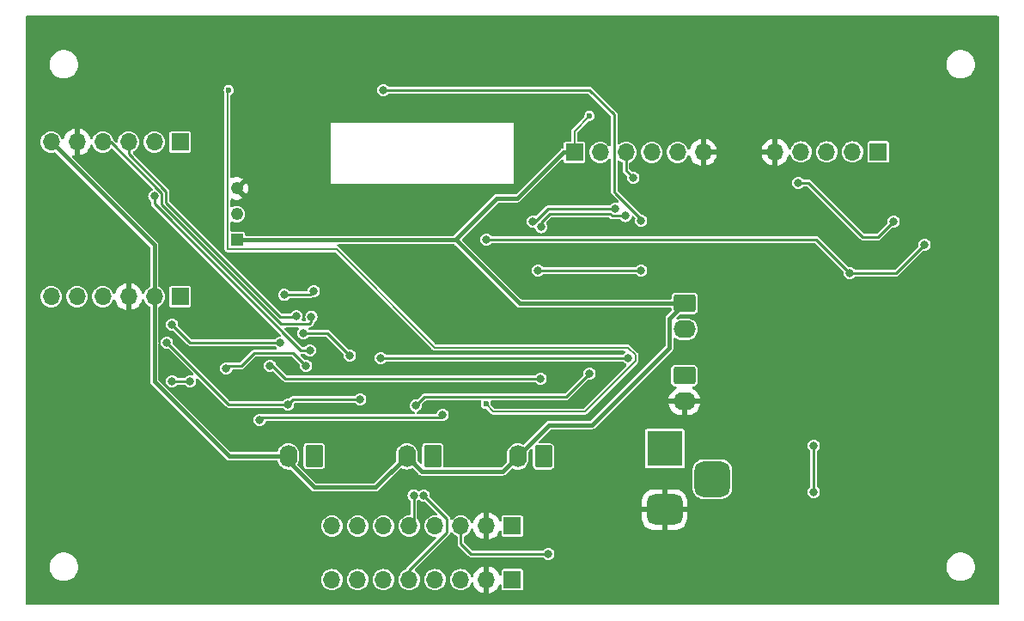
<source format=gbl>
G04 #@! TF.GenerationSoftware,KiCad,Pcbnew,7.0.10*
G04 #@! TF.CreationDate,2024-03-26T02:27:44-05:00*
G04 #@! TF.ProjectId,JargonJolt,4a617267-6f6e-44a6-9f6c-742e6b696361,rev?*
G04 #@! TF.SameCoordinates,Original*
G04 #@! TF.FileFunction,Copper,L2,Bot*
G04 #@! TF.FilePolarity,Positive*
%FSLAX46Y46*%
G04 Gerber Fmt 4.6, Leading zero omitted, Abs format (unit mm)*
G04 Created by KiCad (PCBNEW 7.0.10) date 2024-03-26 02:27:44*
%MOMM*%
%LPD*%
G01*
G04 APERTURE LIST*
G04 Aperture macros list*
%AMRoundRect*
0 Rectangle with rounded corners*
0 $1 Rounding radius*
0 $2 $3 $4 $5 $6 $7 $8 $9 X,Y pos of 4 corners*
0 Add a 4 corners polygon primitive as box body*
4,1,4,$2,$3,$4,$5,$6,$7,$8,$9,$2,$3,0*
0 Add four circle primitives for the rounded corners*
1,1,$1+$1,$2,$3*
1,1,$1+$1,$4,$5*
1,1,$1+$1,$6,$7*
1,1,$1+$1,$8,$9*
0 Add four rect primitives between the rounded corners*
20,1,$1+$1,$2,$3,$4,$5,0*
20,1,$1+$1,$4,$5,$6,$7,0*
20,1,$1+$1,$6,$7,$8,$9,0*
20,1,$1+$1,$8,$9,$2,$3,0*%
G04 Aperture macros list end*
G04 #@! TA.AperFunction,ComponentPad*
%ADD10R,1.700000X1.700000*%
G04 #@! TD*
G04 #@! TA.AperFunction,ComponentPad*
%ADD11O,1.700000X1.700000*%
G04 #@! TD*
G04 #@! TA.AperFunction,ComponentPad*
%ADD12R,3.500000X3.500000*%
G04 #@! TD*
G04 #@! TA.AperFunction,ComponentPad*
%ADD13RoundRect,0.750000X1.000000X-0.750000X1.000000X0.750000X-1.000000X0.750000X-1.000000X-0.750000X0*%
G04 #@! TD*
G04 #@! TA.AperFunction,ComponentPad*
%ADD14RoundRect,0.875000X0.875000X-0.875000X0.875000X0.875000X-0.875000X0.875000X-0.875000X-0.875000X0*%
G04 #@! TD*
G04 #@! TA.AperFunction,ComponentPad*
%ADD15RoundRect,0.250000X0.620000X0.845000X-0.620000X0.845000X-0.620000X-0.845000X0.620000X-0.845000X0*%
G04 #@! TD*
G04 #@! TA.AperFunction,ComponentPad*
%ADD16O,1.740000X2.190000*%
G04 #@! TD*
G04 #@! TA.AperFunction,ComponentPad*
%ADD17RoundRect,0.250000X-0.845000X0.620000X-0.845000X-0.620000X0.845000X-0.620000X0.845000X0.620000X0*%
G04 #@! TD*
G04 #@! TA.AperFunction,ComponentPad*
%ADD18O,2.190000X1.740000*%
G04 #@! TD*
G04 #@! TA.AperFunction,ComponentPad*
%ADD19R,1.218000X1.218000*%
G04 #@! TD*
G04 #@! TA.AperFunction,ComponentPad*
%ADD20C,1.218000*%
G04 #@! TD*
G04 #@! TA.AperFunction,ViaPad*
%ADD21C,0.600000*%
G04 #@! TD*
G04 #@! TA.AperFunction,ViaPad*
%ADD22C,0.800000*%
G04 #@! TD*
G04 #@! TA.AperFunction,Conductor*
%ADD23C,0.200000*%
G04 #@! TD*
G04 #@! TA.AperFunction,Conductor*
%ADD24C,0.400000*%
G04 #@! TD*
G04 #@! TA.AperFunction,Conductor*
%ADD25C,0.250000*%
G04 #@! TD*
G04 APERTURE END LIST*
D10*
X127278000Y-83868000D03*
D11*
X124738000Y-83868000D03*
X122198000Y-83868000D03*
X119658000Y-83868000D03*
X117118000Y-83868000D03*
X114578000Y-83868000D03*
D12*
X175030000Y-98854000D03*
D13*
X175030000Y-104854000D03*
D14*
X179730000Y-101854000D03*
D10*
X166140000Y-69644000D03*
D11*
X168680000Y-69644000D03*
X171220000Y-69644000D03*
X173760000Y-69644000D03*
X176300000Y-69644000D03*
X178840000Y-69644000D03*
D15*
X152170000Y-99596000D03*
D16*
X149630000Y-99596000D03*
D10*
X127278000Y-68628000D03*
D11*
X124738000Y-68628000D03*
X122198000Y-68628000D03*
X119658000Y-68628000D03*
X117118000Y-68628000D03*
X114578000Y-68628000D03*
D10*
X160020000Y-111760000D03*
D11*
X157480000Y-111760000D03*
X154940000Y-111760000D03*
X152400000Y-111760000D03*
X149860000Y-111760000D03*
X147320000Y-111760000D03*
X144780000Y-111760000D03*
X142240000Y-111760000D03*
D10*
X196088000Y-69596000D03*
D11*
X193548000Y-69596000D03*
X191008000Y-69596000D03*
X188468000Y-69596000D03*
X185928000Y-69596000D03*
D15*
X163092000Y-99616000D03*
D16*
X160552000Y-99616000D03*
D15*
X140486000Y-99596000D03*
D16*
X137946000Y-99596000D03*
D17*
X177003500Y-84534000D03*
D18*
X177003500Y-87074000D03*
D17*
X176983500Y-91646000D03*
D18*
X176983500Y-94186000D03*
D10*
X160029000Y-106474000D03*
D11*
X157489000Y-106474000D03*
X154949000Y-106474000D03*
X152409000Y-106474000D03*
X149869000Y-106474000D03*
X147329000Y-106474000D03*
X144789000Y-106474000D03*
X142249000Y-106474000D03*
D19*
X132866000Y-78280000D03*
D20*
X132866000Y-75740000D03*
X132866000Y-73200000D03*
D21*
X157411558Y-94456442D03*
X132080000Y-63500000D03*
X167640000Y-66040000D03*
D22*
X183134000Y-82042000D03*
X151638000Y-85852000D03*
X195580000Y-106934000D03*
X127000000Y-105664000D03*
X161290000Y-94488000D03*
X148844000Y-94234000D03*
X150876000Y-74422000D03*
X134366000Y-81280000D03*
X162814000Y-87630000D03*
X202692000Y-76200000D03*
X200660000Y-78740000D03*
X193294000Y-81534000D03*
X157480000Y-78232000D03*
X189738000Y-103124000D03*
X189738000Y-98552000D03*
X197612000Y-76454000D03*
X188214000Y-72644000D03*
X144018000Y-89662000D03*
X139446000Y-87471000D03*
X171450000Y-89916000D03*
X147066000Y-89916000D03*
X137160000Y-88392000D03*
X126492000Y-86614000D03*
X137922000Y-94488000D03*
X145034000Y-93980000D03*
X125984000Y-88392000D03*
X128270000Y-92202000D03*
X131826000Y-90932000D03*
X139700000Y-90678000D03*
X126492000Y-92202000D03*
X140218236Y-85837111D03*
X138751455Y-85784545D03*
X124738000Y-73962000D03*
X140081000Y-89154000D03*
X163576000Y-109220000D03*
X172720000Y-76359000D03*
X167640000Y-91440000D03*
X172720000Y-81280000D03*
X150297851Y-103448149D03*
X162560000Y-81280000D03*
X150490347Y-94610347D03*
X147320000Y-63500000D03*
X151297732Y-103463731D03*
X171196000Y-75909000D03*
X162884052Y-77008701D03*
X162052000Y-76454000D03*
X170180000Y-75184000D03*
X171958000Y-72136000D03*
X137541000Y-83693000D03*
X140462000Y-83312000D03*
X136144000Y-90678000D03*
X162814000Y-91948000D03*
X153162000Y-95504000D03*
X135128000Y-96012000D03*
D23*
X131957000Y-63623000D02*
X132080000Y-63500000D01*
X131957000Y-79189000D02*
X131957000Y-63623000D01*
X142689000Y-79189000D02*
X131957000Y-79189000D01*
X152400000Y-88900000D02*
X142689000Y-79189000D01*
X171423950Y-88900000D02*
X152400000Y-88900000D01*
X172150000Y-89626050D02*
X171423950Y-88900000D01*
X172150000Y-90205950D02*
X172150000Y-89626050D01*
X158143116Y-95188000D02*
X167167950Y-95188000D01*
X157411558Y-94456442D02*
X158143116Y-95188000D01*
X167167950Y-95188000D02*
X172150000Y-90205950D01*
D24*
X160552000Y-99616000D02*
X159077000Y-101091000D01*
D23*
X166140000Y-67540000D02*
X166140000Y-69644000D01*
D24*
X159077000Y-101091000D02*
X151125000Y-101091000D01*
X146562000Y-102664000D02*
X140486000Y-102664000D01*
X151125000Y-101091000D02*
X149630000Y-99596000D01*
X124738000Y-92226000D02*
X124738000Y-83868000D01*
X150622000Y-78280000D02*
X132866000Y-78280000D01*
X175508500Y-86029000D02*
X175508500Y-88905500D01*
X177003500Y-84534000D02*
X177003500Y-84063500D01*
X167894000Y-96520000D02*
X163648000Y-96520000D01*
X149630000Y-99596000D02*
X146562000Y-102664000D01*
X158496000Y-74168000D02*
X154384000Y-78280000D01*
X160528000Y-74168000D02*
X158496000Y-74168000D01*
X137946000Y-100124000D02*
X137946000Y-99596000D01*
X177003500Y-84534000D02*
X175508500Y-86029000D01*
X154480000Y-78280000D02*
X150622000Y-78280000D01*
X140486000Y-102664000D02*
X137946000Y-100124000D01*
X154384000Y-78280000D02*
X150622000Y-78280000D01*
X160734000Y-84534000D02*
X154480000Y-78280000D01*
X132108000Y-99596000D02*
X124738000Y-92226000D01*
X166140000Y-69644000D02*
X165052000Y-69644000D01*
X175508500Y-88905500D02*
X167894000Y-96520000D01*
X149630000Y-99596000D02*
X149396000Y-99596000D01*
D23*
X167640000Y-66040000D02*
X166140000Y-67540000D01*
D24*
X124738000Y-83868000D02*
X124738000Y-78788000D01*
X165052000Y-69644000D02*
X160528000Y-74168000D01*
X163648000Y-96520000D02*
X160552000Y-99616000D01*
X124738000Y-78788000D02*
X114578000Y-68628000D01*
X177003500Y-84534000D02*
X160734000Y-84534000D01*
X137946000Y-99596000D02*
X132108000Y-99596000D01*
D25*
X189992000Y-78232000D02*
X193294000Y-81534000D01*
X200660000Y-78740000D02*
X197866000Y-81534000D01*
X197866000Y-81534000D02*
X193294000Y-81534000D01*
X157480000Y-78232000D02*
X189992000Y-78232000D01*
X189738000Y-103124000D02*
X189738000Y-98552000D01*
X194564000Y-77978000D02*
X189230000Y-72644000D01*
X197612000Y-76454000D02*
X196088000Y-77978000D01*
X196088000Y-77978000D02*
X194564000Y-77978000D01*
X189230000Y-72644000D02*
X188214000Y-72644000D01*
X139446000Y-87471000D02*
X141827000Y-87471000D01*
X141827000Y-87471000D02*
X144018000Y-89662000D01*
X171450000Y-89916000D02*
X147066000Y-89916000D01*
X128270000Y-88392000D02*
X126492000Y-86614000D01*
X137160000Y-88392000D02*
X128270000Y-88392000D01*
X138430000Y-93980000D02*
X137922000Y-94488000D01*
X145034000Y-93980000D02*
X138430000Y-93980000D01*
X132080000Y-94488000D02*
X137922000Y-94488000D01*
X125984000Y-88392000D02*
X132080000Y-94488000D01*
X134620000Y-89408000D02*
X138430000Y-89408000D01*
X133350000Y-90678000D02*
X134620000Y-89408000D01*
X132080000Y-90678000D02*
X133350000Y-90678000D01*
X131826000Y-90932000D02*
X132080000Y-90678000D01*
X126492000Y-92202000D02*
X128270000Y-92202000D01*
X138430000Y-89408000D02*
X139700000Y-90678000D01*
X139991000Y-86577000D02*
X137251396Y-86577000D01*
X125463000Y-73661695D02*
X120429305Y-68628000D01*
X140218236Y-85837111D02*
X140218236Y-86349764D01*
X125463000Y-74788604D02*
X125463000Y-73661695D01*
X120429305Y-68628000D02*
X119658000Y-68628000D01*
X137251396Y-86577000D02*
X125463000Y-74788604D01*
X140218236Y-86349764D02*
X139991000Y-86577000D01*
X138684000Y-85852000D02*
X137162792Y-85852000D01*
X122198000Y-69760299D02*
X122198000Y-68628000D01*
X138751455Y-85784545D02*
X138684000Y-85852000D01*
X125913000Y-73475299D02*
X122198000Y-69760299D01*
X137162792Y-85852000D02*
X125913000Y-74602208D01*
X125913000Y-74602208D02*
X125913000Y-73475299D01*
X140081000Y-89154000D02*
X139192000Y-89154000D01*
X139192000Y-89154000D02*
X124738000Y-74700000D01*
X124738000Y-74700000D02*
X124738000Y-73962000D01*
X154949000Y-106474000D02*
X154949000Y-108213000D01*
X154949000Y-108213000D02*
X155448000Y-108712000D01*
X155448000Y-108712000D02*
X155956000Y-109220000D01*
X155956000Y-109220000D02*
X163576000Y-109220000D01*
X172720000Y-81280000D02*
X162560000Y-81280000D01*
X151337694Y-93763000D02*
X150490347Y-94610347D01*
X167640000Y-63500000D02*
X170045000Y-65905000D01*
X150297851Y-106045149D02*
X149869000Y-106474000D01*
X170180000Y-73660000D02*
X172720000Y-76200000D01*
X172720000Y-76200000D02*
X172720000Y-76359000D01*
X170045000Y-73525000D02*
X170180000Y-73660000D01*
X150297851Y-103448149D02*
X150297851Y-106045149D01*
X167640000Y-91440000D02*
X165317000Y-93763000D01*
X164197701Y-63500000D02*
X167640000Y-63500000D01*
X165317000Y-93763000D02*
X151337694Y-93763000D01*
X147320000Y-63500000D02*
X164197701Y-63500000D01*
X170045000Y-65905000D02*
X170045000Y-73525000D01*
X153584000Y-105749999D02*
X151297732Y-103463731D01*
X149860000Y-111760000D02*
X149860000Y-110816000D01*
X149860000Y-110816000D02*
X153584000Y-107092000D01*
X153584000Y-107092000D02*
X153584000Y-105749999D01*
X169879695Y-75909000D02*
X169662695Y-75692000D01*
X171196000Y-75909000D02*
X169879695Y-75909000D01*
X163704396Y-75692000D02*
X162884052Y-76512344D01*
X169662695Y-75692000D02*
X163704396Y-75692000D01*
X162884052Y-76512344D02*
X162884052Y-77008701D01*
X162052000Y-76454000D02*
X162306000Y-76454000D01*
X162306000Y-76454000D02*
X163576000Y-75184000D01*
X163576000Y-75184000D02*
X170180000Y-75184000D01*
X171220000Y-71398000D02*
X171220000Y-69644000D01*
X171958000Y-72136000D02*
X171220000Y-71398000D01*
X137541000Y-83693000D02*
X140081000Y-83693000D01*
X140081000Y-83693000D02*
X140462000Y-83312000D01*
X137668000Y-91948000D02*
X162814000Y-91948000D01*
X136398000Y-90678000D02*
X137668000Y-91948000D01*
X136144000Y-90678000D02*
X136398000Y-90678000D01*
X152908000Y-95758000D02*
X153162000Y-95504000D01*
X135128000Y-96012000D02*
X135382000Y-95758000D01*
X135382000Y-95758000D02*
X152908000Y-95758000D01*
G04 #@! TA.AperFunction,Conductor*
G36*
X207922539Y-56200185D02*
G01*
X207968294Y-56252989D01*
X207979500Y-56304500D01*
X207979500Y-114129500D01*
X207959815Y-114196539D01*
X207907011Y-114242294D01*
X207855500Y-114253500D01*
X112184500Y-114253500D01*
X112117461Y-114233815D01*
X112071706Y-114181011D01*
X112060500Y-114129500D01*
X112060500Y-110430346D01*
X114419702Y-110430346D01*
X114429819Y-110668528D01*
X114429819Y-110668532D01*
X114480045Y-110901580D01*
X114568935Y-111122788D01*
X114568936Y-111122790D01*
X114693931Y-111325795D01*
X114851436Y-111504755D01*
X115036920Y-111654523D01*
X115245046Y-111770790D01*
X115370951Y-111815275D01*
X115469829Y-111850211D01*
X115704790Y-111890499D01*
X115704798Y-111890499D01*
X115704800Y-111890500D01*
X115704801Y-111890500D01*
X115883496Y-111890500D01*
X115883497Y-111890500D01*
X115883498Y-111890499D01*
X115883515Y-111890499D01*
X116061536Y-111875347D01*
X116061539Y-111875346D01*
X116061541Y-111875346D01*
X116292249Y-111815275D01*
X116414529Y-111760000D01*
X141184417Y-111760000D01*
X141204699Y-111965932D01*
X141204700Y-111965934D01*
X141264768Y-112163954D01*
X141362315Y-112346450D01*
X141362317Y-112346452D01*
X141493589Y-112506410D01*
X141590209Y-112585702D01*
X141653550Y-112637685D01*
X141836046Y-112735232D01*
X142034066Y-112795300D01*
X142034065Y-112795300D01*
X142052529Y-112797118D01*
X142240000Y-112815583D01*
X142445934Y-112795300D01*
X142643954Y-112735232D01*
X142826450Y-112637685D01*
X142986410Y-112506410D01*
X143117685Y-112346450D01*
X143215232Y-112163954D01*
X143275300Y-111965934D01*
X143295583Y-111760000D01*
X143724417Y-111760000D01*
X143744699Y-111965932D01*
X143744700Y-111965934D01*
X143804768Y-112163954D01*
X143902315Y-112346450D01*
X143902317Y-112346452D01*
X144033589Y-112506410D01*
X144130209Y-112585702D01*
X144193550Y-112637685D01*
X144376046Y-112735232D01*
X144574066Y-112795300D01*
X144574065Y-112795300D01*
X144592529Y-112797118D01*
X144780000Y-112815583D01*
X144985934Y-112795300D01*
X145183954Y-112735232D01*
X145366450Y-112637685D01*
X145526410Y-112506410D01*
X145657685Y-112346450D01*
X145755232Y-112163954D01*
X145815300Y-111965934D01*
X145835583Y-111760000D01*
X146264417Y-111760000D01*
X146284699Y-111965932D01*
X146284700Y-111965934D01*
X146344768Y-112163954D01*
X146442315Y-112346450D01*
X146442317Y-112346452D01*
X146573589Y-112506410D01*
X146670209Y-112585702D01*
X146733550Y-112637685D01*
X146916046Y-112735232D01*
X147114066Y-112795300D01*
X147114065Y-112795300D01*
X147132529Y-112797118D01*
X147320000Y-112815583D01*
X147525934Y-112795300D01*
X147723954Y-112735232D01*
X147906450Y-112637685D01*
X148066410Y-112506410D01*
X148197685Y-112346450D01*
X148295232Y-112163954D01*
X148355300Y-111965934D01*
X148375583Y-111760000D01*
X148804417Y-111760000D01*
X148824699Y-111965932D01*
X148824700Y-111965934D01*
X148884768Y-112163954D01*
X148982315Y-112346450D01*
X148982317Y-112346452D01*
X149113589Y-112506410D01*
X149210209Y-112585702D01*
X149273550Y-112637685D01*
X149456046Y-112735232D01*
X149654066Y-112795300D01*
X149654065Y-112795300D01*
X149672529Y-112797118D01*
X149860000Y-112815583D01*
X150065934Y-112795300D01*
X150263954Y-112735232D01*
X150446450Y-112637685D01*
X150606410Y-112506410D01*
X150737685Y-112346450D01*
X150835232Y-112163954D01*
X150895300Y-111965934D01*
X150915583Y-111760000D01*
X151344417Y-111760000D01*
X151364699Y-111965932D01*
X151364700Y-111965934D01*
X151424768Y-112163954D01*
X151522315Y-112346450D01*
X151522317Y-112346452D01*
X151653589Y-112506410D01*
X151750209Y-112585702D01*
X151813550Y-112637685D01*
X151996046Y-112735232D01*
X152194066Y-112795300D01*
X152194065Y-112795300D01*
X152212529Y-112797118D01*
X152400000Y-112815583D01*
X152605934Y-112795300D01*
X152803954Y-112735232D01*
X152986450Y-112637685D01*
X153146410Y-112506410D01*
X153277685Y-112346450D01*
X153375232Y-112163954D01*
X153435300Y-111965934D01*
X153455583Y-111760000D01*
X153884417Y-111760000D01*
X153904699Y-111965932D01*
X153904700Y-111965934D01*
X153964768Y-112163954D01*
X154062315Y-112346450D01*
X154062317Y-112346452D01*
X154193589Y-112506410D01*
X154290209Y-112585702D01*
X154353550Y-112637685D01*
X154536046Y-112735232D01*
X154734066Y-112795300D01*
X154734065Y-112795300D01*
X154752529Y-112797118D01*
X154940000Y-112815583D01*
X155145934Y-112795300D01*
X155343954Y-112735232D01*
X155526450Y-112637685D01*
X155686410Y-112506410D01*
X155817685Y-112346450D01*
X155915232Y-112163954D01*
X155935406Y-112097446D01*
X155973702Y-112039010D01*
X156037514Y-112010553D01*
X156106581Y-112021112D01*
X156158975Y-112067336D01*
X156173841Y-112101349D01*
X156206567Y-112223486D01*
X156206570Y-112223492D01*
X156306399Y-112437578D01*
X156441894Y-112631082D01*
X156608917Y-112798105D01*
X156802421Y-112933600D01*
X157016507Y-113033429D01*
X157016516Y-113033433D01*
X157230000Y-113090634D01*
X157230000Y-112195501D01*
X157337685Y-112244680D01*
X157444237Y-112260000D01*
X157515763Y-112260000D01*
X157622315Y-112244680D01*
X157730000Y-112195501D01*
X157730000Y-113090633D01*
X157943483Y-113033433D01*
X157943492Y-113033429D01*
X158157578Y-112933600D01*
X158351082Y-112798105D01*
X158518105Y-112631082D01*
X158653599Y-112437578D01*
X158733118Y-112267051D01*
X158779290Y-112214612D01*
X158846484Y-112195460D01*
X158913365Y-112215676D01*
X158958699Y-112268841D01*
X158969500Y-112319456D01*
X158969500Y-112629752D01*
X158981131Y-112688229D01*
X158981132Y-112688230D01*
X159025447Y-112754552D01*
X159091769Y-112798867D01*
X159091770Y-112798868D01*
X159150247Y-112810499D01*
X159150250Y-112810500D01*
X159150252Y-112810500D01*
X160889750Y-112810500D01*
X160889751Y-112810499D01*
X160904568Y-112807552D01*
X160948229Y-112798868D01*
X160948229Y-112798867D01*
X160948231Y-112798867D01*
X161014552Y-112754552D01*
X161058867Y-112688231D01*
X161058867Y-112688229D01*
X161058868Y-112688229D01*
X161068922Y-112637682D01*
X161070500Y-112629748D01*
X161070500Y-110890252D01*
X161070500Y-110890249D01*
X161070499Y-110890247D01*
X161058868Y-110831770D01*
X161058867Y-110831769D01*
X161014552Y-110765447D01*
X160948230Y-110721132D01*
X160948229Y-110721131D01*
X160889752Y-110709500D01*
X160889748Y-110709500D01*
X159150252Y-110709500D01*
X159150247Y-110709500D01*
X159091770Y-110721131D01*
X159091769Y-110721132D01*
X159025447Y-110765447D01*
X158981132Y-110831769D01*
X158981131Y-110831770D01*
X158969500Y-110890247D01*
X158969500Y-111200543D01*
X158949815Y-111267582D01*
X158897011Y-111313337D01*
X158827853Y-111323281D01*
X158764297Y-111294256D01*
X158733118Y-111252948D01*
X158653600Y-111082422D01*
X158653599Y-111082420D01*
X158518113Y-110888926D01*
X158518108Y-110888920D01*
X158351082Y-110721894D01*
X158157578Y-110586399D01*
X157943492Y-110486570D01*
X157943486Y-110486567D01*
X157733665Y-110430346D01*
X202811702Y-110430346D01*
X202821819Y-110668528D01*
X202821819Y-110668532D01*
X202872045Y-110901580D01*
X202960935Y-111122788D01*
X202960936Y-111122790D01*
X203085931Y-111325795D01*
X203243436Y-111504755D01*
X203428920Y-111654523D01*
X203637046Y-111770790D01*
X203762951Y-111815275D01*
X203861829Y-111850211D01*
X204096790Y-111890499D01*
X204096798Y-111890499D01*
X204096800Y-111890500D01*
X204096801Y-111890500D01*
X204275496Y-111890500D01*
X204275497Y-111890500D01*
X204275498Y-111890499D01*
X204275515Y-111890499D01*
X204453536Y-111875347D01*
X204453539Y-111875346D01*
X204453541Y-111875346D01*
X204684249Y-111815275D01*
X204816973Y-111755279D01*
X204901480Y-111717080D01*
X204901481Y-111717078D01*
X204901486Y-111717077D01*
X205099003Y-111583579D01*
X205271118Y-111418621D01*
X205412879Y-111226947D01*
X205520207Y-111014074D01*
X205590016Y-110786123D01*
X205620298Y-110549654D01*
X205610180Y-110311468D01*
X205559954Y-110078419D01*
X205471064Y-109857210D01*
X205346069Y-109654205D01*
X205188564Y-109475245D01*
X205003080Y-109325477D01*
X204814271Y-109220001D01*
X204794955Y-109209210D01*
X204570170Y-109129788D01*
X204335209Y-109089500D01*
X204335200Y-109089500D01*
X204156503Y-109089500D01*
X204156484Y-109089500D01*
X203978463Y-109104652D01*
X203747751Y-109164724D01*
X203530519Y-109262919D01*
X203530511Y-109262924D01*
X203333006Y-109396413D01*
X203332997Y-109396421D01*
X203160881Y-109561379D01*
X203019123Y-109753050D01*
X203019120Y-109753054D01*
X202911796Y-109965920D01*
X202911793Y-109965926D01*
X202841983Y-110193878D01*
X202811702Y-110430346D01*
X157733665Y-110430346D01*
X157730000Y-110429364D01*
X157730000Y-111324498D01*
X157622315Y-111275320D01*
X157515763Y-111260000D01*
X157444237Y-111260000D01*
X157337685Y-111275320D01*
X157230000Y-111324498D01*
X157230000Y-110429364D01*
X157229999Y-110429364D01*
X157016513Y-110486567D01*
X157016507Y-110486570D01*
X156802422Y-110586399D01*
X156802420Y-110586400D01*
X156608926Y-110721886D01*
X156608920Y-110721891D01*
X156441891Y-110888920D01*
X156441886Y-110888926D01*
X156306400Y-111082420D01*
X156306399Y-111082422D01*
X156206570Y-111296507D01*
X156206567Y-111296514D01*
X156173841Y-111418650D01*
X156137476Y-111478310D01*
X156074629Y-111508839D01*
X156005253Y-111500544D01*
X155951375Y-111456059D01*
X155935406Y-111422553D01*
X155915232Y-111356046D01*
X155817685Y-111173550D01*
X155742897Y-111082420D01*
X155686410Y-111013589D01*
X155549926Y-110901581D01*
X155526450Y-110882315D01*
X155343954Y-110784768D01*
X155145934Y-110724700D01*
X155145932Y-110724699D01*
X155145934Y-110724699D01*
X154940000Y-110704417D01*
X154734067Y-110724699D01*
X154599736Y-110765448D01*
X154536050Y-110784767D01*
X154536043Y-110784769D01*
X154448114Y-110831769D01*
X154353550Y-110882315D01*
X154353548Y-110882316D01*
X154353547Y-110882317D01*
X154193589Y-111013589D01*
X154103972Y-111122790D01*
X154062315Y-111173550D01*
X154033772Y-111226949D01*
X153964769Y-111356043D01*
X153904699Y-111554067D01*
X153884417Y-111760000D01*
X153455583Y-111760000D01*
X153435300Y-111554066D01*
X153375232Y-111356046D01*
X153277685Y-111173550D01*
X153202897Y-111082420D01*
X153146410Y-111013589D01*
X153009926Y-110901581D01*
X152986450Y-110882315D01*
X152803954Y-110784768D01*
X152605934Y-110724700D01*
X152605932Y-110724699D01*
X152605934Y-110724699D01*
X152400000Y-110704417D01*
X152194067Y-110724699D01*
X152059736Y-110765448D01*
X151996050Y-110784767D01*
X151996043Y-110784769D01*
X151908114Y-110831769D01*
X151813550Y-110882315D01*
X151813548Y-110882316D01*
X151813547Y-110882317D01*
X151653589Y-111013589D01*
X151563972Y-111122790D01*
X151522315Y-111173550D01*
X151493772Y-111226949D01*
X151424769Y-111356043D01*
X151364699Y-111554067D01*
X151344417Y-111760000D01*
X150915583Y-111760000D01*
X150895300Y-111554066D01*
X150835232Y-111356046D01*
X150737685Y-111173550D01*
X150606410Y-111013590D01*
X150606409Y-111013589D01*
X150446511Y-110882364D01*
X150407177Y-110824619D01*
X150405306Y-110754774D01*
X150437493Y-110698832D01*
X153800296Y-107336029D01*
X153808249Y-107328741D01*
X153837194Y-107304455D01*
X153856082Y-107271738D01*
X153861881Y-107262635D01*
X153883554Y-107231684D01*
X153883554Y-107231681D01*
X153885819Y-107226824D01*
X153892747Y-107210099D01*
X153894587Y-107205046D01*
X153894588Y-107205045D01*
X153899988Y-107174416D01*
X153931010Y-107111817D01*
X153990956Y-107075925D01*
X154060791Y-107078139D01*
X154117956Y-107117284D01*
X154189980Y-107205045D01*
X154202590Y-107220410D01*
X154362550Y-107351685D01*
X154545046Y-107449232D01*
X154545051Y-107449233D01*
X154546951Y-107450021D01*
X154547796Y-107450701D01*
X154550419Y-107452104D01*
X154550153Y-107452601D01*
X154601355Y-107493862D01*
X154623421Y-107560156D01*
X154623500Y-107564583D01*
X154623500Y-108193372D01*
X154623028Y-108204181D01*
X154619735Y-108241808D01*
X154629512Y-108278298D01*
X154631852Y-108288852D01*
X154638411Y-108326042D01*
X154640235Y-108331055D01*
X154647197Y-108347861D01*
X154649446Y-108352684D01*
X154671104Y-108383616D01*
X154676914Y-108392734D01*
X154695806Y-108425455D01*
X154724743Y-108449736D01*
X154732718Y-108457044D01*
X155197702Y-108922028D01*
X155711955Y-109436282D01*
X155719262Y-109444256D01*
X155743542Y-109473190D01*
X155743545Y-109473194D01*
X155776261Y-109492082D01*
X155785366Y-109497882D01*
X155816316Y-109519553D01*
X155816318Y-109519553D01*
X155816319Y-109519554D01*
X155821168Y-109521815D01*
X155837947Y-109528765D01*
X155842952Y-109530587D01*
X155842953Y-109530587D01*
X155842955Y-109530588D01*
X155880162Y-109537148D01*
X155890701Y-109539484D01*
X155927193Y-109549263D01*
X155964811Y-109545971D01*
X155975618Y-109545500D01*
X163007701Y-109545500D01*
X163074740Y-109565185D01*
X163106076Y-109594013D01*
X163147718Y-109648282D01*
X163273159Y-109744536D01*
X163419238Y-109805044D01*
X163497619Y-109815363D01*
X163575999Y-109825682D01*
X163576000Y-109825682D01*
X163576001Y-109825682D01*
X163628254Y-109818802D01*
X163732762Y-109805044D01*
X163878841Y-109744536D01*
X164004282Y-109648282D01*
X164100536Y-109522841D01*
X164161044Y-109376762D01*
X164181682Y-109220000D01*
X164180261Y-109209210D01*
X164161044Y-109063239D01*
X164161044Y-109063238D01*
X164100536Y-108917159D01*
X164004282Y-108791718D01*
X163878841Y-108695464D01*
X163732762Y-108634956D01*
X163732760Y-108634955D01*
X163576001Y-108614318D01*
X163575999Y-108614318D01*
X163419239Y-108634955D01*
X163419237Y-108634956D01*
X163273160Y-108695463D01*
X163147716Y-108791719D01*
X163106077Y-108845986D01*
X163049649Y-108887189D01*
X163007701Y-108894500D01*
X156142189Y-108894500D01*
X156075150Y-108874815D01*
X156054508Y-108858181D01*
X155658028Y-108461702D01*
X155310819Y-108114493D01*
X155277334Y-108053170D01*
X155274500Y-108026812D01*
X155274500Y-107564583D01*
X155294185Y-107497544D01*
X155346989Y-107451789D01*
X155351049Y-107450021D01*
X155352945Y-107449234D01*
X155352954Y-107449232D01*
X155535450Y-107351685D01*
X155695410Y-107220410D01*
X155826685Y-107060450D01*
X155924232Y-106877954D01*
X155944406Y-106811446D01*
X155982702Y-106753010D01*
X156046514Y-106724553D01*
X156115581Y-106735112D01*
X156167975Y-106781336D01*
X156182841Y-106815349D01*
X156215567Y-106937486D01*
X156215570Y-106937492D01*
X156315399Y-107151578D01*
X156450894Y-107345082D01*
X156617917Y-107512105D01*
X156811421Y-107647600D01*
X157025507Y-107747429D01*
X157025516Y-107747433D01*
X157239000Y-107804634D01*
X157239000Y-106909501D01*
X157346685Y-106958680D01*
X157453237Y-106974000D01*
X157524763Y-106974000D01*
X157631315Y-106958680D01*
X157739000Y-106909501D01*
X157739000Y-107804633D01*
X157952483Y-107747433D01*
X157952492Y-107747429D01*
X158166578Y-107647600D01*
X158360082Y-107512105D01*
X158527105Y-107345082D01*
X158662599Y-107151578D01*
X158742118Y-106981051D01*
X158788290Y-106928612D01*
X158855484Y-106909460D01*
X158922365Y-106929676D01*
X158967699Y-106982841D01*
X158978500Y-107033456D01*
X158978500Y-107343752D01*
X158990131Y-107402229D01*
X158990132Y-107402230D01*
X159034447Y-107468552D01*
X159100769Y-107512867D01*
X159100770Y-107512868D01*
X159159247Y-107524499D01*
X159159250Y-107524500D01*
X159159252Y-107524500D01*
X160898750Y-107524500D01*
X160898751Y-107524499D01*
X160913568Y-107521552D01*
X160957229Y-107512868D01*
X160957229Y-107512867D01*
X160957231Y-107512867D01*
X161023552Y-107468552D01*
X161067867Y-107402231D01*
X161067867Y-107402229D01*
X161067868Y-107402229D01*
X161077922Y-107351682D01*
X161079500Y-107343748D01*
X161079500Y-105604252D01*
X161079500Y-105604249D01*
X161079499Y-105604247D01*
X161067868Y-105545770D01*
X161067867Y-105545769D01*
X161023552Y-105479447D01*
X160957230Y-105435132D01*
X160957229Y-105435131D01*
X160898752Y-105423500D01*
X160898748Y-105423500D01*
X159159252Y-105423500D01*
X159159247Y-105423500D01*
X159100770Y-105435131D01*
X159100769Y-105435132D01*
X159034447Y-105479447D01*
X158990132Y-105545769D01*
X158990131Y-105545770D01*
X158978500Y-105604247D01*
X158978500Y-105914543D01*
X158958815Y-105981582D01*
X158906011Y-106027337D01*
X158836853Y-106037281D01*
X158773297Y-106008256D01*
X158742118Y-105966948D01*
X158662600Y-105796422D01*
X158662599Y-105796420D01*
X158527113Y-105602926D01*
X158527108Y-105602920D01*
X158360082Y-105435894D01*
X158166578Y-105300399D01*
X157952492Y-105200570D01*
X157952486Y-105200567D01*
X157739000Y-105143364D01*
X157739000Y-106038498D01*
X157631315Y-105989320D01*
X157524763Y-105974000D01*
X157453237Y-105974000D01*
X157346685Y-105989320D01*
X157239000Y-106038498D01*
X157239000Y-105143364D01*
X157238999Y-105143364D01*
X157025513Y-105200567D01*
X157025507Y-105200570D01*
X156811422Y-105300399D01*
X156811420Y-105300400D01*
X156617926Y-105435886D01*
X156617920Y-105435891D01*
X156450891Y-105602920D01*
X156450886Y-105602926D01*
X156315400Y-105796420D01*
X156315399Y-105796422D01*
X156215570Y-106010507D01*
X156215567Y-106010514D01*
X156182841Y-106132650D01*
X156146476Y-106192310D01*
X156083629Y-106222839D01*
X156014253Y-106214544D01*
X155960375Y-106170059D01*
X155944406Y-106136553D01*
X155924232Y-106070046D01*
X155826685Y-105887550D01*
X155765566Y-105813076D01*
X155695410Y-105727589D01*
X155545121Y-105604252D01*
X155535450Y-105596315D01*
X155352954Y-105498768D01*
X155154934Y-105438700D01*
X155154932Y-105438699D01*
X155154934Y-105438699D01*
X154949000Y-105418417D01*
X154743067Y-105438699D01*
X154545043Y-105498769D01*
X154457114Y-105545769D01*
X154362550Y-105596315D01*
X154362548Y-105596316D01*
X154362547Y-105596317D01*
X154202589Y-105727590D01*
X154132433Y-105813076D01*
X154074688Y-105852410D01*
X154004843Y-105854281D01*
X153945075Y-105818094D01*
X153914359Y-105755338D01*
X153913052Y-105723600D01*
X153913263Y-105721192D01*
X153909528Y-105707252D01*
X153903486Y-105684703D01*
X153901144Y-105674138D01*
X153894588Y-105636954D01*
X153894586Y-105636951D01*
X153892760Y-105631932D01*
X153885820Y-105615175D01*
X153883554Y-105610318D01*
X153883554Y-105610315D01*
X153861890Y-105579375D01*
X153856078Y-105570252D01*
X153841943Y-105545770D01*
X153837194Y-105537544D01*
X153808261Y-105513266D01*
X153800286Y-105505958D01*
X152898328Y-104604000D01*
X172780000Y-104604000D01*
X173596314Y-104604000D01*
X173570507Y-104644156D01*
X173530000Y-104782111D01*
X173530000Y-104925889D01*
X173570507Y-105063844D01*
X173596314Y-105104000D01*
X172780001Y-105104000D01*
X172780001Y-105668197D01*
X172790400Y-105800332D01*
X172845377Y-106018519D01*
X172938428Y-106223374D01*
X172938431Y-106223380D01*
X173066559Y-106408323D01*
X173066569Y-106408335D01*
X173225664Y-106567430D01*
X173225676Y-106567440D01*
X173410619Y-106695568D01*
X173410625Y-106695571D01*
X173615480Y-106788622D01*
X173833667Y-106843599D01*
X173965810Y-106853999D01*
X174779999Y-106853999D01*
X174780000Y-106853998D01*
X174780000Y-105354000D01*
X175280000Y-105354000D01*
X175280000Y-106853999D01*
X176094182Y-106853999D01*
X176094197Y-106853998D01*
X176226332Y-106843599D01*
X176444519Y-106788622D01*
X176649374Y-106695571D01*
X176649380Y-106695568D01*
X176834323Y-106567440D01*
X176834335Y-106567430D01*
X176993430Y-106408335D01*
X176993440Y-106408323D01*
X177121568Y-106223380D01*
X177121571Y-106223374D01*
X177214622Y-106018519D01*
X177269599Y-105800332D01*
X177279999Y-105668196D01*
X177280000Y-105668184D01*
X177280000Y-105104000D01*
X176463686Y-105104000D01*
X176489493Y-105063844D01*
X176530000Y-104925889D01*
X176530000Y-104782111D01*
X176489493Y-104644156D01*
X176463686Y-104604000D01*
X177279999Y-104604000D01*
X177279999Y-104039817D01*
X177279998Y-104039802D01*
X177269599Y-103907667D01*
X177214622Y-103689480D01*
X177121571Y-103484625D01*
X177121568Y-103484619D01*
X176993440Y-103299676D01*
X176993430Y-103299664D01*
X176834335Y-103140569D01*
X176834323Y-103140559D01*
X176649380Y-103012431D01*
X176649374Y-103012428D01*
X176444519Y-102919377D01*
X176226332Y-102864400D01*
X176094196Y-102854000D01*
X175280000Y-102854000D01*
X175280000Y-104354000D01*
X174780000Y-104354000D01*
X174780000Y-102854000D01*
X173965817Y-102854000D01*
X173965802Y-102854001D01*
X173833667Y-102864400D01*
X173615480Y-102919377D01*
X173410625Y-103012428D01*
X173410619Y-103012431D01*
X173225676Y-103140559D01*
X173225664Y-103140569D01*
X173066569Y-103299664D01*
X173066559Y-103299676D01*
X172938431Y-103484619D01*
X172938428Y-103484625D01*
X172845377Y-103689480D01*
X172790400Y-103907667D01*
X172780000Y-104039803D01*
X172780000Y-104604000D01*
X152898328Y-104604000D01*
X151929743Y-103635416D01*
X151896258Y-103574093D01*
X151894485Y-103531549D01*
X151903414Y-103463731D01*
X151903414Y-103463729D01*
X151882776Y-103306970D01*
X151882776Y-103306969D01*
X151822268Y-103160890D01*
X151726014Y-103035449D01*
X151600573Y-102939195D01*
X151562952Y-102923612D01*
X151454494Y-102878687D01*
X151454492Y-102878686D01*
X151297733Y-102858049D01*
X151297731Y-102858049D01*
X151140971Y-102878686D01*
X151140969Y-102878687D01*
X150994889Y-102939195D01*
X150883430Y-103024721D01*
X150818261Y-103049915D01*
X150749816Y-103035876D01*
X150732457Y-103024721D01*
X150726135Y-103019870D01*
X150726133Y-103019867D01*
X150600692Y-102923613D01*
X150590465Y-102919377D01*
X150454613Y-102863105D01*
X150454611Y-102863104D01*
X150297852Y-102842467D01*
X150297850Y-102842467D01*
X150141090Y-102863104D01*
X150141088Y-102863105D01*
X149995011Y-102923612D01*
X149869569Y-103019867D01*
X149773314Y-103145309D01*
X149712807Y-103291386D01*
X149712806Y-103291388D01*
X149692169Y-103448147D01*
X149692169Y-103448150D01*
X149712806Y-103604909D01*
X149712807Y-103604911D01*
X149773315Y-103750990D01*
X149869569Y-103876431D01*
X149923838Y-103918073D01*
X149965040Y-103974498D01*
X149972351Y-104016447D01*
X149972351Y-105295850D01*
X149952666Y-105362889D01*
X149899862Y-105408644D01*
X149860506Y-105419253D01*
X149663067Y-105438699D01*
X149465043Y-105498769D01*
X149377114Y-105545769D01*
X149282550Y-105596315D01*
X149282548Y-105596316D01*
X149282547Y-105596317D01*
X149122589Y-105727589D01*
X148991317Y-105887547D01*
X148893769Y-106070043D01*
X148833699Y-106268067D01*
X148813417Y-106474000D01*
X148833699Y-106679932D01*
X148833700Y-106679934D01*
X148893768Y-106877954D01*
X148991315Y-107060450D01*
X148991317Y-107060452D01*
X149122589Y-107220410D01*
X149185152Y-107271753D01*
X149282550Y-107351685D01*
X149465046Y-107449232D01*
X149663066Y-107509300D01*
X149663065Y-107509300D01*
X149681529Y-107511118D01*
X149869000Y-107529583D01*
X150074934Y-107509300D01*
X150272954Y-107449232D01*
X150455450Y-107351685D01*
X150615410Y-107220410D01*
X150746685Y-107060450D01*
X150844232Y-106877954D01*
X150904300Y-106679934D01*
X150924583Y-106474000D01*
X150904300Y-106268066D01*
X150844232Y-106070046D01*
X150746685Y-105887550D01*
X150651497Y-105771562D01*
X150624185Y-105707252D01*
X150623351Y-105692898D01*
X150623351Y-104016447D01*
X150643036Y-103949408D01*
X150671861Y-103918074D01*
X150712154Y-103887157D01*
X150777321Y-103861964D01*
X150845766Y-103876003D01*
X150863125Y-103887158D01*
X150869446Y-103892009D01*
X150869450Y-103892013D01*
X150994891Y-103988267D01*
X151140970Y-104048775D01*
X151169280Y-104052502D01*
X151297731Y-104069413D01*
X151297732Y-104069413D01*
X151297733Y-104069413D01*
X151333440Y-104064711D01*
X151365550Y-104060484D01*
X151434585Y-104071249D01*
X151469417Y-104095742D01*
X152588892Y-105215218D01*
X152622377Y-105276541D01*
X152617393Y-105346233D01*
X152575521Y-105402166D01*
X152510057Y-105426583D01*
X152489057Y-105426302D01*
X152409000Y-105418417D01*
X152203067Y-105438699D01*
X152005043Y-105498769D01*
X151917114Y-105545769D01*
X151822550Y-105596315D01*
X151822548Y-105596316D01*
X151822547Y-105596317D01*
X151662589Y-105727589D01*
X151531317Y-105887547D01*
X151433769Y-106070043D01*
X151373699Y-106268067D01*
X151353417Y-106474000D01*
X151373699Y-106679932D01*
X151373700Y-106679934D01*
X151433768Y-106877954D01*
X151531315Y-107060450D01*
X151531317Y-107060452D01*
X151662589Y-107220410D01*
X151725152Y-107271753D01*
X151822550Y-107351685D01*
X152005046Y-107449232D01*
X152203066Y-107509300D01*
X152203065Y-107509300D01*
X152239292Y-107512868D01*
X152400331Y-107528729D01*
X152465118Y-107554890D01*
X152505477Y-107611924D01*
X152508594Y-107681724D01*
X152475858Y-107739813D01*
X149643715Y-110571957D01*
X149635742Y-110579264D01*
X149606805Y-110603545D01*
X149587914Y-110636264D01*
X149582105Y-110645381D01*
X149560446Y-110676313D01*
X149558206Y-110681117D01*
X149551228Y-110697965D01*
X149548725Y-110704841D01*
X149546864Y-110707367D01*
X149543995Y-110712339D01*
X149543439Y-110712018D01*
X149507293Y-110761101D01*
X149468208Y-110781078D01*
X149456045Y-110784767D01*
X149311016Y-110862288D01*
X149273550Y-110882315D01*
X149273548Y-110882316D01*
X149273547Y-110882317D01*
X149113589Y-111013589D01*
X149023972Y-111122790D01*
X148982315Y-111173550D01*
X148953772Y-111226949D01*
X148884769Y-111356043D01*
X148824699Y-111554067D01*
X148804417Y-111760000D01*
X148375583Y-111760000D01*
X148355300Y-111554066D01*
X148295232Y-111356046D01*
X148197685Y-111173550D01*
X148122897Y-111082420D01*
X148066410Y-111013589D01*
X147929926Y-110901581D01*
X147906450Y-110882315D01*
X147723954Y-110784768D01*
X147525934Y-110724700D01*
X147525932Y-110724699D01*
X147525934Y-110724699D01*
X147320000Y-110704417D01*
X147114067Y-110724699D01*
X146979736Y-110765448D01*
X146916050Y-110784767D01*
X146916043Y-110784769D01*
X146828114Y-110831769D01*
X146733550Y-110882315D01*
X146733548Y-110882316D01*
X146733547Y-110882317D01*
X146573589Y-111013589D01*
X146483972Y-111122790D01*
X146442315Y-111173550D01*
X146413772Y-111226949D01*
X146344769Y-111356043D01*
X146284699Y-111554067D01*
X146264417Y-111760000D01*
X145835583Y-111760000D01*
X145815300Y-111554066D01*
X145755232Y-111356046D01*
X145657685Y-111173550D01*
X145582897Y-111082420D01*
X145526410Y-111013589D01*
X145389926Y-110901581D01*
X145366450Y-110882315D01*
X145183954Y-110784768D01*
X144985934Y-110724700D01*
X144985932Y-110724699D01*
X144985934Y-110724699D01*
X144780000Y-110704417D01*
X144574067Y-110724699D01*
X144439736Y-110765448D01*
X144376050Y-110784767D01*
X144376043Y-110784769D01*
X144288114Y-110831769D01*
X144193550Y-110882315D01*
X144193548Y-110882316D01*
X144193547Y-110882317D01*
X144033589Y-111013589D01*
X143943972Y-111122790D01*
X143902315Y-111173550D01*
X143873772Y-111226949D01*
X143804769Y-111356043D01*
X143744699Y-111554067D01*
X143724417Y-111760000D01*
X143295583Y-111760000D01*
X143275300Y-111554066D01*
X143215232Y-111356046D01*
X143117685Y-111173550D01*
X143042897Y-111082420D01*
X142986410Y-111013589D01*
X142849926Y-110901581D01*
X142826450Y-110882315D01*
X142643954Y-110784768D01*
X142445934Y-110724700D01*
X142445932Y-110724699D01*
X142445934Y-110724699D01*
X142240000Y-110704417D01*
X142034067Y-110724699D01*
X141899736Y-110765448D01*
X141836050Y-110784767D01*
X141836043Y-110784769D01*
X141748114Y-110831769D01*
X141653550Y-110882315D01*
X141653548Y-110882316D01*
X141653547Y-110882317D01*
X141493589Y-111013589D01*
X141403972Y-111122790D01*
X141362315Y-111173550D01*
X141333772Y-111226949D01*
X141264769Y-111356043D01*
X141204699Y-111554067D01*
X141184417Y-111760000D01*
X116414529Y-111760000D01*
X116424973Y-111755279D01*
X116509480Y-111717080D01*
X116509481Y-111717078D01*
X116509486Y-111717077D01*
X116707003Y-111583579D01*
X116879118Y-111418621D01*
X117020879Y-111226947D01*
X117128207Y-111014074D01*
X117198016Y-110786123D01*
X117228298Y-110549654D01*
X117218180Y-110311468D01*
X117167954Y-110078419D01*
X117079064Y-109857210D01*
X116954069Y-109654205D01*
X116796564Y-109475245D01*
X116611080Y-109325477D01*
X116422271Y-109220001D01*
X116402955Y-109209210D01*
X116178170Y-109129788D01*
X115943209Y-109089500D01*
X115943200Y-109089500D01*
X115764503Y-109089500D01*
X115764484Y-109089500D01*
X115586463Y-109104652D01*
X115355751Y-109164724D01*
X115138519Y-109262919D01*
X115138511Y-109262924D01*
X114941006Y-109396413D01*
X114940997Y-109396421D01*
X114768881Y-109561379D01*
X114627123Y-109753050D01*
X114627120Y-109753054D01*
X114519796Y-109965920D01*
X114519793Y-109965926D01*
X114449983Y-110193878D01*
X114419702Y-110430346D01*
X112060500Y-110430346D01*
X112060500Y-106474000D01*
X141193417Y-106474000D01*
X141213699Y-106679932D01*
X141213700Y-106679934D01*
X141273768Y-106877954D01*
X141371315Y-107060450D01*
X141371317Y-107060452D01*
X141502589Y-107220410D01*
X141565152Y-107271753D01*
X141662550Y-107351685D01*
X141845046Y-107449232D01*
X142043066Y-107509300D01*
X142043065Y-107509300D01*
X142061529Y-107511118D01*
X142249000Y-107529583D01*
X142454934Y-107509300D01*
X142652954Y-107449232D01*
X142835450Y-107351685D01*
X142995410Y-107220410D01*
X143126685Y-107060450D01*
X143224232Y-106877954D01*
X143284300Y-106679934D01*
X143304583Y-106474000D01*
X143733417Y-106474000D01*
X143753699Y-106679932D01*
X143753700Y-106679934D01*
X143813768Y-106877954D01*
X143911315Y-107060450D01*
X143911317Y-107060452D01*
X144042589Y-107220410D01*
X144105152Y-107271753D01*
X144202550Y-107351685D01*
X144385046Y-107449232D01*
X144583066Y-107509300D01*
X144583065Y-107509300D01*
X144601529Y-107511118D01*
X144789000Y-107529583D01*
X144994934Y-107509300D01*
X145192954Y-107449232D01*
X145375450Y-107351685D01*
X145535410Y-107220410D01*
X145666685Y-107060450D01*
X145764232Y-106877954D01*
X145824300Y-106679934D01*
X145844583Y-106474000D01*
X146273417Y-106474000D01*
X146293699Y-106679932D01*
X146293700Y-106679934D01*
X146353768Y-106877954D01*
X146451315Y-107060450D01*
X146451317Y-107060452D01*
X146582589Y-107220410D01*
X146645152Y-107271753D01*
X146742550Y-107351685D01*
X146925046Y-107449232D01*
X147123066Y-107509300D01*
X147123065Y-107509300D01*
X147141529Y-107511118D01*
X147329000Y-107529583D01*
X147534934Y-107509300D01*
X147732954Y-107449232D01*
X147915450Y-107351685D01*
X148075410Y-107220410D01*
X148206685Y-107060450D01*
X148304232Y-106877954D01*
X148364300Y-106679934D01*
X148384583Y-106474000D01*
X148364300Y-106268066D01*
X148304232Y-106070046D01*
X148206685Y-105887550D01*
X148145566Y-105813076D01*
X148075410Y-105727589D01*
X147925121Y-105604252D01*
X147915450Y-105596315D01*
X147732954Y-105498768D01*
X147534934Y-105438700D01*
X147534932Y-105438699D01*
X147534934Y-105438699D01*
X147329000Y-105418417D01*
X147123067Y-105438699D01*
X146925043Y-105498769D01*
X146837114Y-105545769D01*
X146742550Y-105596315D01*
X146742548Y-105596316D01*
X146742547Y-105596317D01*
X146582589Y-105727589D01*
X146451317Y-105887547D01*
X146353769Y-106070043D01*
X146293699Y-106268067D01*
X146273417Y-106474000D01*
X145844583Y-106474000D01*
X145824300Y-106268066D01*
X145764232Y-106070046D01*
X145666685Y-105887550D01*
X145605566Y-105813076D01*
X145535410Y-105727589D01*
X145385121Y-105604252D01*
X145375450Y-105596315D01*
X145192954Y-105498768D01*
X144994934Y-105438700D01*
X144994932Y-105438699D01*
X144994934Y-105438699D01*
X144789000Y-105418417D01*
X144583067Y-105438699D01*
X144385043Y-105498769D01*
X144297114Y-105545769D01*
X144202550Y-105596315D01*
X144202548Y-105596316D01*
X144202547Y-105596317D01*
X144042589Y-105727589D01*
X143911317Y-105887547D01*
X143813769Y-106070043D01*
X143753699Y-106268067D01*
X143733417Y-106474000D01*
X143304583Y-106474000D01*
X143284300Y-106268066D01*
X143224232Y-106070046D01*
X143126685Y-105887550D01*
X143065566Y-105813076D01*
X142995410Y-105727589D01*
X142845121Y-105604252D01*
X142835450Y-105596315D01*
X142652954Y-105498768D01*
X142454934Y-105438700D01*
X142454932Y-105438699D01*
X142454934Y-105438699D01*
X142249000Y-105418417D01*
X142043067Y-105438699D01*
X141845043Y-105498769D01*
X141757114Y-105545769D01*
X141662550Y-105596315D01*
X141662548Y-105596316D01*
X141662547Y-105596317D01*
X141502589Y-105727589D01*
X141371317Y-105887547D01*
X141273769Y-106070043D01*
X141213699Y-106268067D01*
X141193417Y-106474000D01*
X112060500Y-106474000D01*
X112060500Y-83868000D01*
X113522417Y-83868000D01*
X113542699Y-84073932D01*
X113558935Y-84127454D01*
X113602768Y-84271954D01*
X113700315Y-84454450D01*
X113700317Y-84454452D01*
X113831589Y-84614410D01*
X113928209Y-84693702D01*
X113991550Y-84745685D01*
X114174046Y-84843232D01*
X114372066Y-84903300D01*
X114372065Y-84903300D01*
X114390529Y-84905118D01*
X114578000Y-84923583D01*
X114783934Y-84903300D01*
X114981954Y-84843232D01*
X115164450Y-84745685D01*
X115324410Y-84614410D01*
X115455685Y-84454450D01*
X115553232Y-84271954D01*
X115613300Y-84073934D01*
X115633583Y-83868000D01*
X116062417Y-83868000D01*
X116082699Y-84073932D01*
X116098935Y-84127454D01*
X116142768Y-84271954D01*
X116240315Y-84454450D01*
X116240317Y-84454452D01*
X116371589Y-84614410D01*
X116468209Y-84693702D01*
X116531550Y-84745685D01*
X116714046Y-84843232D01*
X116912066Y-84903300D01*
X116912065Y-84903300D01*
X116930529Y-84905118D01*
X117118000Y-84923583D01*
X117323934Y-84903300D01*
X117521954Y-84843232D01*
X117704450Y-84745685D01*
X117864410Y-84614410D01*
X117995685Y-84454450D01*
X118093232Y-84271954D01*
X118153300Y-84073934D01*
X118173583Y-83868000D01*
X118153300Y-83662066D01*
X118093232Y-83464046D01*
X117995685Y-83281550D01*
X117920897Y-83190420D01*
X117864410Y-83121589D01*
X117727413Y-83009160D01*
X117704450Y-82990315D01*
X117521954Y-82892768D01*
X117323934Y-82832700D01*
X117323932Y-82832699D01*
X117323934Y-82832699D01*
X117118000Y-82812417D01*
X116912067Y-82832699D01*
X116714043Y-82892769D01*
X116651954Y-82925957D01*
X116531550Y-82990315D01*
X116531548Y-82990316D01*
X116531547Y-82990317D01*
X116371589Y-83121589D01*
X116240317Y-83281547D01*
X116240315Y-83281550D01*
X116220305Y-83318986D01*
X116142769Y-83464043D01*
X116142769Y-83464044D01*
X116142768Y-83464046D01*
X116135898Y-83486692D01*
X116082699Y-83662067D01*
X116062417Y-83868000D01*
X115633583Y-83868000D01*
X115613300Y-83662066D01*
X115553232Y-83464046D01*
X115455685Y-83281550D01*
X115380897Y-83190420D01*
X115324410Y-83121589D01*
X115187413Y-83009160D01*
X115164450Y-82990315D01*
X114981954Y-82892768D01*
X114783934Y-82832700D01*
X114783932Y-82832699D01*
X114783934Y-82832699D01*
X114578000Y-82812417D01*
X114372067Y-82832699D01*
X114174043Y-82892769D01*
X114111954Y-82925957D01*
X113991550Y-82990315D01*
X113991548Y-82990316D01*
X113991547Y-82990317D01*
X113831589Y-83121589D01*
X113700317Y-83281547D01*
X113700315Y-83281550D01*
X113680305Y-83318986D01*
X113602769Y-83464043D01*
X113602769Y-83464044D01*
X113602768Y-83464046D01*
X113595898Y-83486692D01*
X113542699Y-83662067D01*
X113522417Y-83868000D01*
X112060500Y-83868000D01*
X112060500Y-68628000D01*
X113522417Y-68628000D01*
X113542699Y-68833932D01*
X113565217Y-68908164D01*
X113602768Y-69031954D01*
X113700315Y-69214450D01*
X113716688Y-69234401D01*
X113831589Y-69374410D01*
X113909157Y-69438067D01*
X113991550Y-69505685D01*
X114174046Y-69603232D01*
X114372066Y-69663300D01*
X114372065Y-69663300D01*
X114390529Y-69665118D01*
X114578000Y-69683583D01*
X114783934Y-69663300D01*
X114914581Y-69623668D01*
X114984447Y-69623046D01*
X115038256Y-69654649D01*
X124301181Y-78917574D01*
X124334666Y-78978897D01*
X124337500Y-79005255D01*
X124337500Y-82816599D01*
X124317815Y-82883638D01*
X124271953Y-82925957D01*
X124151550Y-82990315D01*
X124151548Y-82990316D01*
X124151547Y-82990317D01*
X123991589Y-83121589D01*
X123860317Y-83281547D01*
X123860315Y-83281550D01*
X123840305Y-83318986D01*
X123762767Y-83464046D01*
X123742593Y-83530552D01*
X123704296Y-83588990D01*
X123640483Y-83617447D01*
X123571416Y-83606886D01*
X123519023Y-83560661D01*
X123504158Y-83526649D01*
X123471433Y-83404516D01*
X123471429Y-83404507D01*
X123371600Y-83190422D01*
X123371599Y-83190420D01*
X123236113Y-82996926D01*
X123236108Y-82996920D01*
X123069082Y-82829894D01*
X122875578Y-82694399D01*
X122661492Y-82594570D01*
X122661486Y-82594567D01*
X122448000Y-82537364D01*
X122448000Y-83432498D01*
X122340315Y-83383320D01*
X122233763Y-83368000D01*
X122162237Y-83368000D01*
X122055685Y-83383320D01*
X121948000Y-83432498D01*
X121948000Y-82537364D01*
X121947999Y-82537364D01*
X121734513Y-82594567D01*
X121734507Y-82594570D01*
X121520422Y-82694399D01*
X121520420Y-82694400D01*
X121326926Y-82829886D01*
X121326920Y-82829891D01*
X121159891Y-82996920D01*
X121159886Y-82996926D01*
X121024400Y-83190420D01*
X121024399Y-83190422D01*
X120924570Y-83404507D01*
X120924567Y-83404514D01*
X120891841Y-83526650D01*
X120855476Y-83586310D01*
X120792629Y-83616839D01*
X120723253Y-83608544D01*
X120669375Y-83564059D01*
X120653406Y-83530552D01*
X120633232Y-83464046D01*
X120535685Y-83281550D01*
X120460897Y-83190420D01*
X120404410Y-83121589D01*
X120267413Y-83009160D01*
X120244450Y-82990315D01*
X120061954Y-82892768D01*
X119863934Y-82832700D01*
X119863932Y-82832699D01*
X119863934Y-82832699D01*
X119658000Y-82812417D01*
X119452067Y-82832699D01*
X119254043Y-82892769D01*
X119191954Y-82925957D01*
X119071550Y-82990315D01*
X119071548Y-82990316D01*
X119071547Y-82990317D01*
X118911589Y-83121589D01*
X118780317Y-83281547D01*
X118780315Y-83281550D01*
X118760305Y-83318986D01*
X118682769Y-83464043D01*
X118682769Y-83464044D01*
X118682768Y-83464046D01*
X118675898Y-83486692D01*
X118622699Y-83662067D01*
X118602417Y-83868000D01*
X118622699Y-84073932D01*
X118638935Y-84127454D01*
X118682768Y-84271954D01*
X118780315Y-84454450D01*
X118780317Y-84454452D01*
X118911589Y-84614410D01*
X119008209Y-84693702D01*
X119071550Y-84745685D01*
X119254046Y-84843232D01*
X119452066Y-84903300D01*
X119452065Y-84903300D01*
X119470529Y-84905118D01*
X119658000Y-84923583D01*
X119863934Y-84903300D01*
X120061954Y-84843232D01*
X120244450Y-84745685D01*
X120404410Y-84614410D01*
X120535685Y-84454450D01*
X120633232Y-84271954D01*
X120653406Y-84205446D01*
X120691702Y-84147010D01*
X120755514Y-84118553D01*
X120824581Y-84129112D01*
X120876975Y-84175336D01*
X120891841Y-84209349D01*
X120924567Y-84331486D01*
X120924570Y-84331492D01*
X121024399Y-84545578D01*
X121159894Y-84739082D01*
X121326917Y-84906105D01*
X121520421Y-85041600D01*
X121734507Y-85141429D01*
X121734516Y-85141433D01*
X121948000Y-85198634D01*
X121948000Y-84303501D01*
X122055685Y-84352680D01*
X122162237Y-84368000D01*
X122233763Y-84368000D01*
X122340315Y-84352680D01*
X122448000Y-84303501D01*
X122448000Y-85198633D01*
X122661483Y-85141433D01*
X122661492Y-85141429D01*
X122875578Y-85041600D01*
X123069082Y-84906105D01*
X123236105Y-84739082D01*
X123371600Y-84545578D01*
X123471429Y-84331492D01*
X123471433Y-84331483D01*
X123504158Y-84209350D01*
X123540522Y-84149690D01*
X123603369Y-84119160D01*
X123672745Y-84127454D01*
X123726623Y-84171939D01*
X123742593Y-84205447D01*
X123762768Y-84271954D01*
X123860315Y-84454450D01*
X123860317Y-84454452D01*
X123991589Y-84614410D01*
X124151548Y-84745684D01*
X124151550Y-84745685D01*
X124271953Y-84810042D01*
X124321798Y-84859004D01*
X124337500Y-84919400D01*
X124337500Y-92289429D01*
X124337501Y-92289439D01*
X124344346Y-92310507D01*
X124348887Y-92329418D01*
X124352354Y-92351304D01*
X124352355Y-92351307D01*
X124362412Y-92371045D01*
X124369857Y-92389018D01*
X124376704Y-92410090D01*
X124389726Y-92428014D01*
X124399890Y-92444600D01*
X124409949Y-92464340D01*
X124409950Y-92464342D01*
X124429390Y-92483782D01*
X124429419Y-92483813D01*
X131851413Y-99905807D01*
X131851433Y-99905825D01*
X131869656Y-99924049D01*
X131889394Y-99934106D01*
X131905982Y-99944271D01*
X131923910Y-99957296D01*
X131944979Y-99964141D01*
X131962958Y-99971588D01*
X131982696Y-99981646D01*
X132004578Y-99985111D01*
X132023491Y-99989652D01*
X132044567Y-99996500D01*
X132076481Y-99996500D01*
X136788603Y-99996500D01*
X136855642Y-100016185D01*
X136901397Y-100068989D01*
X136907261Y-100084497D01*
X136939430Y-100190547D01*
X136952202Y-100232649D01*
X137051600Y-100418610D01*
X137051605Y-100418616D01*
X137185378Y-100581621D01*
X137348383Y-100715394D01*
X137348389Y-100715399D01*
X137534350Y-100814797D01*
X137534352Y-100814797D01*
X137534355Y-100814799D01*
X137736145Y-100876011D01*
X137736144Y-100876011D01*
X137756813Y-100878046D01*
X137946000Y-100896680D01*
X138075427Y-100883932D01*
X138144071Y-100896951D01*
X138175261Y-100919654D01*
X140157950Y-102902342D01*
X140247658Y-102992050D01*
X140267395Y-103002106D01*
X140283981Y-103012269D01*
X140301910Y-103025296D01*
X140301912Y-103025296D01*
X140301913Y-103025297D01*
X140322974Y-103032140D01*
X140340953Y-103039586D01*
X140360696Y-103049646D01*
X140382585Y-103053112D01*
X140401501Y-103057653D01*
X140422567Y-103064499D01*
X140449346Y-103064499D01*
X140449370Y-103064500D01*
X140454481Y-103064500D01*
X146625431Y-103064500D01*
X146625433Y-103064500D01*
X146646501Y-103057654D01*
X146665417Y-103053112D01*
X146687304Y-103049646D01*
X146707044Y-103039586D01*
X146725011Y-103032144D01*
X146746090Y-103025296D01*
X146764026Y-103012263D01*
X146780588Y-103002114D01*
X146800342Y-102992050D01*
X146815834Y-102976557D01*
X146815841Y-102976552D01*
X146981275Y-102811118D01*
X177779500Y-102811118D01*
X177782249Y-102857263D01*
X177782249Y-102857267D01*
X177782250Y-102857268D01*
X177825907Y-103057961D01*
X177825909Y-103057968D01*
X177869984Y-103160891D01*
X177906763Y-103246777D01*
X177906766Y-103246781D01*
X178021882Y-103416868D01*
X178021890Y-103416877D01*
X178167122Y-103562109D01*
X178167131Y-103562117D01*
X178269849Y-103631637D01*
X178337223Y-103677237D01*
X178337228Y-103677239D01*
X178526031Y-103758090D01*
X178526038Y-103758092D01*
X178592935Y-103772644D01*
X178726737Y-103801751D01*
X178772882Y-103804500D01*
X178772893Y-103804500D01*
X180687107Y-103804500D01*
X180687118Y-103804500D01*
X180733263Y-103801751D01*
X180908954Y-103763531D01*
X180933961Y-103758092D01*
X180933968Y-103758090D01*
X181000306Y-103729682D01*
X181122777Y-103677237D01*
X181292875Y-103562112D01*
X181438112Y-103416875D01*
X181553237Y-103246777D01*
X181605813Y-103124001D01*
X189132318Y-103124001D01*
X189152955Y-103280760D01*
X189152956Y-103280762D01*
X189213464Y-103426841D01*
X189309718Y-103552282D01*
X189435159Y-103648536D01*
X189581238Y-103709044D01*
X189659619Y-103719363D01*
X189737999Y-103729682D01*
X189738000Y-103729682D01*
X189738001Y-103729682D01*
X189790254Y-103722802D01*
X189894762Y-103709044D01*
X190040841Y-103648536D01*
X190166282Y-103552282D01*
X190262536Y-103426841D01*
X190323044Y-103280762D01*
X190343682Y-103124000D01*
X190335848Y-103064498D01*
X190327634Y-103002104D01*
X190323044Y-102967238D01*
X190262536Y-102821159D01*
X190166282Y-102695718D01*
X190166280Y-102695716D01*
X190166279Y-102695715D01*
X190112012Y-102654074D01*
X190070810Y-102597646D01*
X190063500Y-102555699D01*
X190063500Y-99120298D01*
X190083185Y-99053259D01*
X190112010Y-99021925D01*
X190166282Y-98980282D01*
X190262536Y-98854841D01*
X190323044Y-98708762D01*
X190336802Y-98604254D01*
X190343682Y-98552001D01*
X190343682Y-98551998D01*
X190325782Y-98416035D01*
X190323044Y-98395238D01*
X190262536Y-98249159D01*
X190166282Y-98123718D01*
X190040841Y-98027464D01*
X189894762Y-97966956D01*
X189894760Y-97966955D01*
X189738001Y-97946318D01*
X189737999Y-97946318D01*
X189581239Y-97966955D01*
X189581237Y-97966956D01*
X189435160Y-98027463D01*
X189309718Y-98123718D01*
X189213463Y-98249160D01*
X189152956Y-98395237D01*
X189152955Y-98395239D01*
X189132318Y-98551998D01*
X189132318Y-98552001D01*
X189152955Y-98708760D01*
X189152956Y-98708762D01*
X189213464Y-98854841D01*
X189309718Y-98980282D01*
X189363987Y-99021924D01*
X189405189Y-99078349D01*
X189412500Y-99120298D01*
X189412500Y-102555699D01*
X189392815Y-102622738D01*
X189363988Y-102654074D01*
X189309720Y-102695715D01*
X189213463Y-102821160D01*
X189152956Y-102967237D01*
X189152955Y-102967239D01*
X189132318Y-103123998D01*
X189132318Y-103124001D01*
X181605813Y-103124001D01*
X181631293Y-103064499D01*
X181634090Y-103057968D01*
X181634092Y-103057961D01*
X181648430Y-102992050D01*
X181677751Y-102857263D01*
X181680500Y-102811118D01*
X181680500Y-100896882D01*
X181677751Y-100850737D01*
X181641095Y-100682230D01*
X181634092Y-100650038D01*
X181634090Y-100650031D01*
X181553239Y-100461228D01*
X181553237Y-100461223D01*
X181507637Y-100393849D01*
X181438117Y-100291131D01*
X181438109Y-100291122D01*
X181292877Y-100145890D01*
X181292868Y-100145882D01*
X181138542Y-100041433D01*
X181122777Y-100030763D01*
X181122773Y-100030761D01*
X181122771Y-100030760D01*
X180933968Y-99949909D01*
X180933961Y-99949907D01*
X180733268Y-99906250D01*
X180733267Y-99906249D01*
X180733263Y-99906249D01*
X180687118Y-99903500D01*
X178772882Y-99903500D01*
X178726737Y-99906249D01*
X178726732Y-99906249D01*
X178726731Y-99906250D01*
X178526038Y-99949907D01*
X178526031Y-99949909D01*
X178337228Y-100030760D01*
X178337218Y-100030766D01*
X178167131Y-100145882D01*
X178167122Y-100145890D01*
X178021890Y-100291122D01*
X178021882Y-100291131D01*
X177906766Y-100461218D01*
X177906760Y-100461228D01*
X177825909Y-100650031D01*
X177825907Y-100650038D01*
X177782250Y-100850731D01*
X177782249Y-100850737D01*
X177779500Y-100896882D01*
X177779500Y-102811118D01*
X146981275Y-102811118D01*
X147236694Y-102555699D01*
X148996430Y-100795961D01*
X149057751Y-100762478D01*
X149127443Y-100767462D01*
X149142555Y-100774283D01*
X149177323Y-100792867D01*
X149218350Y-100814797D01*
X149218352Y-100814797D01*
X149218355Y-100814799D01*
X149420145Y-100876011D01*
X149420144Y-100876011D01*
X149438959Y-100877864D01*
X149630000Y-100896680D01*
X149839855Y-100876011D01*
X150041645Y-100814799D01*
X150117437Y-100774286D01*
X150185838Y-100760045D01*
X150251083Y-100785044D01*
X150263570Y-100795963D01*
X150796950Y-101329342D01*
X150886658Y-101419050D01*
X150906395Y-101429106D01*
X150922981Y-101439269D01*
X150940910Y-101452296D01*
X150940912Y-101452296D01*
X150940913Y-101452297D01*
X150961974Y-101459140D01*
X150979953Y-101466586D01*
X150999696Y-101476646D01*
X151021585Y-101480112D01*
X151040501Y-101484653D01*
X151061567Y-101491499D01*
X151088346Y-101491499D01*
X151088370Y-101491500D01*
X151093481Y-101491500D01*
X159140431Y-101491500D01*
X159140433Y-101491500D01*
X159161501Y-101484654D01*
X159180417Y-101480112D01*
X159202304Y-101476646D01*
X159222044Y-101466586D01*
X159240011Y-101459144D01*
X159261090Y-101452296D01*
X159279026Y-101439263D01*
X159295588Y-101429114D01*
X159315342Y-101419050D01*
X159330834Y-101403557D01*
X159330841Y-101403552D01*
X159918428Y-100815964D01*
X159979751Y-100782479D01*
X160049442Y-100787463D01*
X160064560Y-100794285D01*
X160140355Y-100834799D01*
X160342145Y-100896011D01*
X160342144Y-100896011D01*
X160360959Y-100897864D01*
X160552000Y-100916680D01*
X160761855Y-100896011D01*
X160963645Y-100834799D01*
X160998883Y-100815964D01*
X161149610Y-100735399D01*
X161149612Y-100735396D01*
X161149616Y-100735395D01*
X161312621Y-100601621D01*
X161446395Y-100438616D01*
X161446396Y-100438612D01*
X161446399Y-100438610D01*
X161545797Y-100252649D01*
X161545797Y-100252648D01*
X161545799Y-100252645D01*
X161607011Y-100050855D01*
X161622500Y-99893593D01*
X161622500Y-99338407D01*
X161607938Y-99190562D01*
X161620957Y-99121919D01*
X161643654Y-99090736D01*
X161809822Y-98924569D01*
X161871142Y-98891087D01*
X161940834Y-98896071D01*
X161996767Y-98937943D01*
X162021184Y-99003407D01*
X162021500Y-99012253D01*
X162021500Y-100515269D01*
X162024353Y-100545699D01*
X162024353Y-100545701D01*
X162069206Y-100673880D01*
X162069207Y-100673882D01*
X162149850Y-100783150D01*
X162259118Y-100863793D01*
X162294035Y-100876011D01*
X162387299Y-100908646D01*
X162417730Y-100911500D01*
X162417734Y-100911500D01*
X163766270Y-100911500D01*
X163796699Y-100908646D01*
X163796701Y-100908646D01*
X163867328Y-100883932D01*
X163924882Y-100863793D01*
X164034150Y-100783150D01*
X164114793Y-100673882D01*
X164132334Y-100623752D01*
X173079500Y-100623752D01*
X173091131Y-100682229D01*
X173091132Y-100682230D01*
X173135447Y-100748552D01*
X173201769Y-100792867D01*
X173201770Y-100792868D01*
X173260247Y-100804499D01*
X173260250Y-100804500D01*
X173260252Y-100804500D01*
X176799750Y-100804500D01*
X176799751Y-100804499D01*
X176814568Y-100801552D01*
X176858229Y-100792868D01*
X176858229Y-100792867D01*
X176858231Y-100792867D01*
X176924552Y-100748552D01*
X176968867Y-100682231D01*
X176968867Y-100682229D01*
X176968868Y-100682229D01*
X176980499Y-100623752D01*
X176980500Y-100623750D01*
X176980500Y-97084249D01*
X176980499Y-97084247D01*
X176968868Y-97025770D01*
X176968867Y-97025769D01*
X176924552Y-96959447D01*
X176858230Y-96915132D01*
X176858229Y-96915131D01*
X176799752Y-96903500D01*
X176799748Y-96903500D01*
X173260252Y-96903500D01*
X173260247Y-96903500D01*
X173201770Y-96915131D01*
X173201769Y-96915132D01*
X173135447Y-96959447D01*
X173091132Y-97025769D01*
X173091131Y-97025770D01*
X173079500Y-97084247D01*
X173079500Y-100623752D01*
X164132334Y-100623752D01*
X164140078Y-100601621D01*
X164159646Y-100545701D01*
X164159646Y-100545699D01*
X164162500Y-100515269D01*
X164162500Y-98716730D01*
X164159646Y-98686300D01*
X164159646Y-98686298D01*
X164114793Y-98558119D01*
X164114792Y-98558117D01*
X164110278Y-98552001D01*
X164034150Y-98448850D01*
X163924882Y-98368207D01*
X163924880Y-98368206D01*
X163796700Y-98323353D01*
X163766270Y-98320500D01*
X163766266Y-98320500D01*
X162713253Y-98320500D01*
X162646214Y-98300815D01*
X162600459Y-98248011D01*
X162590515Y-98178853D01*
X162619540Y-98115297D01*
X162625572Y-98108819D01*
X163777573Y-96956819D01*
X163838896Y-96923334D01*
X163865254Y-96920500D01*
X167957431Y-96920500D01*
X167957433Y-96920500D01*
X167978501Y-96913654D01*
X167997417Y-96909112D01*
X168019304Y-96905646D01*
X168039044Y-96895586D01*
X168057011Y-96888144D01*
X168078090Y-96881296D01*
X168096026Y-96868263D01*
X168112588Y-96858114D01*
X168132342Y-96848050D01*
X168147834Y-96832557D01*
X168147841Y-96832552D01*
X171044394Y-93935999D01*
X175409326Y-93935999D01*
X175409327Y-93936000D01*
X176443030Y-93936000D01*
X176403815Y-94030674D01*
X176383366Y-94186000D01*
X176403815Y-94341326D01*
X176443030Y-94436000D01*
X175410924Y-94436000D01*
X175443816Y-94588619D01*
X175443816Y-94588620D01*
X175530767Y-94805005D01*
X175653041Y-95003592D01*
X175807117Y-95178656D01*
X175807121Y-95178660D01*
X175988554Y-95325157D01*
X175988560Y-95325161D01*
X176192153Y-95438895D01*
X176412038Y-95516585D01*
X176412046Y-95516587D01*
X176641887Y-95555999D01*
X176641896Y-95556000D01*
X176733500Y-95556000D01*
X176733500Y-94726469D01*
X176828174Y-94765685D01*
X176944503Y-94781000D01*
X177022497Y-94781000D01*
X177138826Y-94765685D01*
X177233500Y-94726469D01*
X177233500Y-95556000D01*
X177266695Y-95556000D01*
X177266712Y-95555999D01*
X177440863Y-95541177D01*
X177666551Y-95482412D01*
X177879052Y-95386356D01*
X177879060Y-95386351D01*
X178072271Y-95255764D01*
X178240639Y-95094396D01*
X178240640Y-95094395D01*
X178379310Y-94906902D01*
X178484303Y-94698661D01*
X178552593Y-94475670D01*
X178557673Y-94436000D01*
X177523970Y-94436000D01*
X177563185Y-94341326D01*
X177583634Y-94186000D01*
X177563185Y-94030674D01*
X177523970Y-93936000D01*
X178556076Y-93936000D01*
X178556075Y-93935999D01*
X178523183Y-93783380D01*
X178523183Y-93783379D01*
X178436232Y-93566994D01*
X178313958Y-93368407D01*
X178159882Y-93193343D01*
X178159878Y-93193339D01*
X177978445Y-93046842D01*
X177978439Y-93046838D01*
X177802860Y-92948754D01*
X177753934Y-92898874D01*
X177739741Y-92830461D01*
X177764788Y-92765235D01*
X177821123Y-92723906D01*
X177863334Y-92716500D01*
X177882770Y-92716500D01*
X177913199Y-92713646D01*
X177913201Y-92713646D01*
X177977290Y-92691219D01*
X178041382Y-92668793D01*
X178150650Y-92588150D01*
X178231293Y-92478882D01*
X178265985Y-92379738D01*
X178276146Y-92350701D01*
X178276146Y-92350699D01*
X178279000Y-92320269D01*
X178279000Y-90971730D01*
X178276146Y-90941300D01*
X178276146Y-90941298D01*
X178242506Y-90845163D01*
X178231293Y-90813118D01*
X178150650Y-90703850D01*
X178041382Y-90623207D01*
X178041380Y-90623206D01*
X177913200Y-90578353D01*
X177882770Y-90575500D01*
X177882766Y-90575500D01*
X176084234Y-90575500D01*
X176084230Y-90575500D01*
X176053800Y-90578353D01*
X176053798Y-90578353D01*
X175925619Y-90623206D01*
X175925617Y-90623207D01*
X175816350Y-90703850D01*
X175735707Y-90813117D01*
X175735706Y-90813119D01*
X175690853Y-90941298D01*
X175690853Y-90941300D01*
X175688000Y-90971730D01*
X175688000Y-92320269D01*
X175690853Y-92350699D01*
X175690853Y-92350701D01*
X175730619Y-92464342D01*
X175735707Y-92478882D01*
X175816350Y-92588150D01*
X175925618Y-92668793D01*
X175968345Y-92683744D01*
X176053799Y-92713646D01*
X176084230Y-92716500D01*
X176107999Y-92716500D01*
X176175038Y-92736185D01*
X176220793Y-92788989D01*
X176230737Y-92858147D01*
X176201712Y-92921703D01*
X176159075Y-92953492D01*
X176087947Y-92985643D01*
X176087939Y-92985648D01*
X175894728Y-93116235D01*
X175726360Y-93277603D01*
X175726359Y-93277604D01*
X175587689Y-93465097D01*
X175482696Y-93673338D01*
X175414406Y-93896329D01*
X175409326Y-93935999D01*
X171044394Y-93935999D01*
X175813983Y-89166409D01*
X175836550Y-89143842D01*
X175846607Y-89124101D01*
X175856777Y-89107507D01*
X175869796Y-89089590D01*
X175876642Y-89068516D01*
X175884085Y-89050547D01*
X175894146Y-89030804D01*
X175897612Y-89008917D01*
X175902155Y-88989998D01*
X175906364Y-88977044D01*
X175909000Y-88968933D01*
X175909000Y-88842067D01*
X175909000Y-88007442D01*
X175928685Y-87940403D01*
X175981489Y-87894648D01*
X176050647Y-87884704D01*
X176111665Y-87911589D01*
X176175186Y-87963719D01*
X176180882Y-87968393D01*
X176180889Y-87968399D01*
X176366850Y-88067797D01*
X176366852Y-88067797D01*
X176366855Y-88067799D01*
X176568645Y-88129011D01*
X176568644Y-88129011D01*
X176607960Y-88132883D01*
X176725907Y-88144500D01*
X176725910Y-88144500D01*
X177281090Y-88144500D01*
X177281093Y-88144500D01*
X177438355Y-88129011D01*
X177640145Y-88067799D01*
X177640149Y-88067797D01*
X177826110Y-87968399D01*
X177826112Y-87968396D01*
X177826116Y-87968395D01*
X177989121Y-87834621D01*
X178122895Y-87671616D01*
X178122896Y-87671612D01*
X178122899Y-87671610D01*
X178222297Y-87485649D01*
X178222297Y-87485648D01*
X178222299Y-87485645D01*
X178283511Y-87283855D01*
X178304180Y-87074000D01*
X178283511Y-86864145D01*
X178222299Y-86662355D01*
X178222297Y-86662352D01*
X178222297Y-86662350D01*
X178122899Y-86476389D01*
X178122894Y-86476383D01*
X178107181Y-86457237D01*
X178072558Y-86415048D01*
X177989121Y-86313378D01*
X177826116Y-86179605D01*
X177826110Y-86179600D01*
X177640149Y-86080202D01*
X177539250Y-86049595D01*
X177438355Y-86018989D01*
X177438353Y-86018988D01*
X177438355Y-86018988D01*
X177316959Y-86007032D01*
X177281093Y-86003500D01*
X176725907Y-86003500D01*
X176687089Y-86007323D01*
X176568646Y-86018988D01*
X176366844Y-86080204D01*
X176361223Y-86082533D01*
X176360779Y-86081462D01*
X176298452Y-86094428D01*
X176233213Y-86069417D01*
X176191852Y-86013105D01*
X176187502Y-85943371D01*
X176220738Y-85883153D01*
X176463076Y-85640816D01*
X176524397Y-85607334D01*
X176550755Y-85604500D01*
X177902770Y-85604500D01*
X177933199Y-85601646D01*
X177933201Y-85601646D01*
X177997290Y-85579219D01*
X178061382Y-85556793D01*
X178170650Y-85476150D01*
X178251293Y-85366882D01*
X178283798Y-85273988D01*
X178296146Y-85238701D01*
X178296146Y-85238699D01*
X178299000Y-85208269D01*
X178299000Y-83859730D01*
X178296146Y-83829300D01*
X178296146Y-83829298D01*
X178251293Y-83701119D01*
X178251292Y-83701117D01*
X178245302Y-83693001D01*
X178170650Y-83591850D01*
X178061382Y-83511207D01*
X178061380Y-83511206D01*
X177933200Y-83466353D01*
X177902770Y-83463500D01*
X177902766Y-83463500D01*
X176104234Y-83463500D01*
X176104230Y-83463500D01*
X176073800Y-83466353D01*
X176073798Y-83466353D01*
X175945619Y-83511206D01*
X175945617Y-83511207D01*
X175836350Y-83591850D01*
X175755707Y-83701117D01*
X175755706Y-83701119D01*
X175710853Y-83829298D01*
X175710853Y-83829300D01*
X175708000Y-83859730D01*
X175708000Y-84009500D01*
X175688315Y-84076539D01*
X175635511Y-84122294D01*
X175584000Y-84133500D01*
X160951255Y-84133500D01*
X160884216Y-84113815D01*
X160863574Y-84097181D01*
X158046394Y-81280001D01*
X161954318Y-81280001D01*
X161974955Y-81436760D01*
X161974956Y-81436762D01*
X162035464Y-81582841D01*
X162131718Y-81708282D01*
X162257159Y-81804536D01*
X162403238Y-81865044D01*
X162481619Y-81875363D01*
X162559999Y-81885682D01*
X162560000Y-81885682D01*
X162560001Y-81885682D01*
X162612254Y-81878802D01*
X162716762Y-81865044D01*
X162862841Y-81804536D01*
X162988282Y-81708282D01*
X163029923Y-81654013D01*
X163086351Y-81612811D01*
X163128299Y-81605500D01*
X172151701Y-81605500D01*
X172218740Y-81625185D01*
X172250076Y-81654013D01*
X172291718Y-81708282D01*
X172417159Y-81804536D01*
X172563238Y-81865044D01*
X172641619Y-81875363D01*
X172719999Y-81885682D01*
X172720000Y-81885682D01*
X172720001Y-81885682D01*
X172772254Y-81878802D01*
X172876762Y-81865044D01*
X173022841Y-81804536D01*
X173148282Y-81708282D01*
X173244536Y-81582841D01*
X173305044Y-81436762D01*
X173325682Y-81280000D01*
X173305044Y-81123238D01*
X173244536Y-80977159D01*
X173148282Y-80851718D01*
X173022841Y-80755464D01*
X172876762Y-80694956D01*
X172876760Y-80694955D01*
X172720001Y-80674318D01*
X172719999Y-80674318D01*
X172563239Y-80694955D01*
X172563237Y-80694956D01*
X172417160Y-80755463D01*
X172291716Y-80851719D01*
X172250077Y-80905986D01*
X172193649Y-80947189D01*
X172151701Y-80954500D01*
X163128299Y-80954500D01*
X163061260Y-80934815D01*
X163029923Y-80905986D01*
X162988283Y-80851719D01*
X162988282Y-80851718D01*
X162862841Y-80755464D01*
X162716762Y-80694956D01*
X162716760Y-80694955D01*
X162560001Y-80674318D01*
X162559999Y-80674318D01*
X162403239Y-80694955D01*
X162403237Y-80694956D01*
X162257160Y-80755463D01*
X162131718Y-80851718D01*
X162035463Y-80977160D01*
X161974956Y-81123237D01*
X161974955Y-81123239D01*
X161954318Y-81279998D01*
X161954318Y-81280001D01*
X158046394Y-81280001D01*
X155086073Y-78319680D01*
X155052588Y-78258357D01*
X155054473Y-78232001D01*
X156874318Y-78232001D01*
X156894955Y-78388760D01*
X156894956Y-78388762D01*
X156955464Y-78534841D01*
X157051718Y-78660282D01*
X157177159Y-78756536D01*
X157323238Y-78817044D01*
X157401619Y-78827363D01*
X157479999Y-78837682D01*
X157480000Y-78837682D01*
X157480001Y-78837682D01*
X157532254Y-78830802D01*
X157636762Y-78817044D01*
X157782841Y-78756536D01*
X157908282Y-78660282D01*
X157949923Y-78606013D01*
X158006351Y-78564811D01*
X158048299Y-78557500D01*
X189805812Y-78557500D01*
X189872851Y-78577185D01*
X189893493Y-78593819D01*
X192661988Y-81362314D01*
X192695473Y-81423637D01*
X192697246Y-81466179D01*
X192688318Y-81533997D01*
X192688318Y-81534001D01*
X192708955Y-81690760D01*
X192708956Y-81690762D01*
X192759130Y-81811894D01*
X192769464Y-81836841D01*
X192865718Y-81962282D01*
X192991159Y-82058536D01*
X193137238Y-82119044D01*
X193215619Y-82129363D01*
X193293999Y-82139682D01*
X193294000Y-82139682D01*
X193294001Y-82139682D01*
X193346254Y-82132802D01*
X193450762Y-82119044D01*
X193596841Y-82058536D01*
X193722282Y-81962282D01*
X193763923Y-81908013D01*
X193820351Y-81866811D01*
X193862299Y-81859500D01*
X197846372Y-81859500D01*
X197857180Y-81859971D01*
X197894807Y-81863264D01*
X197931319Y-81853479D01*
X197941830Y-81851149D01*
X197979045Y-81844588D01*
X197979050Y-81844584D01*
X197984099Y-81842747D01*
X198000824Y-81835819D01*
X198005681Y-81833554D01*
X198005684Y-81833554D01*
X198036625Y-81811887D01*
X198045744Y-81806079D01*
X198078455Y-81787194D01*
X198078457Y-81787192D01*
X198102736Y-81758256D01*
X198110036Y-81750288D01*
X200488315Y-79372009D01*
X200549636Y-79338526D01*
X200592180Y-79336753D01*
X200659999Y-79345682D01*
X200660000Y-79345682D01*
X200660001Y-79345682D01*
X200712254Y-79338802D01*
X200816762Y-79325044D01*
X200962841Y-79264536D01*
X201088282Y-79168282D01*
X201184536Y-79042841D01*
X201245044Y-78896762D01*
X201265682Y-78740000D01*
X201263650Y-78724569D01*
X201250539Y-78624976D01*
X201245044Y-78583238D01*
X201184536Y-78437159D01*
X201088282Y-78311718D01*
X200962841Y-78215464D01*
X200816762Y-78154956D01*
X200816760Y-78154955D01*
X200660001Y-78134318D01*
X200659999Y-78134318D01*
X200503239Y-78154955D01*
X200503237Y-78154956D01*
X200357160Y-78215463D01*
X200231718Y-78311718D01*
X200135463Y-78437160D01*
X200074956Y-78583237D01*
X200074955Y-78583239D01*
X200054318Y-78739998D01*
X200054318Y-78740001D01*
X200063246Y-78807818D01*
X200052480Y-78876853D01*
X200027988Y-78911684D01*
X197767493Y-81172181D01*
X197706170Y-81205666D01*
X197679812Y-81208500D01*
X193862299Y-81208500D01*
X193795260Y-81188815D01*
X193763923Y-81159986D01*
X193722283Y-81105719D01*
X193722282Y-81105718D01*
X193596841Y-81009464D01*
X193518852Y-80977160D01*
X193450762Y-80948956D01*
X193450760Y-80948955D01*
X193294001Y-80928318D01*
X193293997Y-80928318D01*
X193226179Y-80937246D01*
X193157144Y-80926480D01*
X193122314Y-80901988D01*
X190236044Y-78015718D01*
X190228734Y-78007741D01*
X190204456Y-77978807D01*
X190204455Y-77978806D01*
X190171734Y-77959914D01*
X190162616Y-77954104D01*
X190131684Y-77932446D01*
X190126861Y-77930197D01*
X190110055Y-77923235D01*
X190105042Y-77921411D01*
X190067852Y-77914852D01*
X190057298Y-77912512D01*
X190020808Y-77902735D01*
X189983181Y-77906028D01*
X189972372Y-77906500D01*
X158048299Y-77906500D01*
X157981260Y-77886815D01*
X157949923Y-77857986D01*
X157908283Y-77803719D01*
X157908282Y-77803718D01*
X157782841Y-77707464D01*
X157636762Y-77646956D01*
X157636760Y-77646955D01*
X157480001Y-77626318D01*
X157479999Y-77626318D01*
X157323239Y-77646955D01*
X157323237Y-77646956D01*
X157177160Y-77707463D01*
X157051718Y-77803718D01*
X156955463Y-77929160D01*
X156894956Y-78075237D01*
X156894955Y-78075239D01*
X156874318Y-78231998D01*
X156874318Y-78232001D01*
X155054473Y-78232001D01*
X155057572Y-78188665D01*
X155086073Y-78144318D01*
X156853495Y-76376897D01*
X158625573Y-74604819D01*
X158686896Y-74571334D01*
X158713254Y-74568500D01*
X160591431Y-74568500D01*
X160591433Y-74568500D01*
X160612501Y-74561654D01*
X160631417Y-74557112D01*
X160653304Y-74553646D01*
X160673044Y-74543586D01*
X160691011Y-74536144D01*
X160712090Y-74529296D01*
X160730026Y-74516263D01*
X160746588Y-74506114D01*
X160766342Y-74496050D01*
X160781834Y-74480557D01*
X160781841Y-74480552D01*
X162823554Y-72438839D01*
X164877819Y-70384572D01*
X164939142Y-70351088D01*
X165008834Y-70356072D01*
X165064767Y-70397944D01*
X165089184Y-70463408D01*
X165089500Y-70472254D01*
X165089500Y-70513752D01*
X165101131Y-70572229D01*
X165101132Y-70572230D01*
X165145447Y-70638552D01*
X165211769Y-70682867D01*
X165211770Y-70682868D01*
X165270247Y-70694499D01*
X165270250Y-70694500D01*
X165270252Y-70694500D01*
X167009750Y-70694500D01*
X167009751Y-70694499D01*
X167024568Y-70691552D01*
X167068229Y-70682868D01*
X167068229Y-70682867D01*
X167068231Y-70682867D01*
X167134552Y-70638552D01*
X167178867Y-70572231D01*
X167178867Y-70572229D01*
X167178868Y-70572229D01*
X167188922Y-70521682D01*
X167190500Y-70513748D01*
X167190500Y-68774252D01*
X167190500Y-68774249D01*
X167190499Y-68774247D01*
X167178868Y-68715770D01*
X167178867Y-68715769D01*
X167134552Y-68649447D01*
X167068230Y-68605132D01*
X167068229Y-68605131D01*
X167009752Y-68593500D01*
X167009748Y-68593500D01*
X166564500Y-68593500D01*
X166497461Y-68573815D01*
X166451706Y-68521011D01*
X166440500Y-68469500D01*
X166440500Y-67715832D01*
X166460185Y-67648793D01*
X166476814Y-67628155D01*
X167528151Y-66576818D01*
X167589474Y-66543334D01*
X167615832Y-66540500D01*
X167711962Y-66540500D01*
X167711962Y-66540499D01*
X167850053Y-66499953D01*
X167971128Y-66422143D01*
X168065377Y-66313373D01*
X168125165Y-66182457D01*
X168145647Y-66040000D01*
X168125165Y-65897543D01*
X168065377Y-65766627D01*
X167971128Y-65657857D01*
X167850053Y-65580047D01*
X167850051Y-65580046D01*
X167850049Y-65580045D01*
X167850050Y-65580045D01*
X167711963Y-65539500D01*
X167711961Y-65539500D01*
X167568039Y-65539500D01*
X167568036Y-65539500D01*
X167429949Y-65580045D01*
X167308873Y-65657856D01*
X167308872Y-65657856D01*
X167308872Y-65657857D01*
X167302870Y-65664784D01*
X167214623Y-65766626D01*
X167214622Y-65766628D01*
X167154834Y-65897543D01*
X167134353Y-66040000D01*
X167134353Y-66040001D01*
X167135661Y-66049103D01*
X167125713Y-66118261D01*
X167100603Y-66154424D01*
X165974986Y-67280041D01*
X165962035Y-67291312D01*
X165955767Y-67296044D01*
X165924522Y-67330318D01*
X165920574Y-67334453D01*
X165907827Y-67347200D01*
X165904746Y-67350911D01*
X165898085Y-67359319D01*
X165880083Y-67379066D01*
X165880083Y-67379067D01*
X165877578Y-67385533D01*
X165864259Y-67410802D01*
X165860345Y-67416515D01*
X165860343Y-67416520D01*
X165854228Y-67442517D01*
X165849151Y-67458913D01*
X165839500Y-67483826D01*
X165839500Y-67490751D01*
X165836206Y-67519141D01*
X165834621Y-67525877D01*
X165834621Y-67525882D01*
X165838311Y-67552333D01*
X165839500Y-67569464D01*
X165839500Y-68469500D01*
X165819815Y-68536539D01*
X165767011Y-68582294D01*
X165715500Y-68593500D01*
X165270247Y-68593500D01*
X165211770Y-68605131D01*
X165211769Y-68605132D01*
X165145447Y-68649447D01*
X165101132Y-68715769D01*
X165101131Y-68715770D01*
X165089500Y-68774247D01*
X165089500Y-69121607D01*
X165069815Y-69188646D01*
X165017011Y-69234401D01*
X164997754Y-69240206D01*
X164997845Y-69240486D01*
X164967491Y-69250347D01*
X164948582Y-69254887D01*
X164926696Y-69258354D01*
X164906955Y-69268412D01*
X164888987Y-69275854D01*
X164867912Y-69282702D01*
X164867909Y-69282704D01*
X164849984Y-69295727D01*
X164833399Y-69305890D01*
X164813659Y-69315948D01*
X164802376Y-69327232D01*
X164791091Y-69338517D01*
X160398426Y-73731181D01*
X160337103Y-73764666D01*
X160310745Y-73767500D01*
X158432567Y-73767500D01*
X158411491Y-73774347D01*
X158392582Y-73778887D01*
X158370696Y-73782354D01*
X158350955Y-73792412D01*
X158332987Y-73799854D01*
X158311912Y-73806702D01*
X158311909Y-73806704D01*
X158293984Y-73819727D01*
X158277399Y-73829890D01*
X158257659Y-73839948D01*
X158246376Y-73851232D01*
X158235091Y-73862517D01*
X154254426Y-77843181D01*
X154193103Y-77876666D01*
X154166745Y-77879500D01*
X133799500Y-77879500D01*
X133732461Y-77859815D01*
X133686706Y-77807011D01*
X133675500Y-77755500D01*
X133675500Y-77651249D01*
X133675499Y-77651247D01*
X133663868Y-77592770D01*
X133663867Y-77592769D01*
X133619552Y-77526447D01*
X133553230Y-77482132D01*
X133553229Y-77482131D01*
X133494752Y-77470500D01*
X133494748Y-77470500D01*
X132381500Y-77470500D01*
X132314461Y-77450815D01*
X132268706Y-77398011D01*
X132257500Y-77346500D01*
X132257500Y-76538052D01*
X132277185Y-76471013D01*
X132329989Y-76425258D01*
X132399147Y-76415314D01*
X132447472Y-76433058D01*
X132512549Y-76473949D01*
X132684730Y-76534198D01*
X132684736Y-76534198D01*
X132684738Y-76534199D01*
X132865996Y-76554622D01*
X132866000Y-76554622D01*
X132866004Y-76554622D01*
X133047261Y-76534199D01*
X133047260Y-76534199D01*
X133047270Y-76534198D01*
X133219451Y-76473949D01*
X133373909Y-76376897D01*
X133502897Y-76247909D01*
X133599949Y-76093451D01*
X133660198Y-75921270D01*
X133666092Y-75868956D01*
X133680622Y-75740003D01*
X133680622Y-75739996D01*
X133660199Y-75558738D01*
X133660198Y-75558732D01*
X133660198Y-75558730D01*
X133599949Y-75386549D01*
X133502897Y-75232091D01*
X133373909Y-75103103D01*
X133314766Y-75065941D01*
X133219450Y-75006050D01*
X133047267Y-74945801D01*
X133047261Y-74945800D01*
X132866004Y-74925378D01*
X132865996Y-74925378D01*
X132684738Y-74945800D01*
X132684732Y-74945801D01*
X132512548Y-75006050D01*
X132447472Y-75046941D01*
X132380235Y-75065941D01*
X132313400Y-75045573D01*
X132268186Y-74992305D01*
X132257500Y-74941947D01*
X132257500Y-74334595D01*
X132277185Y-74267556D01*
X132329989Y-74221801D01*
X132399147Y-74211857D01*
X132426294Y-74218968D01*
X132561205Y-74271232D01*
X132763238Y-74309000D01*
X132968762Y-74309000D01*
X133170794Y-74271232D01*
X133362441Y-74196989D01*
X133362445Y-74196987D01*
X133453223Y-74140778D01*
X133453223Y-74140777D01*
X132867446Y-73555000D01*
X132895418Y-73555000D01*
X132982862Y-73540408D01*
X133087061Y-73484019D01*
X133167304Y-73396852D01*
X133214896Y-73288352D01*
X133222013Y-73202460D01*
X133809889Y-73790336D01*
X133809890Y-73790336D01*
X133812931Y-73786311D01*
X133904540Y-73602336D01*
X133960787Y-73404646D01*
X133979751Y-73200000D01*
X133979751Y-73199999D01*
X133960787Y-72995353D01*
X133904540Y-72797663D01*
X133812930Y-72613688D01*
X133812929Y-72613685D01*
X133809889Y-72609661D01*
X133222458Y-73197093D01*
X133224680Y-73170279D01*
X133195595Y-73055426D01*
X133130794Y-72956240D01*
X133037298Y-72883469D01*
X132925239Y-72845000D01*
X132867447Y-72845000D01*
X133453224Y-72259221D01*
X133362439Y-72203010D01*
X133170794Y-72128767D01*
X132968762Y-72091000D01*
X132763238Y-72091000D01*
X132561203Y-72128767D01*
X132426293Y-72181031D01*
X132356670Y-72186893D01*
X132294930Y-72154182D01*
X132260675Y-72093286D01*
X132257500Y-72065404D01*
X132257500Y-66756000D01*
X142130000Y-66756000D01*
X142130000Y-72706000D01*
X160130000Y-72706000D01*
X160130000Y-66756000D01*
X142130000Y-66756000D01*
X132257500Y-66756000D01*
X132257500Y-64048582D01*
X132277185Y-63981543D01*
X132314458Y-63944268D01*
X132411128Y-63882143D01*
X132505377Y-63773373D01*
X132565165Y-63642457D01*
X132585647Y-63500001D01*
X146714318Y-63500001D01*
X146734955Y-63656760D01*
X146734956Y-63656762D01*
X146795464Y-63802841D01*
X146891718Y-63928282D01*
X147017159Y-64024536D01*
X147163238Y-64085044D01*
X147241619Y-64095363D01*
X147319999Y-64105682D01*
X147320000Y-64105682D01*
X147320001Y-64105682D01*
X147372254Y-64098802D01*
X147476762Y-64085044D01*
X147622841Y-64024536D01*
X147748282Y-63928282D01*
X147789923Y-63874013D01*
X147846351Y-63832811D01*
X147888299Y-63825500D01*
X164169226Y-63825500D01*
X167453812Y-63825500D01*
X167520851Y-63845185D01*
X167541493Y-63861819D01*
X169683181Y-66003507D01*
X169716666Y-66064830D01*
X169719500Y-66091188D01*
X169719500Y-68908164D01*
X169699815Y-68975203D01*
X169647011Y-69020958D01*
X169577853Y-69030902D01*
X169514297Y-69001877D01*
X169499647Y-68986829D01*
X169426410Y-68897590D01*
X169345746Y-68831391D01*
X169266450Y-68766315D01*
X169083954Y-68668768D01*
X168885934Y-68608700D01*
X168885932Y-68608699D01*
X168885934Y-68608699D01*
X168680000Y-68588417D01*
X168474067Y-68608699D01*
X168339736Y-68649448D01*
X168279340Y-68667769D01*
X168276043Y-68668769D01*
X168217823Y-68699889D01*
X168093550Y-68766315D01*
X168093548Y-68766316D01*
X168093547Y-68766317D01*
X167933589Y-68897589D01*
X167806088Y-69052952D01*
X167802315Y-69057550D01*
X167781763Y-69096000D01*
X167704769Y-69240043D01*
X167704769Y-69240044D01*
X167704768Y-69240046D01*
X167704635Y-69240486D01*
X167644699Y-69438067D01*
X167624417Y-69644000D01*
X167644699Y-69849932D01*
X167660322Y-69901433D01*
X167704768Y-70047954D01*
X167802315Y-70230450D01*
X167802317Y-70230452D01*
X167933589Y-70390410D01*
X168000406Y-70445244D01*
X168093550Y-70521685D01*
X168276046Y-70619232D01*
X168474066Y-70679300D01*
X168474065Y-70679300D01*
X168492529Y-70681118D01*
X168680000Y-70699583D01*
X168885934Y-70679300D01*
X169083954Y-70619232D01*
X169266450Y-70521685D01*
X169426410Y-70390410D01*
X169499646Y-70301170D01*
X169557392Y-70261836D01*
X169627236Y-70259965D01*
X169687005Y-70296152D01*
X169717721Y-70358908D01*
X169719500Y-70379835D01*
X169719500Y-73505372D01*
X169719028Y-73516181D01*
X169715735Y-73553808D01*
X169725512Y-73590298D01*
X169727852Y-73600852D01*
X169734411Y-73638042D01*
X169736235Y-73643055D01*
X169743197Y-73659861D01*
X169745446Y-73664684D01*
X169767104Y-73695616D01*
X169772914Y-73704734D01*
X169791806Y-73737455D01*
X169820743Y-73761736D01*
X169828718Y-73769044D01*
X170449211Y-74389537D01*
X170482696Y-74450860D01*
X170477712Y-74520552D01*
X170435840Y-74576485D01*
X170370376Y-74600902D01*
X170345020Y-74598496D01*
X170344820Y-74600017D01*
X170336762Y-74598956D01*
X170257105Y-74588469D01*
X170180001Y-74578318D01*
X170179999Y-74578318D01*
X170023239Y-74598955D01*
X170023237Y-74598956D01*
X169877160Y-74659463D01*
X169751716Y-74755719D01*
X169710077Y-74809986D01*
X169653649Y-74851189D01*
X169611701Y-74858500D01*
X163595619Y-74858500D01*
X163584812Y-74858028D01*
X163582524Y-74857827D01*
X163547192Y-74854736D01*
X163547191Y-74854736D01*
X163510711Y-74864511D01*
X163500156Y-74866852D01*
X163462954Y-74873412D01*
X163457962Y-74875229D01*
X163441117Y-74882206D01*
X163436313Y-74884446D01*
X163405378Y-74906107D01*
X163396261Y-74911916D01*
X163372946Y-74925378D01*
X163363545Y-74930806D01*
X163363543Y-74930807D01*
X163363542Y-74930809D01*
X163339261Y-74959744D01*
X163331956Y-74967715D01*
X162424294Y-75875378D01*
X162362971Y-75908863D01*
X162293280Y-75903879D01*
X162289161Y-75902258D01*
X162208765Y-75868957D01*
X162208760Y-75868955D01*
X162052001Y-75848318D01*
X162051999Y-75848318D01*
X161895239Y-75868955D01*
X161895237Y-75868956D01*
X161749160Y-75929463D01*
X161623718Y-76025718D01*
X161527463Y-76151160D01*
X161466956Y-76297237D01*
X161466955Y-76297239D01*
X161446318Y-76453998D01*
X161446318Y-76454001D01*
X161466955Y-76610760D01*
X161466956Y-76610762D01*
X161527464Y-76756841D01*
X161623718Y-76882282D01*
X161749159Y-76978536D01*
X161895238Y-77039044D01*
X161923548Y-77042771D01*
X162051999Y-77059682D01*
X162052000Y-77059682D01*
X162158171Y-77045704D01*
X162227206Y-77056469D01*
X162279462Y-77102849D01*
X162297294Y-77152452D01*
X162299006Y-77165457D01*
X162299008Y-77165463D01*
X162359516Y-77311542D01*
X162455770Y-77436983D01*
X162581211Y-77533237D01*
X162727290Y-77593745D01*
X162805671Y-77604064D01*
X162884051Y-77614383D01*
X162884052Y-77614383D01*
X162884053Y-77614383D01*
X162936306Y-77607503D01*
X163040814Y-77593745D01*
X163186893Y-77533237D01*
X163312334Y-77436983D01*
X163408588Y-77311542D01*
X163469096Y-77165463D01*
X163484198Y-77050753D01*
X163489734Y-77008702D01*
X163489734Y-77008699D01*
X163469096Y-76851940D01*
X163469096Y-76851939D01*
X163408588Y-76705860D01*
X163408587Y-76705859D01*
X163408587Y-76705858D01*
X163362889Y-76646303D01*
X163337695Y-76581134D01*
X163351734Y-76512689D01*
X163373580Y-76483140D01*
X163802903Y-76053819D01*
X163864226Y-76020334D01*
X163890584Y-76017500D01*
X169476506Y-76017500D01*
X169543545Y-76037185D01*
X169564188Y-76053819D01*
X169635661Y-76125293D01*
X169642968Y-76133268D01*
X169657980Y-76151159D01*
X169667240Y-76162194D01*
X169667241Y-76162195D01*
X169667243Y-76162196D01*
X169699948Y-76181078D01*
X169709071Y-76186890D01*
X169740011Y-76208554D01*
X169740014Y-76208554D01*
X169744871Y-76210820D01*
X169761628Y-76217760D01*
X169766647Y-76219586D01*
X169766650Y-76219588D01*
X169803836Y-76226144D01*
X169814399Y-76228486D01*
X169832628Y-76233370D01*
X169850888Y-76238263D01*
X169888506Y-76234971D01*
X169899313Y-76234500D01*
X170627701Y-76234500D01*
X170694740Y-76254185D01*
X170726077Y-76283014D01*
X170736990Y-76297237D01*
X170767718Y-76337282D01*
X170893159Y-76433536D01*
X171039238Y-76494044D01*
X171117619Y-76504363D01*
X171195999Y-76514682D01*
X171196000Y-76514682D01*
X171196001Y-76514682D01*
X171248254Y-76507802D01*
X171352762Y-76494044D01*
X171498841Y-76433536D01*
X171624282Y-76337282D01*
X171720536Y-76211841D01*
X171781044Y-76065762D01*
X171788289Y-76010729D01*
X171816553Y-75946835D01*
X171874877Y-75908363D01*
X171944742Y-75907531D01*
X171998908Y-75939235D01*
X172113553Y-76053880D01*
X172147038Y-76115203D01*
X172142054Y-76184895D01*
X172140435Y-76189010D01*
X172134956Y-76202237D01*
X172134955Y-76202239D01*
X172114318Y-76358998D01*
X172114318Y-76359001D01*
X172134955Y-76515760D01*
X172134956Y-76515762D01*
X172174305Y-76610760D01*
X172195464Y-76661841D01*
X172291718Y-76787282D01*
X172417159Y-76883536D01*
X172563238Y-76944044D01*
X172641619Y-76954363D01*
X172719999Y-76964682D01*
X172720000Y-76964682D01*
X172720001Y-76964682D01*
X172772254Y-76957802D01*
X172876762Y-76944044D01*
X173022841Y-76883536D01*
X173148282Y-76787282D01*
X173244536Y-76661841D01*
X173305044Y-76515762D01*
X173325682Y-76359000D01*
X173305044Y-76202238D01*
X173244536Y-76056159D01*
X173148282Y-75930718D01*
X173022841Y-75834464D01*
X172876762Y-75773956D01*
X172830692Y-75767890D01*
X172777444Y-75760880D01*
X172713547Y-75732613D01*
X172705949Y-75725622D01*
X170406819Y-73426492D01*
X170373334Y-73365169D01*
X170370500Y-73338811D01*
X170370500Y-70567982D01*
X170390185Y-70500943D01*
X170442989Y-70455188D01*
X170512147Y-70445244D01*
X170573165Y-70472129D01*
X170625504Y-70515082D01*
X170633550Y-70521685D01*
X170816046Y-70619232D01*
X170816051Y-70619233D01*
X170817951Y-70620021D01*
X170818796Y-70620701D01*
X170821419Y-70622104D01*
X170821153Y-70622601D01*
X170872355Y-70663862D01*
X170894421Y-70730156D01*
X170894500Y-70734583D01*
X170894500Y-71378372D01*
X170894028Y-71389181D01*
X170890735Y-71426808D01*
X170900512Y-71463298D01*
X170902852Y-71473852D01*
X170909411Y-71511042D01*
X170911235Y-71516055D01*
X170918197Y-71532861D01*
X170920446Y-71537684D01*
X170942104Y-71568616D01*
X170947914Y-71577734D01*
X170966806Y-71610455D01*
X170995743Y-71634736D01*
X171003718Y-71642044D01*
X171325988Y-71964314D01*
X171359473Y-72025637D01*
X171361246Y-72068179D01*
X171352318Y-72135997D01*
X171352318Y-72136001D01*
X171372955Y-72292760D01*
X171372956Y-72292762D01*
X171425552Y-72419741D01*
X171433464Y-72438841D01*
X171529718Y-72564282D01*
X171655159Y-72660536D01*
X171801238Y-72721044D01*
X171879619Y-72731363D01*
X171957999Y-72741682D01*
X171958000Y-72741682D01*
X171958001Y-72741682D01*
X172010254Y-72734802D01*
X172114762Y-72721044D01*
X172260841Y-72660536D01*
X172282390Y-72644001D01*
X187608318Y-72644001D01*
X187628955Y-72800760D01*
X187628956Y-72800762D01*
X187689464Y-72946841D01*
X187785718Y-73072282D01*
X187911159Y-73168536D01*
X188057238Y-73229044D01*
X188103147Y-73235088D01*
X188213999Y-73249682D01*
X188214000Y-73249682D01*
X188214001Y-73249682D01*
X188298427Y-73238567D01*
X188370762Y-73229044D01*
X188516841Y-73168536D01*
X188642282Y-73072282D01*
X188683923Y-73018013D01*
X188740351Y-72976811D01*
X188782299Y-72969500D01*
X189043812Y-72969500D01*
X189110851Y-72989185D01*
X189131493Y-73005819D01*
X194319950Y-78194276D01*
X194327257Y-78202250D01*
X194351541Y-78231190D01*
X194351543Y-78231191D01*
X194351545Y-78231194D01*
X194351547Y-78231195D01*
X194351548Y-78231196D01*
X194384256Y-78250080D01*
X194393379Y-78255892D01*
X194424313Y-78277552D01*
X194424316Y-78277554D01*
X194424319Y-78277554D01*
X194429176Y-78279820D01*
X194445933Y-78286760D01*
X194450952Y-78288586D01*
X194450955Y-78288588D01*
X194488141Y-78295144D01*
X194498704Y-78297486D01*
X194516933Y-78302370D01*
X194535193Y-78307263D01*
X194572811Y-78303971D01*
X194583618Y-78303500D01*
X196068372Y-78303500D01*
X196079180Y-78303971D01*
X196116807Y-78307264D01*
X196153319Y-78297479D01*
X196163830Y-78295149D01*
X196201045Y-78288588D01*
X196201050Y-78288584D01*
X196206099Y-78286747D01*
X196222824Y-78279819D01*
X196227681Y-78277554D01*
X196227684Y-78277554D01*
X196258625Y-78255887D01*
X196267739Y-78250082D01*
X196300455Y-78231194D01*
X196300459Y-78231190D01*
X196324736Y-78202256D01*
X196332036Y-78194288D01*
X197440315Y-77086009D01*
X197501636Y-77052526D01*
X197544180Y-77050753D01*
X197611999Y-77059682D01*
X197612000Y-77059682D01*
X197612001Y-77059682D01*
X197664254Y-77052802D01*
X197768762Y-77039044D01*
X197914841Y-76978536D01*
X198040282Y-76882282D01*
X198136536Y-76756841D01*
X198197044Y-76610762D01*
X198217682Y-76454000D01*
X198197044Y-76297238D01*
X198136536Y-76151159D01*
X198040282Y-76025718D01*
X197914841Y-75929464D01*
X197895037Y-75921261D01*
X197768762Y-75868956D01*
X197768760Y-75868955D01*
X197612001Y-75848318D01*
X197611999Y-75848318D01*
X197455239Y-75868955D01*
X197455237Y-75868956D01*
X197309160Y-75929463D01*
X197183718Y-76025718D01*
X197087463Y-76151160D01*
X197026956Y-76297237D01*
X197026955Y-76297239D01*
X197006318Y-76453998D01*
X197006318Y-76454001D01*
X197015246Y-76521818D01*
X197004480Y-76590853D01*
X196979988Y-76625684D01*
X195989493Y-77616181D01*
X195928170Y-77649666D01*
X195901812Y-77652500D01*
X194750188Y-77652500D01*
X194683149Y-77632815D01*
X194662507Y-77616181D01*
X189474044Y-72427718D01*
X189466734Y-72419741D01*
X189442456Y-72390807D01*
X189442455Y-72390806D01*
X189409734Y-72371914D01*
X189400616Y-72366104D01*
X189369684Y-72344446D01*
X189364861Y-72342197D01*
X189348055Y-72335235D01*
X189343042Y-72333411D01*
X189305852Y-72326852D01*
X189295298Y-72324512D01*
X189258808Y-72314735D01*
X189221181Y-72318028D01*
X189210372Y-72318500D01*
X188782299Y-72318500D01*
X188715260Y-72298815D01*
X188683923Y-72269986D01*
X188642283Y-72215719D01*
X188642282Y-72215718D01*
X188516841Y-72119464D01*
X188370762Y-72058956D01*
X188370760Y-72058955D01*
X188214001Y-72038318D01*
X188213999Y-72038318D01*
X188057239Y-72058955D01*
X188057237Y-72058956D01*
X187911160Y-72119463D01*
X187785718Y-72215718D01*
X187689463Y-72341160D01*
X187628956Y-72487237D01*
X187628955Y-72487239D01*
X187608318Y-72643998D01*
X187608318Y-72644001D01*
X172282390Y-72644001D01*
X172386282Y-72564282D01*
X172482536Y-72438841D01*
X172543044Y-72292762D01*
X172563682Y-72136000D01*
X172543044Y-71979238D01*
X172482536Y-71833159D01*
X172386282Y-71707718D01*
X172260841Y-71611464D01*
X172114762Y-71550956D01*
X172114760Y-71550955D01*
X171958001Y-71530318D01*
X171957997Y-71530318D01*
X171890179Y-71539246D01*
X171821144Y-71528480D01*
X171786314Y-71503988D01*
X171581819Y-71299493D01*
X171548334Y-71238170D01*
X171545500Y-71211812D01*
X171545500Y-70734583D01*
X171565185Y-70667544D01*
X171617989Y-70621789D01*
X171622049Y-70620021D01*
X171623945Y-70619234D01*
X171623954Y-70619232D01*
X171806450Y-70521685D01*
X171966410Y-70390410D01*
X172097685Y-70230450D01*
X172195232Y-70047954D01*
X172255300Y-69849934D01*
X172275583Y-69644000D01*
X172704417Y-69644000D01*
X172724699Y-69849932D01*
X172740322Y-69901433D01*
X172784768Y-70047954D01*
X172882315Y-70230450D01*
X172882317Y-70230452D01*
X173013589Y-70390410D01*
X173080406Y-70445244D01*
X173173550Y-70521685D01*
X173356046Y-70619232D01*
X173554066Y-70679300D01*
X173554065Y-70679300D01*
X173572529Y-70681118D01*
X173760000Y-70699583D01*
X173965934Y-70679300D01*
X174163954Y-70619232D01*
X174346450Y-70521685D01*
X174506410Y-70390410D01*
X174637685Y-70230450D01*
X174735232Y-70047954D01*
X174795300Y-69849934D01*
X174815583Y-69644000D01*
X175244417Y-69644000D01*
X175264699Y-69849932D01*
X175280322Y-69901433D01*
X175324768Y-70047954D01*
X175422315Y-70230450D01*
X175422317Y-70230452D01*
X175553589Y-70390410D01*
X175620406Y-70445244D01*
X175713550Y-70521685D01*
X175896046Y-70619232D01*
X176094066Y-70679300D01*
X176094065Y-70679300D01*
X176112529Y-70681118D01*
X176300000Y-70699583D01*
X176505934Y-70679300D01*
X176703954Y-70619232D01*
X176886450Y-70521685D01*
X177046410Y-70390410D01*
X177177685Y-70230450D01*
X177275232Y-70047954D01*
X177295406Y-69981446D01*
X177333702Y-69923010D01*
X177397514Y-69894553D01*
X177466581Y-69905112D01*
X177518975Y-69951336D01*
X177533841Y-69985349D01*
X177566567Y-70107486D01*
X177566570Y-70107492D01*
X177666399Y-70321578D01*
X177801894Y-70515082D01*
X177968917Y-70682105D01*
X178162421Y-70817600D01*
X178376507Y-70917429D01*
X178376516Y-70917433D01*
X178590000Y-70974634D01*
X178590000Y-70079501D01*
X178697685Y-70128680D01*
X178804237Y-70144000D01*
X178875763Y-70144000D01*
X178982315Y-70128680D01*
X179090000Y-70079501D01*
X179090000Y-70974633D01*
X179303483Y-70917433D01*
X179303492Y-70917429D01*
X179517578Y-70817600D01*
X179711082Y-70682105D01*
X179878105Y-70515082D01*
X180013600Y-70321578D01*
X180113429Y-70107492D01*
X180113432Y-70107486D01*
X180170636Y-69894000D01*
X179273686Y-69894000D01*
X179299493Y-69853844D01*
X179301796Y-69846000D01*
X184597364Y-69846000D01*
X184654567Y-70059486D01*
X184654570Y-70059492D01*
X184754399Y-70273578D01*
X184889894Y-70467082D01*
X185056917Y-70634105D01*
X185250421Y-70769600D01*
X185464507Y-70869429D01*
X185464516Y-70869433D01*
X185678000Y-70926634D01*
X185678000Y-70031501D01*
X185785685Y-70080680D01*
X185892237Y-70096000D01*
X185963763Y-70096000D01*
X186070315Y-70080680D01*
X186178000Y-70031501D01*
X186178000Y-70926633D01*
X186391483Y-70869433D01*
X186391492Y-70869429D01*
X186605578Y-70769600D01*
X186799082Y-70634105D01*
X186966105Y-70467082D01*
X187101600Y-70273578D01*
X187201429Y-70059492D01*
X187201433Y-70059483D01*
X187234158Y-69937350D01*
X187270522Y-69877690D01*
X187333369Y-69847160D01*
X187402745Y-69855454D01*
X187456623Y-69899939D01*
X187472593Y-69933447D01*
X187492768Y-69999954D01*
X187590315Y-70182450D01*
X187590317Y-70182452D01*
X187721589Y-70342410D01*
X187818209Y-70421702D01*
X187881550Y-70473685D01*
X188064046Y-70571232D01*
X188262066Y-70631300D01*
X188262065Y-70631300D01*
X188280529Y-70633118D01*
X188468000Y-70651583D01*
X188673934Y-70631300D01*
X188871954Y-70571232D01*
X189054450Y-70473685D01*
X189214410Y-70342410D01*
X189345685Y-70182450D01*
X189443232Y-69999954D01*
X189503300Y-69801934D01*
X189523583Y-69596000D01*
X189952417Y-69596000D01*
X189972699Y-69801932D01*
X189988935Y-69855454D01*
X190032768Y-69999954D01*
X190130315Y-70182450D01*
X190130317Y-70182452D01*
X190261589Y-70342410D01*
X190358209Y-70421702D01*
X190421550Y-70473685D01*
X190604046Y-70571232D01*
X190802066Y-70631300D01*
X190802065Y-70631300D01*
X190820529Y-70633118D01*
X191008000Y-70651583D01*
X191213934Y-70631300D01*
X191411954Y-70571232D01*
X191594450Y-70473685D01*
X191754410Y-70342410D01*
X191885685Y-70182450D01*
X191983232Y-69999954D01*
X192043300Y-69801934D01*
X192063583Y-69596000D01*
X192492417Y-69596000D01*
X192512699Y-69801932D01*
X192528935Y-69855454D01*
X192572768Y-69999954D01*
X192670315Y-70182450D01*
X192670317Y-70182452D01*
X192801589Y-70342410D01*
X192898209Y-70421702D01*
X192961550Y-70473685D01*
X193144046Y-70571232D01*
X193342066Y-70631300D01*
X193342065Y-70631300D01*
X193360529Y-70633118D01*
X193548000Y-70651583D01*
X193753934Y-70631300D01*
X193951954Y-70571232D01*
X194134450Y-70473685D01*
X194144116Y-70465752D01*
X195037500Y-70465752D01*
X195049131Y-70524229D01*
X195049132Y-70524230D01*
X195093447Y-70590552D01*
X195159769Y-70634867D01*
X195159770Y-70634868D01*
X195218247Y-70646499D01*
X195218250Y-70646500D01*
X195218252Y-70646500D01*
X196957750Y-70646500D01*
X196957751Y-70646499D01*
X196975193Y-70643030D01*
X197016229Y-70634868D01*
X197016229Y-70634867D01*
X197016231Y-70634867D01*
X197082552Y-70590552D01*
X197126867Y-70524231D01*
X197126867Y-70524229D01*
X197126868Y-70524229D01*
X197137231Y-70472129D01*
X197138500Y-70465748D01*
X197138500Y-68726252D01*
X197138500Y-68726249D01*
X197138499Y-68726247D01*
X197126868Y-68667770D01*
X197126867Y-68667769D01*
X197082552Y-68601447D01*
X197016230Y-68557132D01*
X197016229Y-68557131D01*
X196957752Y-68545500D01*
X196957748Y-68545500D01*
X195218252Y-68545500D01*
X195218247Y-68545500D01*
X195159770Y-68557131D01*
X195159769Y-68557132D01*
X195093447Y-68601447D01*
X195049132Y-68667769D01*
X195049131Y-68667770D01*
X195037500Y-68726247D01*
X195037500Y-70465752D01*
X194144116Y-70465752D01*
X194294410Y-70342410D01*
X194425685Y-70182450D01*
X194523232Y-69999954D01*
X194583300Y-69801934D01*
X194603583Y-69596000D01*
X194583300Y-69390066D01*
X194523232Y-69192046D01*
X194425685Y-69009550D01*
X194361992Y-68931939D01*
X194294410Y-68849589D01*
X194144121Y-68726252D01*
X194134450Y-68718315D01*
X193951954Y-68620768D01*
X193753934Y-68560700D01*
X193753932Y-68560699D01*
X193753934Y-68560699D01*
X193548000Y-68540417D01*
X193342067Y-68560699D01*
X193144043Y-68620769D01*
X193066916Y-68661995D01*
X192961550Y-68718315D01*
X192961548Y-68718316D01*
X192961547Y-68718317D01*
X192801589Y-68849589D01*
X192676612Y-69001877D01*
X192670315Y-69009550D01*
X192647116Y-69052952D01*
X192572769Y-69192043D01*
X192512699Y-69390067D01*
X192492417Y-69596000D01*
X192063583Y-69596000D01*
X192043300Y-69390066D01*
X191983232Y-69192046D01*
X191885685Y-69009550D01*
X191821992Y-68931939D01*
X191754410Y-68849589D01*
X191604121Y-68726252D01*
X191594450Y-68718315D01*
X191411954Y-68620768D01*
X191213934Y-68560700D01*
X191213932Y-68560699D01*
X191213934Y-68560699D01*
X191008000Y-68540417D01*
X190802067Y-68560699D01*
X190604043Y-68620769D01*
X190526916Y-68661995D01*
X190421550Y-68718315D01*
X190421548Y-68718316D01*
X190421547Y-68718317D01*
X190261589Y-68849589D01*
X190136612Y-69001877D01*
X190130315Y-69009550D01*
X190107116Y-69052952D01*
X190032769Y-69192043D01*
X189972699Y-69390067D01*
X189952417Y-69596000D01*
X189523583Y-69596000D01*
X189503300Y-69390066D01*
X189443232Y-69192046D01*
X189345685Y-69009550D01*
X189281992Y-68931939D01*
X189214410Y-68849589D01*
X189064121Y-68726252D01*
X189054450Y-68718315D01*
X188871954Y-68620768D01*
X188673934Y-68560700D01*
X188673932Y-68560699D01*
X188673934Y-68560699D01*
X188468000Y-68540417D01*
X188262067Y-68560699D01*
X188064043Y-68620769D01*
X187986916Y-68661995D01*
X187881550Y-68718315D01*
X187881548Y-68718316D01*
X187881547Y-68718317D01*
X187721589Y-68849589D01*
X187596612Y-69001877D01*
X187590315Y-69009550D01*
X187567116Y-69052952D01*
X187492767Y-69192046D01*
X187472593Y-69258552D01*
X187434296Y-69316990D01*
X187370483Y-69345447D01*
X187301416Y-69334886D01*
X187249023Y-69288661D01*
X187234158Y-69254649D01*
X187201433Y-69132516D01*
X187201429Y-69132507D01*
X187101600Y-68918422D01*
X187101599Y-68918420D01*
X186966113Y-68724926D01*
X186966108Y-68724920D01*
X186799082Y-68557894D01*
X186605578Y-68422399D01*
X186391492Y-68322570D01*
X186391486Y-68322567D01*
X186178000Y-68265364D01*
X186178000Y-69160498D01*
X186070315Y-69111320D01*
X185963763Y-69096000D01*
X185892237Y-69096000D01*
X185785685Y-69111320D01*
X185678000Y-69160498D01*
X185678000Y-68265364D01*
X185677999Y-68265364D01*
X185464513Y-68322567D01*
X185464507Y-68322570D01*
X185250422Y-68422399D01*
X185250420Y-68422400D01*
X185056926Y-68557886D01*
X185056920Y-68557891D01*
X184889891Y-68724920D01*
X184889886Y-68724926D01*
X184754400Y-68918420D01*
X184754399Y-68918422D01*
X184654570Y-69132507D01*
X184654567Y-69132513D01*
X184597364Y-69345999D01*
X184597364Y-69346000D01*
X185494314Y-69346000D01*
X185468507Y-69386156D01*
X185428000Y-69524111D01*
X185428000Y-69667889D01*
X185468507Y-69805844D01*
X185494314Y-69846000D01*
X184597364Y-69846000D01*
X179301796Y-69846000D01*
X179340000Y-69715889D01*
X179340000Y-69572111D01*
X179299493Y-69434156D01*
X179273686Y-69394000D01*
X180170636Y-69394000D01*
X180170635Y-69393999D01*
X180113432Y-69180513D01*
X180113429Y-69180507D01*
X180013600Y-68966422D01*
X180013599Y-68966420D01*
X179878113Y-68772926D01*
X179878108Y-68772920D01*
X179711082Y-68605894D01*
X179517578Y-68470399D01*
X179303492Y-68370570D01*
X179303486Y-68370567D01*
X179090000Y-68313364D01*
X179090000Y-69208498D01*
X178982315Y-69159320D01*
X178875763Y-69144000D01*
X178804237Y-69144000D01*
X178697685Y-69159320D01*
X178590000Y-69208498D01*
X178590000Y-68313364D01*
X178589999Y-68313364D01*
X178376513Y-68370567D01*
X178376507Y-68370570D01*
X178162422Y-68470399D01*
X178162420Y-68470400D01*
X177968926Y-68605886D01*
X177968920Y-68605891D01*
X177801891Y-68772920D01*
X177801886Y-68772926D01*
X177666400Y-68966420D01*
X177666399Y-68966422D01*
X177566570Y-69180507D01*
X177566567Y-69180514D01*
X177533841Y-69302650D01*
X177497476Y-69362310D01*
X177434629Y-69392839D01*
X177365253Y-69384544D01*
X177311375Y-69340059D01*
X177295406Y-69306553D01*
X177275232Y-69240046D01*
X177177685Y-69057550D01*
X177102897Y-68966420D01*
X177046410Y-68897589D01*
X176896121Y-68774252D01*
X176886450Y-68766315D01*
X176703954Y-68668768D01*
X176505934Y-68608700D01*
X176505932Y-68608699D01*
X176505934Y-68608699D01*
X176300000Y-68588417D01*
X176094067Y-68608699D01*
X175959736Y-68649448D01*
X175899340Y-68667769D01*
X175896043Y-68668769D01*
X175837823Y-68699889D01*
X175713550Y-68766315D01*
X175713548Y-68766316D01*
X175713547Y-68766317D01*
X175553589Y-68897589D01*
X175426088Y-69052952D01*
X175422315Y-69057550D01*
X175401763Y-69096000D01*
X175324769Y-69240043D01*
X175324769Y-69240044D01*
X175324768Y-69240046D01*
X175324635Y-69240486D01*
X175264699Y-69438067D01*
X175244417Y-69644000D01*
X174815583Y-69644000D01*
X174795300Y-69438066D01*
X174735232Y-69240046D01*
X174637685Y-69057550D01*
X174562897Y-68966420D01*
X174506410Y-68897589D01*
X174356121Y-68774252D01*
X174346450Y-68766315D01*
X174163954Y-68668768D01*
X173965934Y-68608700D01*
X173965932Y-68608699D01*
X173965934Y-68608699D01*
X173760000Y-68588417D01*
X173554067Y-68608699D01*
X173419736Y-68649448D01*
X173359340Y-68667769D01*
X173356043Y-68668769D01*
X173297823Y-68699889D01*
X173173550Y-68766315D01*
X173173548Y-68766316D01*
X173173547Y-68766317D01*
X173013589Y-68897589D01*
X172886088Y-69052952D01*
X172882315Y-69057550D01*
X172861763Y-69096000D01*
X172784769Y-69240043D01*
X172784769Y-69240044D01*
X172784768Y-69240046D01*
X172784635Y-69240486D01*
X172724699Y-69438067D01*
X172704417Y-69644000D01*
X172275583Y-69644000D01*
X172255300Y-69438066D01*
X172195232Y-69240046D01*
X172097685Y-69057550D01*
X172022897Y-68966420D01*
X171966410Y-68897589D01*
X171816121Y-68774252D01*
X171806450Y-68766315D01*
X171623954Y-68668768D01*
X171425934Y-68608700D01*
X171425932Y-68608699D01*
X171425934Y-68608699D01*
X171220000Y-68588417D01*
X171014067Y-68608699D01*
X170879736Y-68649448D01*
X170819340Y-68667769D01*
X170816043Y-68668769D01*
X170633546Y-68766317D01*
X170573164Y-68815871D01*
X170508853Y-68843183D01*
X170439986Y-68831391D01*
X170388426Y-68784238D01*
X170370500Y-68720017D01*
X170370500Y-65924626D01*
X170370972Y-65913817D01*
X170374264Y-65876193D01*
X170364478Y-65839675D01*
X170362150Y-65829173D01*
X170355588Y-65791955D01*
X170355585Y-65791949D01*
X170353760Y-65786933D01*
X170346820Y-65770176D01*
X170344554Y-65765319D01*
X170344554Y-65765316D01*
X170322892Y-65734379D01*
X170317080Y-65725256D01*
X170298196Y-65692548D01*
X170298191Y-65692542D01*
X170269255Y-65668262D01*
X170261280Y-65660954D01*
X167884044Y-63283718D01*
X167876734Y-63275741D01*
X167852456Y-63246807D01*
X167852455Y-63246806D01*
X167819734Y-63227914D01*
X167810616Y-63222104D01*
X167779684Y-63200446D01*
X167774861Y-63198197D01*
X167758055Y-63191235D01*
X167753042Y-63189411D01*
X167715852Y-63182852D01*
X167705298Y-63180512D01*
X167668808Y-63170735D01*
X167631181Y-63174028D01*
X167620372Y-63174500D01*
X147888299Y-63174500D01*
X147821260Y-63154815D01*
X147789923Y-63125986D01*
X147783685Y-63117857D01*
X147748282Y-63071718D01*
X147622841Y-62975464D01*
X147476762Y-62914956D01*
X147476760Y-62914955D01*
X147320001Y-62894318D01*
X147319999Y-62894318D01*
X147163239Y-62914955D01*
X147163237Y-62914956D01*
X147017160Y-62975463D01*
X146891718Y-63071718D01*
X146795463Y-63197160D01*
X146734956Y-63343237D01*
X146734955Y-63343239D01*
X146714318Y-63499998D01*
X146714318Y-63500001D01*
X132585647Y-63500001D01*
X132585647Y-63500000D01*
X132565165Y-63357543D01*
X132505377Y-63226627D01*
X132411128Y-63117857D01*
X132290053Y-63040047D01*
X132290051Y-63040046D01*
X132290049Y-63040045D01*
X132290050Y-63040045D01*
X132151963Y-62999500D01*
X132151961Y-62999500D01*
X132008039Y-62999500D01*
X132008036Y-62999500D01*
X131869949Y-63040045D01*
X131748873Y-63117856D01*
X131654623Y-63226626D01*
X131654622Y-63226628D01*
X131594834Y-63357543D01*
X131574353Y-63500000D01*
X131594834Y-63642456D01*
X131601367Y-63656760D01*
X131645294Y-63752946D01*
X131656500Y-63804456D01*
X131656500Y-79129784D01*
X131653437Y-79151745D01*
X131652599Y-79160791D01*
X131655971Y-79197182D01*
X131656500Y-79208623D01*
X131656500Y-79216843D01*
X131656501Y-79216854D01*
X131658011Y-79224937D01*
X131659591Y-79236264D01*
X131662964Y-79272658D01*
X131665443Y-79281372D01*
X131668667Y-79290989D01*
X131671938Y-79299432D01*
X131671939Y-79299433D01*
X131690104Y-79328771D01*
X131691177Y-79330503D01*
X131696746Y-79340502D01*
X131699326Y-79345682D01*
X131713041Y-79373228D01*
X131718526Y-79380490D01*
X131724957Y-79388235D01*
X131731080Y-79394951D01*
X131760249Y-79416979D01*
X131769061Y-79424296D01*
X131796069Y-79448918D01*
X131803797Y-79453702D01*
X131812580Y-79458594D01*
X131820732Y-79462653D01*
X131820736Y-79462656D01*
X131855895Y-79472659D01*
X131866742Y-79476295D01*
X131900827Y-79489500D01*
X131900828Y-79489500D01*
X131909755Y-79491169D01*
X131919742Y-79492562D01*
X131928788Y-79493399D01*
X131928793Y-79493401D01*
X131965183Y-79490028D01*
X131976624Y-79489500D01*
X142513167Y-79489500D01*
X142580206Y-79509185D01*
X142600848Y-79525819D01*
X152140039Y-89065010D01*
X152151310Y-89077962D01*
X152156039Y-89084225D01*
X152156041Y-89084227D01*
X152156042Y-89084228D01*
X152190317Y-89115474D01*
X152194458Y-89119429D01*
X152207203Y-89132174D01*
X152210931Y-89135270D01*
X152219324Y-89141918D01*
X152221435Y-89143842D01*
X152239065Y-89159915D01*
X152239066Y-89159915D01*
X152239067Y-89159916D01*
X152245521Y-89162416D01*
X152270806Y-89175744D01*
X152276518Y-89179657D01*
X152283743Y-89181356D01*
X152302521Y-89185772D01*
X152318909Y-89190846D01*
X152343827Y-89200500D01*
X152350752Y-89200500D01*
X152379140Y-89203793D01*
X152385881Y-89205379D01*
X152412333Y-89201689D01*
X152429464Y-89200500D01*
X171030736Y-89200500D01*
X171097775Y-89220185D01*
X171143530Y-89272989D01*
X171153474Y-89342147D01*
X171124449Y-89405703D01*
X171106222Y-89422875D01*
X171021718Y-89487718D01*
X171008275Y-89505238D01*
X170980077Y-89541986D01*
X170923649Y-89583189D01*
X170881701Y-89590500D01*
X147634299Y-89590500D01*
X147567260Y-89570815D01*
X147535923Y-89541986D01*
X147494283Y-89487719D01*
X147494282Y-89487718D01*
X147368841Y-89391464D01*
X147290852Y-89359160D01*
X147222762Y-89330956D01*
X147222760Y-89330955D01*
X147066001Y-89310318D01*
X147065999Y-89310318D01*
X146909239Y-89330955D01*
X146909237Y-89330956D01*
X146763160Y-89391463D01*
X146637718Y-89487718D01*
X146541463Y-89613160D01*
X146480956Y-89759237D01*
X146480955Y-89759239D01*
X146460318Y-89915998D01*
X146460318Y-89916001D01*
X146480955Y-90072760D01*
X146480956Y-90072762D01*
X146523919Y-90176485D01*
X146541464Y-90218841D01*
X146637718Y-90344282D01*
X146763159Y-90440536D01*
X146909238Y-90501044D01*
X146949268Y-90506314D01*
X147065999Y-90521682D01*
X147066000Y-90521682D01*
X147066001Y-90521682D01*
X147125080Y-90513904D01*
X147222762Y-90501044D01*
X147368841Y-90440536D01*
X147494282Y-90344282D01*
X147535923Y-90290013D01*
X147592351Y-90248811D01*
X147634299Y-90241500D01*
X170881701Y-90241500D01*
X170948740Y-90261185D01*
X170980077Y-90290014D01*
X171014697Y-90335133D01*
X171021718Y-90344282D01*
X171147159Y-90440536D01*
X171218444Y-90470063D01*
X171272847Y-90513904D01*
X171294912Y-90580198D01*
X171277633Y-90647897D01*
X171258672Y-90672305D01*
X167079798Y-94851181D01*
X167018475Y-94884666D01*
X166992117Y-94887500D01*
X158318949Y-94887500D01*
X158251910Y-94867815D01*
X158231268Y-94851181D01*
X157950953Y-94570866D01*
X157917468Y-94509543D01*
X157915897Y-94465536D01*
X157917205Y-94456442D01*
X157896723Y-94313985D01*
X157882499Y-94282839D01*
X157873901Y-94264011D01*
X157863957Y-94194853D01*
X157892982Y-94131297D01*
X157951760Y-94093523D01*
X157986695Y-94088500D01*
X165297372Y-94088500D01*
X165308180Y-94088971D01*
X165345807Y-94092264D01*
X165382319Y-94082479D01*
X165392830Y-94080149D01*
X165430045Y-94073588D01*
X165430050Y-94073584D01*
X165435099Y-94071747D01*
X165451824Y-94064819D01*
X165456681Y-94062554D01*
X165456684Y-94062554D01*
X165487625Y-94040887D01*
X165496744Y-94035079D01*
X165520135Y-94021575D01*
X165529455Y-94016194D01*
X165531638Y-94013593D01*
X165553736Y-93987256D01*
X165561036Y-93979288D01*
X167468315Y-92072009D01*
X167529636Y-92038526D01*
X167572180Y-92036753D01*
X167639999Y-92045682D01*
X167640000Y-92045682D01*
X167640001Y-92045682D01*
X167692254Y-92038802D01*
X167796762Y-92025044D01*
X167942841Y-91964536D01*
X168068282Y-91868282D01*
X168164536Y-91742841D01*
X168225044Y-91596762D01*
X168245682Y-91440000D01*
X168225044Y-91283238D01*
X168164536Y-91137159D01*
X168068282Y-91011718D01*
X167942841Y-90915464D01*
X167796762Y-90854956D01*
X167796760Y-90854955D01*
X167640001Y-90834318D01*
X167639999Y-90834318D01*
X167483239Y-90854955D01*
X167483237Y-90854956D01*
X167337160Y-90915463D01*
X167211718Y-91011718D01*
X167115463Y-91137160D01*
X167054956Y-91283237D01*
X167054955Y-91283239D01*
X167034318Y-91439998D01*
X167034318Y-91440001D01*
X167043246Y-91507818D01*
X167032480Y-91576853D01*
X167007988Y-91611684D01*
X165218493Y-93401181D01*
X165157170Y-93434666D01*
X165130812Y-93437500D01*
X151357322Y-93437500D01*
X151346513Y-93437028D01*
X151308886Y-93433735D01*
X151308885Y-93433735D01*
X151272397Y-93443512D01*
X151261842Y-93445852D01*
X151224654Y-93452410D01*
X151219655Y-93454229D01*
X151202811Y-93461206D01*
X151198007Y-93463446D01*
X151167075Y-93485105D01*
X151157958Y-93490914D01*
X151125242Y-93509804D01*
X151125234Y-93509810D01*
X151100956Y-93538743D01*
X151093650Y-93546716D01*
X150662031Y-93978335D01*
X150600708Y-94011820D01*
X150558165Y-94013593D01*
X150490348Y-94004665D01*
X150490346Y-94004665D01*
X150333586Y-94025302D01*
X150333584Y-94025303D01*
X150187507Y-94085810D01*
X150062065Y-94182065D01*
X149965810Y-94307507D01*
X149905303Y-94453584D01*
X149905302Y-94453586D01*
X149884665Y-94610345D01*
X149884665Y-94610348D01*
X149905302Y-94767107D01*
X149905303Y-94767109D01*
X149959651Y-94898318D01*
X149965811Y-94913188D01*
X150062065Y-95038629D01*
X150187506Y-95134883D01*
X150293193Y-95178660D01*
X150330080Y-95193939D01*
X150384483Y-95237780D01*
X150406548Y-95304074D01*
X150389269Y-95371773D01*
X150338132Y-95419384D01*
X150282627Y-95432500D01*
X135401619Y-95432500D01*
X135390812Y-95432028D01*
X135388524Y-95431827D01*
X135353192Y-95428736D01*
X135342386Y-95429682D01*
X135342275Y-95428416D01*
X135290210Y-95428416D01*
X135284760Y-95426955D01*
X135128001Y-95406318D01*
X135127999Y-95406318D01*
X134971239Y-95426955D01*
X134971237Y-95426956D01*
X134825160Y-95487463D01*
X134699718Y-95583718D01*
X134603463Y-95709160D01*
X134542956Y-95855237D01*
X134542955Y-95855239D01*
X134522318Y-96011998D01*
X134522318Y-96012001D01*
X134542955Y-96168760D01*
X134542956Y-96168762D01*
X134603464Y-96314841D01*
X134699718Y-96440282D01*
X134825159Y-96536536D01*
X134971238Y-96597044D01*
X135049619Y-96607363D01*
X135127999Y-96617682D01*
X135128000Y-96617682D01*
X135128001Y-96617682D01*
X135180254Y-96610802D01*
X135284762Y-96597044D01*
X135430841Y-96536536D01*
X135556282Y-96440282D01*
X135652536Y-96314841D01*
X135713044Y-96168762D01*
X135713044Y-96168760D01*
X135716154Y-96161253D01*
X135719139Y-96162489D01*
X135747618Y-96115755D01*
X135810461Y-96085219D01*
X135831038Y-96083500D01*
X152888372Y-96083500D01*
X152899180Y-96083971D01*
X152936807Y-96087264D01*
X152936814Y-96087261D01*
X152947611Y-96086318D01*
X152947721Y-96087585D01*
X152999790Y-96087584D01*
X153005236Y-96089043D01*
X153005238Y-96089044D01*
X153083619Y-96099363D01*
X153161999Y-96109682D01*
X153162000Y-96109682D01*
X153162001Y-96109682D01*
X153214254Y-96102802D01*
X153318762Y-96089044D01*
X153464841Y-96028536D01*
X153590282Y-95932282D01*
X153686536Y-95806841D01*
X153747044Y-95660762D01*
X153767682Y-95504000D01*
X153765641Y-95488500D01*
X153749491Y-95365824D01*
X153747044Y-95347238D01*
X153686536Y-95201159D01*
X153590282Y-95075718D01*
X153464841Y-94979464D01*
X153318762Y-94918956D01*
X153318760Y-94918955D01*
X153162001Y-94898318D01*
X153161999Y-94898318D01*
X153005239Y-94918955D01*
X153005237Y-94918956D01*
X152859160Y-94979463D01*
X152733718Y-95075718D01*
X152637463Y-95201160D01*
X152626637Y-95227297D01*
X152576957Y-95347237D01*
X152573846Y-95354747D01*
X152570860Y-95353510D01*
X152542382Y-95400245D01*
X152479539Y-95430781D01*
X152458962Y-95432500D01*
X150698067Y-95432500D01*
X150631028Y-95412815D01*
X150585273Y-95360011D01*
X150575329Y-95290853D01*
X150604354Y-95227297D01*
X150650614Y-95193939D01*
X150793188Y-95134883D01*
X150918629Y-95038629D01*
X151014883Y-94913188D01*
X151075391Y-94767109D01*
X151091498Y-94644762D01*
X151096029Y-94610348D01*
X151096029Y-94610346D01*
X151087100Y-94542528D01*
X151097865Y-94473493D01*
X151122358Y-94438661D01*
X151278179Y-94282841D01*
X151436201Y-94124819D01*
X151497524Y-94091334D01*
X151523882Y-94088500D01*
X156836421Y-94088500D01*
X156903460Y-94108185D01*
X156949215Y-94160989D01*
X156959159Y-94230147D01*
X156949215Y-94264011D01*
X156926393Y-94313983D01*
X156926392Y-94313984D01*
X156905911Y-94456442D01*
X156926392Y-94598898D01*
X156975182Y-94705731D01*
X156986181Y-94729815D01*
X157080430Y-94838585D01*
X157201505Y-94916395D01*
X157201508Y-94916396D01*
X157201507Y-94916396D01*
X157308665Y-94947859D01*
X157336838Y-94956132D01*
X157339594Y-94956941D01*
X157339596Y-94956942D01*
X157435725Y-94956942D01*
X157502764Y-94976627D01*
X157523406Y-94993261D01*
X157883155Y-95353010D01*
X157894426Y-95365962D01*
X157899155Y-95372225D01*
X157899157Y-95372227D01*
X157899158Y-95372228D01*
X157913977Y-95385737D01*
X157933433Y-95403474D01*
X157937574Y-95407429D01*
X157950319Y-95420174D01*
X157954047Y-95423270D01*
X157962440Y-95429918D01*
X157971240Y-95437940D01*
X157982180Y-95447914D01*
X157982181Y-95447914D01*
X157982183Y-95447916D01*
X157988646Y-95450419D01*
X158013923Y-95463743D01*
X158019635Y-95467656D01*
X158045630Y-95473769D01*
X158062026Y-95478846D01*
X158086943Y-95488500D01*
X158093867Y-95488500D01*
X158122257Y-95491793D01*
X158128997Y-95493379D01*
X158151771Y-95490201D01*
X158155450Y-95489689D01*
X158172580Y-95488500D01*
X167100812Y-95488500D01*
X167117940Y-95489689D01*
X167125711Y-95490772D01*
X167125711Y-95490771D01*
X167125715Y-95490773D01*
X167172030Y-95488632D01*
X167177755Y-95488500D01*
X167195793Y-95488500D01*
X167195794Y-95488500D01*
X167195794Y-95488499D01*
X167200681Y-95488046D01*
X167211268Y-95486817D01*
X167237942Y-95485585D01*
X167244272Y-95482789D01*
X167271579Y-95474332D01*
X167278383Y-95473061D01*
X167278385Y-95473059D01*
X167278387Y-95473059D01*
X167301088Y-95459003D01*
X167316275Y-95450996D01*
X167340715Y-95440206D01*
X167345611Y-95435309D01*
X167368019Y-95417561D01*
X167373902Y-95413919D01*
X167390003Y-95392595D01*
X167401264Y-95379655D01*
X172315011Y-90465908D01*
X172327963Y-90454638D01*
X172334223Y-90449910D01*
X172334228Y-90449908D01*
X172365488Y-90415616D01*
X172369402Y-90411517D01*
X172382174Y-90398747D01*
X172382175Y-90398746D01*
X172385282Y-90395004D01*
X172391916Y-90386626D01*
X172409916Y-90366883D01*
X172412416Y-90360428D01*
X172425750Y-90335133D01*
X172429657Y-90329430D01*
X172435775Y-90303417D01*
X172440848Y-90287036D01*
X172450500Y-90262123D01*
X172450500Y-90255198D01*
X172453795Y-90226805D01*
X172455378Y-90220073D01*
X172455379Y-90220069D01*
X172451689Y-90193615D01*
X172450500Y-90176485D01*
X172450500Y-89693187D01*
X172451689Y-89676056D01*
X172452771Y-89668290D01*
X172452773Y-89668286D01*
X172450632Y-89621971D01*
X172450500Y-89616246D01*
X172450500Y-89598209D01*
X172450046Y-89593316D01*
X172448817Y-89582730D01*
X172447585Y-89556059D01*
X172444788Y-89549726D01*
X172436332Y-89522420D01*
X172435061Y-89515617D01*
X172421003Y-89492912D01*
X172412995Y-89477720D01*
X172402207Y-89453287D01*
X172402206Y-89453286D01*
X172402206Y-89453285D01*
X172397309Y-89448388D01*
X172379563Y-89425984D01*
X172375918Y-89420097D01*
X172375917Y-89420096D01*
X172354602Y-89404000D01*
X172341648Y-89392727D01*
X171683912Y-88734991D01*
X171672637Y-88722035D01*
X171667905Y-88715768D01*
X171633633Y-88684525D01*
X171629510Y-88680589D01*
X171616747Y-88667826D01*
X171616746Y-88667825D01*
X171616744Y-88667823D01*
X171613027Y-88664737D01*
X171604629Y-88658084D01*
X171584883Y-88640084D01*
X171578420Y-88637580D01*
X171553142Y-88624256D01*
X171547431Y-88620344D01*
X171547428Y-88620343D01*
X171547429Y-88620343D01*
X171521433Y-88614228D01*
X171505039Y-88609151D01*
X171480124Y-88599500D01*
X171480123Y-88599500D01*
X171473199Y-88599500D01*
X171444808Y-88596206D01*
X171438069Y-88594621D01*
X171411616Y-88598311D01*
X171394486Y-88599500D01*
X152575833Y-88599500D01*
X152508794Y-88579815D01*
X152488152Y-88563181D01*
X142948962Y-79023991D01*
X142937687Y-79011035D01*
X142932955Y-79004768D01*
X142898683Y-78973525D01*
X142894560Y-78969589D01*
X142881797Y-78956826D01*
X142881796Y-78956825D01*
X142881794Y-78956823D01*
X142878077Y-78953737D01*
X142869679Y-78947084D01*
X142849933Y-78929084D01*
X142843470Y-78926580D01*
X142818185Y-78913251D01*
X142808764Y-78906797D01*
X142764583Y-78852670D01*
X142756679Y-78783249D01*
X142787561Y-78720575D01*
X142847426Y-78684546D01*
X142878844Y-78680500D01*
X150590481Y-78680500D01*
X154262745Y-78680500D01*
X154329784Y-78700185D01*
X154350426Y-78716819D01*
X160477413Y-84843807D01*
X160477433Y-84843825D01*
X160495658Y-84862050D01*
X160515398Y-84872108D01*
X160531987Y-84882274D01*
X160549909Y-84895295D01*
X160549910Y-84895295D01*
X160549911Y-84895296D01*
X160570980Y-84902142D01*
X160588949Y-84909584D01*
X160608696Y-84919646D01*
X160630582Y-84923112D01*
X160649497Y-84927653D01*
X160670567Y-84934500D01*
X160702481Y-84934500D01*
X175584000Y-84934500D01*
X175651039Y-84954185D01*
X175696794Y-85006989D01*
X175708000Y-85058500D01*
X175708000Y-85211165D01*
X175706664Y-85211165D01*
X175691257Y-85273988D01*
X175671706Y-85299400D01*
X175203016Y-85768091D01*
X175203013Y-85768093D01*
X175203013Y-85768094D01*
X175191731Y-85779376D01*
X175180448Y-85790659D01*
X175180448Y-85790660D01*
X175170391Y-85810397D01*
X175160231Y-85826977D01*
X175147206Y-85844905D01*
X175147203Y-85844910D01*
X175140354Y-85865988D01*
X175132913Y-85883952D01*
X175122854Y-85903695D01*
X175119387Y-85925582D01*
X175114847Y-85944491D01*
X175108000Y-85965567D01*
X175108000Y-88688245D01*
X175088315Y-88755284D01*
X175071681Y-88775926D01*
X167764426Y-96083181D01*
X167703103Y-96116666D01*
X167676745Y-96119500D01*
X163611370Y-96119500D01*
X163611346Y-96119501D01*
X163584564Y-96119501D01*
X163563499Y-96126346D01*
X163544582Y-96130887D01*
X163522700Y-96134352D01*
X163522695Y-96134354D01*
X163502950Y-96144414D01*
X163484986Y-96151855D01*
X163463907Y-96158705D01*
X163445984Y-96171727D01*
X163429399Y-96181890D01*
X163409659Y-96191948D01*
X163398376Y-96203232D01*
X163387091Y-96214517D01*
X161185570Y-98416035D01*
X161124247Y-98449520D01*
X161054555Y-98444536D01*
X161039440Y-98437714D01*
X160963645Y-98397201D01*
X160761855Y-98335989D01*
X160761853Y-98335988D01*
X160761855Y-98335988D01*
X160552000Y-98315320D01*
X160342146Y-98335988D01*
X160140350Y-98397202D01*
X159954389Y-98496600D01*
X159954383Y-98496605D01*
X159791378Y-98630378D01*
X159657605Y-98793383D01*
X159657600Y-98793389D01*
X159558202Y-98979350D01*
X159496988Y-99181146D01*
X159485323Y-99299589D01*
X159481500Y-99338407D01*
X159481500Y-99893593D01*
X159482476Y-99903500D01*
X159496060Y-100041433D01*
X159483041Y-100110079D01*
X159460338Y-100141267D01*
X158947426Y-100654181D01*
X158886103Y-100687666D01*
X158859745Y-100690500D01*
X153354742Y-100690500D01*
X153287703Y-100670815D01*
X153241948Y-100618011D01*
X153232004Y-100548853D01*
X153237513Y-100526307D01*
X153237646Y-100525699D01*
X153240500Y-100495269D01*
X153240500Y-98696730D01*
X153237646Y-98666300D01*
X153237646Y-98666298D01*
X153204006Y-98570163D01*
X153192793Y-98538118D01*
X153112150Y-98428850D01*
X153002882Y-98348207D01*
X153002880Y-98348206D01*
X152874700Y-98303353D01*
X152844270Y-98300500D01*
X152844266Y-98300500D01*
X151495734Y-98300500D01*
X151495730Y-98300500D01*
X151465300Y-98303353D01*
X151465298Y-98303353D01*
X151337119Y-98348206D01*
X151337117Y-98348207D01*
X151227850Y-98428850D01*
X151147207Y-98538117D01*
X151147206Y-98538119D01*
X151102353Y-98666298D01*
X151102353Y-98666300D01*
X151099500Y-98696730D01*
X151099500Y-100199746D01*
X151079815Y-100266785D01*
X151027011Y-100312540D01*
X150957853Y-100322484D01*
X150894297Y-100293459D01*
X150887819Y-100287427D01*
X150721661Y-100121269D01*
X150688176Y-100059946D01*
X150685939Y-100021434D01*
X150689366Y-99986638D01*
X150700500Y-99873593D01*
X150700500Y-99318407D01*
X150685011Y-99161145D01*
X150623799Y-98959355D01*
X150623797Y-98959352D01*
X150623797Y-98959350D01*
X150524399Y-98773389D01*
X150524394Y-98773383D01*
X150390621Y-98610378D01*
X150227616Y-98476605D01*
X150227610Y-98476600D01*
X150041649Y-98377202D01*
X149940750Y-98346595D01*
X149839855Y-98315989D01*
X149839853Y-98315988D01*
X149839855Y-98315988D01*
X149630000Y-98295320D01*
X149420146Y-98315988D01*
X149218350Y-98377202D01*
X149032389Y-98476600D01*
X149032383Y-98476605D01*
X148869378Y-98610378D01*
X148735605Y-98773383D01*
X148735600Y-98773389D01*
X148636202Y-98959350D01*
X148574988Y-99161146D01*
X148571605Y-99195500D01*
X148559500Y-99318407D01*
X148559500Y-99873593D01*
X148561470Y-99893590D01*
X148574060Y-100021434D01*
X148561041Y-100090080D01*
X148538338Y-100121268D01*
X146432426Y-102227181D01*
X146371103Y-102260666D01*
X146344745Y-102263500D01*
X140703254Y-102263500D01*
X140636215Y-102243815D01*
X140615573Y-102227181D01*
X138893794Y-100505401D01*
X138888261Y-100495269D01*
X139415500Y-100495269D01*
X139418353Y-100525699D01*
X139418353Y-100525701D01*
X139461859Y-100650031D01*
X139463207Y-100653882D01*
X139543850Y-100763150D01*
X139653118Y-100843793D01*
X139672946Y-100850731D01*
X139781299Y-100888646D01*
X139811730Y-100891500D01*
X139811734Y-100891500D01*
X141160270Y-100891500D01*
X141190699Y-100888646D01*
X141190701Y-100888646D01*
X141261728Y-100863792D01*
X141318882Y-100843793D01*
X141428150Y-100763150D01*
X141508793Y-100653882D01*
X141534078Y-100581621D01*
X141553646Y-100525701D01*
X141553646Y-100525699D01*
X141556500Y-100495269D01*
X141556500Y-98696730D01*
X141553646Y-98666300D01*
X141553646Y-98666298D01*
X141520006Y-98570163D01*
X141508793Y-98538118D01*
X141428150Y-98428850D01*
X141318882Y-98348207D01*
X141318880Y-98348206D01*
X141190700Y-98303353D01*
X141160270Y-98300500D01*
X141160266Y-98300500D01*
X139811734Y-98300500D01*
X139811730Y-98300500D01*
X139781300Y-98303353D01*
X139781298Y-98303353D01*
X139653119Y-98348206D01*
X139653117Y-98348207D01*
X139543850Y-98428850D01*
X139463207Y-98538117D01*
X139463206Y-98538119D01*
X139418353Y-98666298D01*
X139418353Y-98666300D01*
X139415500Y-98696730D01*
X139415500Y-100495269D01*
X138888261Y-100495269D01*
X138860309Y-100444078D01*
X138865293Y-100374386D01*
X138872109Y-100359282D01*
X138939799Y-100232645D01*
X139001011Y-100030855D01*
X139016500Y-99873593D01*
X139016500Y-99318407D01*
X139001011Y-99161145D01*
X138939799Y-98959355D01*
X138939797Y-98959352D01*
X138939797Y-98959350D01*
X138840399Y-98773389D01*
X138840394Y-98773383D01*
X138706621Y-98610378D01*
X138543616Y-98476605D01*
X138543610Y-98476600D01*
X138357649Y-98377202D01*
X138256750Y-98346595D01*
X138155855Y-98315989D01*
X138155853Y-98315988D01*
X138155855Y-98315988D01*
X137946000Y-98295320D01*
X137736146Y-98315988D01*
X137534350Y-98377202D01*
X137348389Y-98476600D01*
X137348383Y-98476605D01*
X137185378Y-98610378D01*
X137051605Y-98773383D01*
X137051600Y-98773389D01*
X136952202Y-98959350D01*
X136946134Y-98979355D01*
X136907262Y-99107496D01*
X136868966Y-99165934D01*
X136805154Y-99194390D01*
X136788603Y-99195500D01*
X132325255Y-99195500D01*
X132258216Y-99175815D01*
X132237574Y-99159181D01*
X125174819Y-92096426D01*
X125141334Y-92035103D01*
X125138500Y-92008745D01*
X125138500Y-88462274D01*
X125158185Y-88395235D01*
X125159000Y-88394529D01*
X125360392Y-88394529D01*
X125381477Y-88427339D01*
X125385439Y-88446089D01*
X125398955Y-88548760D01*
X125398956Y-88548762D01*
X125458101Y-88691552D01*
X125459464Y-88694841D01*
X125555718Y-88820282D01*
X125681159Y-88916536D01*
X125827238Y-88977044D01*
X125855548Y-88980771D01*
X125983999Y-88997682D01*
X125984000Y-88997682D01*
X125984001Y-88997682D01*
X126019708Y-88992980D01*
X126051818Y-88988753D01*
X126120853Y-88999518D01*
X126155685Y-89024011D01*
X128539211Y-91407537D01*
X128572696Y-91468860D01*
X128567712Y-91538552D01*
X128525840Y-91594485D01*
X128460376Y-91618902D01*
X128435020Y-91616496D01*
X128434820Y-91618017D01*
X128426762Y-91616956D01*
X128273373Y-91596762D01*
X128270001Y-91596318D01*
X128269999Y-91596318D01*
X128113239Y-91616955D01*
X128113237Y-91616956D01*
X127967160Y-91677463D01*
X127841716Y-91773719D01*
X127800077Y-91827986D01*
X127743649Y-91869189D01*
X127701701Y-91876500D01*
X127060299Y-91876500D01*
X126993260Y-91856815D01*
X126961923Y-91827986D01*
X126920283Y-91773719D01*
X126880042Y-91742841D01*
X126794841Y-91677464D01*
X126716852Y-91645160D01*
X126648762Y-91616956D01*
X126648760Y-91616955D01*
X126492001Y-91596318D01*
X126491999Y-91596318D01*
X126335239Y-91616955D01*
X126335237Y-91616956D01*
X126189160Y-91677463D01*
X126063718Y-91773718D01*
X125967463Y-91899160D01*
X125906956Y-92045237D01*
X125906955Y-92045239D01*
X125886318Y-92201998D01*
X125886318Y-92202001D01*
X125906955Y-92358760D01*
X125906956Y-92358762D01*
X125956710Y-92478880D01*
X125967464Y-92504841D01*
X126063718Y-92630282D01*
X126189159Y-92726536D01*
X126335238Y-92787044D01*
X126413619Y-92797363D01*
X126491999Y-92807682D01*
X126492000Y-92807682D01*
X126492001Y-92807682D01*
X126544254Y-92800802D01*
X126648762Y-92787044D01*
X126794841Y-92726536D01*
X126920282Y-92630282D01*
X126961923Y-92576013D01*
X127018351Y-92534811D01*
X127060299Y-92527500D01*
X127701701Y-92527500D01*
X127768740Y-92547185D01*
X127800076Y-92576013D01*
X127841718Y-92630282D01*
X127967159Y-92726536D01*
X128113238Y-92787044D01*
X128191619Y-92797363D01*
X128269999Y-92807682D01*
X128270000Y-92807682D01*
X128270001Y-92807682D01*
X128322254Y-92800802D01*
X128426762Y-92787044D01*
X128572841Y-92726536D01*
X128698282Y-92630282D01*
X128794536Y-92504841D01*
X128855044Y-92358762D01*
X128875682Y-92202000D01*
X128875575Y-92201190D01*
X128858569Y-92072011D01*
X128855044Y-92045238D01*
X128855043Y-92045237D01*
X128853983Y-92037180D01*
X128857385Y-92036732D01*
X128858665Y-91982725D01*
X128897821Y-91924858D01*
X128962047Y-91897347D01*
X129030951Y-91908927D01*
X129064462Y-91932788D01*
X131835950Y-94704276D01*
X131843257Y-94712250D01*
X131867541Y-94741190D01*
X131867543Y-94741191D01*
X131867545Y-94741194D01*
X131867547Y-94741195D01*
X131867548Y-94741196D01*
X131900256Y-94760080D01*
X131909379Y-94765892D01*
X131911117Y-94767109D01*
X131940316Y-94787554D01*
X131940319Y-94787554D01*
X131945176Y-94789820D01*
X131961933Y-94796760D01*
X131966953Y-94798587D01*
X131966955Y-94798588D01*
X132003349Y-94805005D01*
X132004143Y-94805145D01*
X132014706Y-94807487D01*
X132051193Y-94817264D01*
X132088823Y-94813971D01*
X132099630Y-94813500D01*
X137353701Y-94813500D01*
X137420740Y-94833185D01*
X137452077Y-94862014D01*
X137491343Y-94913188D01*
X137493718Y-94916282D01*
X137619159Y-95012536D01*
X137765238Y-95073044D01*
X137843619Y-95083363D01*
X137921999Y-95093682D01*
X137922000Y-95093682D01*
X137922001Y-95093682D01*
X137974254Y-95086802D01*
X138078762Y-95073044D01*
X138224841Y-95012536D01*
X138350282Y-94916282D01*
X138446536Y-94790841D01*
X138507044Y-94644762D01*
X138527682Y-94488000D01*
X138522111Y-94445685D01*
X138532876Y-94376651D01*
X138579256Y-94324395D01*
X138645050Y-94305500D01*
X144465701Y-94305500D01*
X144532740Y-94325185D01*
X144564076Y-94354013D01*
X144605718Y-94408282D01*
X144731159Y-94504536D01*
X144877238Y-94565044D01*
X144921461Y-94570866D01*
X145033999Y-94585682D01*
X145034000Y-94585682D01*
X145034001Y-94585682D01*
X145086254Y-94578802D01*
X145190762Y-94565044D01*
X145336841Y-94504536D01*
X145462282Y-94408282D01*
X145558536Y-94282841D01*
X145619044Y-94136762D01*
X145639682Y-93980000D01*
X145619044Y-93823238D01*
X145558536Y-93677159D01*
X145462282Y-93551718D01*
X145336841Y-93455464D01*
X145333859Y-93454229D01*
X145190762Y-93394956D01*
X145190760Y-93394955D01*
X145034001Y-93374318D01*
X145033999Y-93374318D01*
X144877239Y-93394955D01*
X144877237Y-93394956D01*
X144731160Y-93455463D01*
X144605716Y-93551719D01*
X144564077Y-93605986D01*
X144507649Y-93647189D01*
X144465701Y-93654500D01*
X138449616Y-93654500D01*
X138438807Y-93654028D01*
X138401192Y-93650736D01*
X138364717Y-93660510D01*
X138354161Y-93662850D01*
X138316958Y-93669411D01*
X138311983Y-93671221D01*
X138295118Y-93678207D01*
X138290313Y-93680447D01*
X138259376Y-93702108D01*
X138250262Y-93707915D01*
X138217545Y-93726805D01*
X138193266Y-93755738D01*
X138185962Y-93763709D01*
X138093684Y-93855988D01*
X138032361Y-93889473D01*
X137989817Y-93891246D01*
X137922001Y-93882318D01*
X137921999Y-93882318D01*
X137765239Y-93902955D01*
X137765237Y-93902956D01*
X137619160Y-93963463D01*
X137493716Y-94059719D01*
X137452077Y-94113986D01*
X137395649Y-94155189D01*
X137353701Y-94162500D01*
X132266188Y-94162500D01*
X132199149Y-94142815D01*
X132178507Y-94126181D01*
X126616011Y-88563685D01*
X126582526Y-88502362D01*
X126580753Y-88459818D01*
X126589682Y-88392000D01*
X126589682Y-88391998D01*
X126569044Y-88235239D01*
X126569044Y-88235238D01*
X126508536Y-88089159D01*
X126412282Y-87963718D01*
X126286841Y-87867464D01*
X126140762Y-87806956D01*
X126140760Y-87806955D01*
X125984001Y-87786318D01*
X125983999Y-87786318D01*
X125827239Y-87806955D01*
X125827237Y-87806956D01*
X125681160Y-87867463D01*
X125555718Y-87963718D01*
X125459463Y-88089160D01*
X125398956Y-88235237D01*
X125398955Y-88235239D01*
X125385439Y-88337910D01*
X125360392Y-88394529D01*
X125159000Y-88394529D01*
X125163459Y-88390664D01*
X125139981Y-88340831D01*
X125138500Y-88321725D01*
X125138500Y-84919400D01*
X125158185Y-84852361D01*
X125204046Y-84810042D01*
X125324450Y-84745685D01*
X125334116Y-84737752D01*
X126227500Y-84737752D01*
X126239131Y-84796229D01*
X126239132Y-84796230D01*
X126283447Y-84862552D01*
X126349769Y-84906867D01*
X126349770Y-84906868D01*
X126408247Y-84918499D01*
X126408250Y-84918500D01*
X126408252Y-84918500D01*
X128147750Y-84918500D01*
X128147751Y-84918499D01*
X128162568Y-84915552D01*
X128206229Y-84906868D01*
X128206229Y-84906867D01*
X128206231Y-84906867D01*
X128272552Y-84862552D01*
X128316867Y-84796231D01*
X128316867Y-84796229D01*
X128316868Y-84796229D01*
X128326922Y-84745682D01*
X128328500Y-84737748D01*
X128328500Y-82998252D01*
X128328500Y-82998249D01*
X128328499Y-82998247D01*
X128316868Y-82939770D01*
X128316867Y-82939769D01*
X128272552Y-82873447D01*
X128206230Y-82829132D01*
X128206229Y-82829131D01*
X128147752Y-82817500D01*
X128147748Y-82817500D01*
X126408252Y-82817500D01*
X126408247Y-82817500D01*
X126349770Y-82829131D01*
X126349769Y-82829132D01*
X126283447Y-82873447D01*
X126239132Y-82939769D01*
X126239131Y-82939770D01*
X126227500Y-82998247D01*
X126227500Y-84737752D01*
X125334116Y-84737752D01*
X125484410Y-84614410D01*
X125615685Y-84454450D01*
X125713232Y-84271954D01*
X125773300Y-84073934D01*
X125793583Y-83868000D01*
X125773300Y-83662066D01*
X125713232Y-83464046D01*
X125615685Y-83281550D01*
X125540897Y-83190420D01*
X125484410Y-83121589D01*
X125347413Y-83009160D01*
X125324450Y-82990315D01*
X125204046Y-82925957D01*
X125154202Y-82876994D01*
X125138500Y-82816599D01*
X125138500Y-78724569D01*
X125138500Y-78724567D01*
X125131653Y-78703497D01*
X125127111Y-78684577D01*
X125123646Y-78662696D01*
X125113584Y-78642949D01*
X125106140Y-78624976D01*
X125099295Y-78603909D01*
X125086274Y-78585987D01*
X125076108Y-78569398D01*
X125073771Y-78564811D01*
X125066050Y-78549658D01*
X125047825Y-78531433D01*
X125047807Y-78531413D01*
X116658421Y-70142028D01*
X116624936Y-70080705D01*
X116629920Y-70011013D01*
X116671792Y-69955080D01*
X116737256Y-69930663D01*
X116778195Y-69934572D01*
X116868000Y-69958634D01*
X116868000Y-69063501D01*
X116975685Y-69112680D01*
X117082237Y-69128000D01*
X117153763Y-69128000D01*
X117260315Y-69112680D01*
X117368000Y-69063501D01*
X117368000Y-69958633D01*
X117581483Y-69901433D01*
X117581492Y-69901429D01*
X117795578Y-69801600D01*
X117989082Y-69666105D01*
X118156105Y-69499082D01*
X118291600Y-69305578D01*
X118391429Y-69091492D01*
X118391433Y-69091483D01*
X118424158Y-68969350D01*
X118460522Y-68909690D01*
X118523369Y-68879160D01*
X118592745Y-68887454D01*
X118646623Y-68931939D01*
X118662593Y-68965447D01*
X118682768Y-69031954D01*
X118780315Y-69214450D01*
X118796688Y-69234401D01*
X118911589Y-69374410D01*
X118989157Y-69438067D01*
X119071550Y-69505685D01*
X119254046Y-69603232D01*
X119452066Y-69663300D01*
X119452065Y-69663300D01*
X119470529Y-69665118D01*
X119658000Y-69683583D01*
X119863934Y-69663300D01*
X120061954Y-69603232D01*
X120244450Y-69505685D01*
X120404410Y-69374410D01*
X120457792Y-69309363D01*
X120515536Y-69270029D01*
X120585381Y-69268158D01*
X120641326Y-69300347D01*
X124546673Y-73205694D01*
X124580158Y-73267017D01*
X124575174Y-73336709D01*
X124533302Y-73392642D01*
X124506445Y-73407936D01*
X124435160Y-73437463D01*
X124309718Y-73533718D01*
X124213463Y-73659160D01*
X124152956Y-73805237D01*
X124152955Y-73805239D01*
X124132318Y-73961998D01*
X124132318Y-73962001D01*
X124152955Y-74118760D01*
X124152956Y-74118762D01*
X124213464Y-74264841D01*
X124309718Y-74390282D01*
X124363987Y-74431924D01*
X124405189Y-74488349D01*
X124412500Y-74530298D01*
X124412500Y-74680372D01*
X124412028Y-74691181D01*
X124408735Y-74728808D01*
X124418512Y-74765298D01*
X124420852Y-74775852D01*
X124427411Y-74813042D01*
X124429235Y-74818055D01*
X124436197Y-74834861D01*
X124438446Y-74839684D01*
X124460104Y-74870616D01*
X124465914Y-74879734D01*
X124484806Y-74912455D01*
X124513743Y-74936736D01*
X124521718Y-74944044D01*
X137162460Y-87584786D01*
X137195945Y-87646109D01*
X137190961Y-87715801D01*
X137149089Y-87771734D01*
X137090965Y-87795406D01*
X137019416Y-87804826D01*
X137003238Y-87806956D01*
X137003237Y-87806956D01*
X136857160Y-87867463D01*
X136731716Y-87963719D01*
X136690077Y-88017986D01*
X136633649Y-88059189D01*
X136591701Y-88066500D01*
X128456188Y-88066500D01*
X128389149Y-88046815D01*
X128368507Y-88030181D01*
X127124011Y-86785685D01*
X127090526Y-86724362D01*
X127088753Y-86681818D01*
X127097682Y-86614000D01*
X127097682Y-86613998D01*
X127083923Y-86509492D01*
X127077044Y-86457238D01*
X127016536Y-86311159D01*
X126920282Y-86185718D01*
X126794841Y-86089464D01*
X126789824Y-86087386D01*
X126648762Y-86028956D01*
X126648760Y-86028955D01*
X126492001Y-86008318D01*
X126491999Y-86008318D01*
X126335239Y-86028955D01*
X126335237Y-86028956D01*
X126189160Y-86089463D01*
X126063718Y-86185718D01*
X125967463Y-86311160D01*
X125906956Y-86457237D01*
X125906955Y-86457239D01*
X125886318Y-86613998D01*
X125886318Y-86614001D01*
X125906955Y-86770760D01*
X125906956Y-86770762D01*
X125961654Y-86902816D01*
X125967464Y-86916841D01*
X126063718Y-87042282D01*
X126189159Y-87138536D01*
X126335238Y-87199044D01*
X126363548Y-87202771D01*
X126491999Y-87219682D01*
X126492000Y-87219682D01*
X126492001Y-87219682D01*
X126527708Y-87214980D01*
X126559818Y-87210753D01*
X126628853Y-87221518D01*
X126663685Y-87246011D01*
X128025950Y-88608276D01*
X128033257Y-88616250D01*
X128057541Y-88645190D01*
X128057543Y-88645191D01*
X128057545Y-88645194D01*
X128057547Y-88645195D01*
X128057548Y-88645196D01*
X128090256Y-88664080D01*
X128099379Y-88669892D01*
X128125590Y-88688245D01*
X128130316Y-88691554D01*
X128130319Y-88691554D01*
X128135176Y-88693820D01*
X128151933Y-88700760D01*
X128156953Y-88702587D01*
X128156955Y-88702588D01*
X128194143Y-88709145D01*
X128204706Y-88711487D01*
X128241193Y-88721264D01*
X128278823Y-88717971D01*
X128289630Y-88717500D01*
X136591701Y-88717500D01*
X136658740Y-88737185D01*
X136690076Y-88766013D01*
X136731718Y-88820282D01*
X136783642Y-88860125D01*
X136824844Y-88916552D01*
X136828999Y-88986299D01*
X136794786Y-89047219D01*
X136733069Y-89079971D01*
X136708155Y-89082500D01*
X134639619Y-89082500D01*
X134628812Y-89082028D01*
X134626524Y-89081827D01*
X134591192Y-89078736D01*
X134591191Y-89078736D01*
X134554711Y-89088511D01*
X134544156Y-89090852D01*
X134506954Y-89097412D01*
X134501962Y-89099229D01*
X134485117Y-89106206D01*
X134480313Y-89108446D01*
X134449378Y-89130107D01*
X134440261Y-89135916D01*
X134408939Y-89154001D01*
X134407545Y-89154806D01*
X134407543Y-89154807D01*
X134407542Y-89154809D01*
X134383261Y-89183744D01*
X134375956Y-89191715D01*
X133251493Y-90316181D01*
X133190170Y-90349666D01*
X133163812Y-90352500D01*
X132099619Y-90352500D01*
X132088812Y-90352028D01*
X132086524Y-90351827D01*
X132051192Y-90348736D01*
X132040386Y-90349682D01*
X132040275Y-90348416D01*
X131988210Y-90348416D01*
X131982760Y-90346955D01*
X131826001Y-90326318D01*
X131825999Y-90326318D01*
X131669239Y-90346955D01*
X131669237Y-90346956D01*
X131523160Y-90407463D01*
X131397718Y-90503718D01*
X131301463Y-90629160D01*
X131240956Y-90775237D01*
X131240955Y-90775239D01*
X131220318Y-90931998D01*
X131220318Y-90932001D01*
X131240955Y-91088760D01*
X131240956Y-91088762D01*
X131299351Y-91229741D01*
X131301464Y-91234841D01*
X131397718Y-91360282D01*
X131523159Y-91456536D01*
X131669238Y-91517044D01*
X131689557Y-91519719D01*
X131825999Y-91537682D01*
X131826000Y-91537682D01*
X131826001Y-91537682D01*
X131878254Y-91530802D01*
X131982762Y-91517044D01*
X132128841Y-91456536D01*
X132254282Y-91360282D01*
X132350536Y-91234841D01*
X132411044Y-91088762D01*
X132411044Y-91088760D01*
X132414154Y-91081253D01*
X132417139Y-91082489D01*
X132445618Y-91035755D01*
X132508461Y-91005219D01*
X132529038Y-91003500D01*
X133330372Y-91003500D01*
X133341180Y-91003971D01*
X133378807Y-91007264D01*
X133415319Y-90997479D01*
X133425830Y-90995149D01*
X133463045Y-90988588D01*
X133463050Y-90988584D01*
X133468099Y-90986747D01*
X133484824Y-90979819D01*
X133489681Y-90977554D01*
X133489684Y-90977554D01*
X133520625Y-90955887D01*
X133529744Y-90950079D01*
X133544951Y-90941300D01*
X133562455Y-90931194D01*
X133586738Y-90902253D01*
X133594035Y-90894289D01*
X133810324Y-90678001D01*
X135538318Y-90678001D01*
X135558955Y-90834760D01*
X135558956Y-90834762D01*
X135609130Y-90955894D01*
X135619464Y-90980841D01*
X135715718Y-91106282D01*
X135841159Y-91202536D01*
X135987238Y-91263044D01*
X136065619Y-91273363D01*
X136143999Y-91283682D01*
X136144000Y-91283682D01*
X136144001Y-91283682D01*
X136196254Y-91276802D01*
X136300762Y-91263044D01*
X136381162Y-91229740D01*
X136450630Y-91222272D01*
X136513110Y-91253547D01*
X136516295Y-91256621D01*
X137423955Y-92164282D01*
X137431262Y-92172256D01*
X137455541Y-92201190D01*
X137455543Y-92201191D01*
X137455545Y-92201194D01*
X137455547Y-92201195D01*
X137455548Y-92201196D01*
X137488253Y-92220078D01*
X137497376Y-92225890D01*
X137528316Y-92247554D01*
X137528319Y-92247554D01*
X137533176Y-92249820D01*
X137549933Y-92256760D01*
X137554952Y-92258586D01*
X137554955Y-92258588D01*
X137592141Y-92265144D01*
X137602704Y-92267486D01*
X137620933Y-92272370D01*
X137639193Y-92277263D01*
X137676811Y-92273971D01*
X137687618Y-92273500D01*
X162245701Y-92273500D01*
X162312740Y-92293185D01*
X162344077Y-92322014D01*
X162381699Y-92371045D01*
X162385718Y-92376282D01*
X162511159Y-92472536D01*
X162657238Y-92533044D01*
X162735619Y-92543363D01*
X162813999Y-92553682D01*
X162814000Y-92553682D01*
X162814001Y-92553682D01*
X162866254Y-92546802D01*
X162970762Y-92533044D01*
X163116841Y-92472536D01*
X163242282Y-92376282D01*
X163338536Y-92250841D01*
X163399044Y-92104762D01*
X163419682Y-91948000D01*
X163417679Y-91932788D01*
X163399044Y-91791239D01*
X163399044Y-91791238D01*
X163338536Y-91645159D01*
X163242282Y-91519718D01*
X163116841Y-91423464D01*
X162970762Y-91362956D01*
X162970760Y-91362955D01*
X162814001Y-91342318D01*
X162813999Y-91342318D01*
X162657239Y-91362955D01*
X162657237Y-91362956D01*
X162511160Y-91423463D01*
X162385716Y-91519719D01*
X162344077Y-91573986D01*
X162287649Y-91615189D01*
X162245701Y-91622500D01*
X137854189Y-91622500D01*
X137787150Y-91602815D01*
X137766508Y-91586181D01*
X136762596Y-90582270D01*
X136730501Y-90526679D01*
X136729045Y-90521246D01*
X136729044Y-90521238D01*
X136668536Y-90375159D01*
X136572282Y-90249718D01*
X136446841Y-90153464D01*
X136300762Y-90092956D01*
X136300760Y-90092955D01*
X136144001Y-90072318D01*
X136143999Y-90072318D01*
X135987239Y-90092955D01*
X135987237Y-90092956D01*
X135841160Y-90153463D01*
X135715718Y-90249718D01*
X135619463Y-90375160D01*
X135558956Y-90521237D01*
X135558955Y-90521239D01*
X135538318Y-90677998D01*
X135538318Y-90678001D01*
X133810324Y-90678001D01*
X134718508Y-89769819D01*
X134779831Y-89736334D01*
X134806189Y-89733500D01*
X138243812Y-89733500D01*
X138310851Y-89753185D01*
X138331493Y-89769819D01*
X139067988Y-90506314D01*
X139101473Y-90567637D01*
X139103246Y-90610179D01*
X139094318Y-90677997D01*
X139094318Y-90678001D01*
X139114955Y-90834760D01*
X139114956Y-90834762D01*
X139165130Y-90955894D01*
X139175464Y-90980841D01*
X139271718Y-91106282D01*
X139397159Y-91202536D01*
X139543238Y-91263044D01*
X139621619Y-91273363D01*
X139699999Y-91283682D01*
X139700000Y-91283682D01*
X139700001Y-91283682D01*
X139752254Y-91276802D01*
X139856762Y-91263044D01*
X140002841Y-91202536D01*
X140128282Y-91106282D01*
X140224536Y-90980841D01*
X140285044Y-90834762D01*
X140305682Y-90678000D01*
X140298468Y-90623207D01*
X140291923Y-90573492D01*
X140285044Y-90521238D01*
X140224536Y-90375159D01*
X140128282Y-90249718D01*
X140002841Y-90153464D01*
X139856762Y-90092956D01*
X139856760Y-90092955D01*
X139700001Y-90072318D01*
X139699997Y-90072318D01*
X139632179Y-90081246D01*
X139563144Y-90070480D01*
X139528314Y-90045988D01*
X139173507Y-89691181D01*
X139140022Y-89629858D01*
X139145006Y-89560166D01*
X139186878Y-89504233D01*
X139252342Y-89479816D01*
X139261188Y-89479500D01*
X139512701Y-89479500D01*
X139579740Y-89499185D01*
X139611076Y-89528013D01*
X139652718Y-89582282D01*
X139778159Y-89678536D01*
X139924238Y-89739044D01*
X140002619Y-89749363D01*
X140080999Y-89759682D01*
X140081000Y-89759682D01*
X140081001Y-89759682D01*
X140133254Y-89752802D01*
X140237762Y-89739044D01*
X140383841Y-89678536D01*
X140509282Y-89582282D01*
X140605536Y-89456841D01*
X140666044Y-89310762D01*
X140681717Y-89191715D01*
X140686682Y-89154001D01*
X140686682Y-89153998D01*
X140669569Y-89024011D01*
X140666044Y-88997238D01*
X140605536Y-88851159D01*
X140509282Y-88725718D01*
X140383841Y-88629464D01*
X140361823Y-88620344D01*
X140237762Y-88568956D01*
X140237760Y-88568955D01*
X140081001Y-88548318D01*
X140080999Y-88548318D01*
X139924239Y-88568955D01*
X139924237Y-88568956D01*
X139778160Y-88629463D01*
X139652716Y-88725719D01*
X139611077Y-88779986D01*
X139554649Y-88821189D01*
X139512701Y-88828500D01*
X139378188Y-88828500D01*
X139311149Y-88808815D01*
X139290507Y-88792181D01*
X137612507Y-87114181D01*
X137579022Y-87052858D01*
X137584006Y-86983166D01*
X137625878Y-86927233D01*
X137691342Y-86902816D01*
X137700188Y-86902500D01*
X138873864Y-86902500D01*
X138940903Y-86922185D01*
X138986658Y-86974989D01*
X138996602Y-87044147D01*
X138972240Y-87101986D01*
X138921464Y-87168157D01*
X138860956Y-87314237D01*
X138860955Y-87314239D01*
X138840318Y-87470998D01*
X138840318Y-87471001D01*
X138860955Y-87627760D01*
X138860956Y-87627762D01*
X138921464Y-87773841D01*
X139017718Y-87899282D01*
X139143159Y-87995536D01*
X139289238Y-88056044D01*
X139313127Y-88059189D01*
X139445999Y-88076682D01*
X139446000Y-88076682D01*
X139446001Y-88076682D01*
X139513473Y-88067799D01*
X139602762Y-88056044D01*
X139748841Y-87995536D01*
X139874282Y-87899282D01*
X139915923Y-87845013D01*
X139972351Y-87803811D01*
X140014299Y-87796500D01*
X141640812Y-87796500D01*
X141707851Y-87816185D01*
X141728493Y-87832819D01*
X143385988Y-89490314D01*
X143419473Y-89551637D01*
X143421246Y-89594179D01*
X143412318Y-89661997D01*
X143412318Y-89662001D01*
X143432955Y-89818760D01*
X143432956Y-89818762D01*
X143473232Y-89915998D01*
X143493464Y-89964841D01*
X143589718Y-90090282D01*
X143715159Y-90186536D01*
X143861238Y-90247044D01*
X143923174Y-90255198D01*
X144017999Y-90267682D01*
X144018000Y-90267682D01*
X144018001Y-90267682D01*
X144070254Y-90260802D01*
X144174762Y-90247044D01*
X144320841Y-90186536D01*
X144446282Y-90090282D01*
X144542536Y-89964841D01*
X144603044Y-89818762D01*
X144622854Y-89668287D01*
X144623682Y-89662001D01*
X144623682Y-89661998D01*
X144609734Y-89556057D01*
X144603044Y-89505238D01*
X144542536Y-89359159D01*
X144446282Y-89233718D01*
X144320841Y-89137464D01*
X144317601Y-89136122D01*
X144174762Y-89076956D01*
X144174760Y-89076955D01*
X144018001Y-89056318D01*
X144017997Y-89056318D01*
X143950179Y-89065246D01*
X143881144Y-89054480D01*
X143846314Y-89029988D01*
X142071044Y-87254718D01*
X142063734Y-87246741D01*
X142063121Y-87246011D01*
X142039455Y-87217806D01*
X142006734Y-87198914D01*
X141997616Y-87193104D01*
X141966684Y-87171446D01*
X141961861Y-87169197D01*
X141945055Y-87162235D01*
X141940042Y-87160411D01*
X141902852Y-87153852D01*
X141892298Y-87151512D01*
X141855808Y-87141735D01*
X141818181Y-87145028D01*
X141807372Y-87145500D01*
X140068837Y-87145500D01*
X140001798Y-87125815D01*
X139956043Y-87073011D01*
X139946099Y-87003853D01*
X139975124Y-86940297D01*
X140033902Y-86902523D01*
X140036710Y-86901734D01*
X140056312Y-86896481D01*
X140066830Y-86894149D01*
X140104045Y-86887588D01*
X140104050Y-86887584D01*
X140109099Y-86885747D01*
X140125824Y-86878819D01*
X140130681Y-86876554D01*
X140130684Y-86876554D01*
X140161625Y-86854887D01*
X140170728Y-86849088D01*
X140203455Y-86830194D01*
X140227737Y-86801254D01*
X140235033Y-86793292D01*
X140434531Y-86593794D01*
X140442499Y-86586494D01*
X140471427Y-86562222D01*
X140471427Y-86562221D01*
X140471430Y-86562219D01*
X140490324Y-86529492D01*
X140496117Y-86520399D01*
X140517790Y-86489448D01*
X140517790Y-86489445D01*
X140520055Y-86484588D01*
X140526983Y-86467863D01*
X140528820Y-86462814D01*
X140528824Y-86462809D01*
X140535386Y-86425586D01*
X140537715Y-86415080D01*
X140547499Y-86378571D01*
X140547498Y-86378569D01*
X140549153Y-86372397D01*
X140585521Y-86312738D01*
X140593425Y-86306131D01*
X140646518Y-86265393D01*
X140742772Y-86139952D01*
X140803280Y-85993873D01*
X140817857Y-85883148D01*
X140823918Y-85837112D01*
X140823918Y-85837109D01*
X140803280Y-85680350D01*
X140803280Y-85680349D01*
X140742772Y-85534270D01*
X140646518Y-85408829D01*
X140521077Y-85312575D01*
X140374998Y-85252067D01*
X140374996Y-85252066D01*
X140218237Y-85231429D01*
X140218235Y-85231429D01*
X140061475Y-85252066D01*
X140061473Y-85252067D01*
X139915396Y-85312574D01*
X139789954Y-85408829D01*
X139693699Y-85534271D01*
X139633192Y-85680348D01*
X139633191Y-85680350D01*
X139612554Y-85837109D01*
X139612554Y-85837112D01*
X139633191Y-85993871D01*
X139633193Y-85993876D01*
X139668886Y-86080048D01*
X139676355Y-86149517D01*
X139645079Y-86211996D01*
X139584990Y-86247648D01*
X139554325Y-86251500D01*
X139393592Y-86251500D01*
X139326553Y-86231815D01*
X139280798Y-86179011D01*
X139270854Y-86109853D01*
X139279031Y-86080047D01*
X139283434Y-86069417D01*
X139336499Y-85941307D01*
X139357137Y-85784545D01*
X139336499Y-85627783D01*
X139275991Y-85481704D01*
X139179737Y-85356263D01*
X139054296Y-85260009D01*
X139035122Y-85252067D01*
X138908217Y-85199501D01*
X138908215Y-85199500D01*
X138751456Y-85178863D01*
X138751454Y-85178863D01*
X138594694Y-85199500D01*
X138594692Y-85199501D01*
X138448615Y-85260008D01*
X138323171Y-85356264D01*
X138235870Y-85470038D01*
X138231182Y-85476149D01*
X138229772Y-85477986D01*
X138173344Y-85519189D01*
X138131396Y-85526500D01*
X137348981Y-85526500D01*
X137281942Y-85506815D01*
X137261300Y-85490181D01*
X135464120Y-83693001D01*
X136935318Y-83693001D01*
X136955955Y-83849760D01*
X136955956Y-83849762D01*
X137006130Y-83970894D01*
X137016464Y-83995841D01*
X137112718Y-84121282D01*
X137238159Y-84217536D01*
X137384238Y-84278044D01*
X137462619Y-84288363D01*
X137540999Y-84298682D01*
X137541000Y-84298682D01*
X137541001Y-84298682D01*
X137593254Y-84291802D01*
X137697762Y-84278044D01*
X137843841Y-84217536D01*
X137969282Y-84121282D01*
X138010923Y-84067013D01*
X138067351Y-84025811D01*
X138109299Y-84018500D01*
X140061372Y-84018500D01*
X140072180Y-84018971D01*
X140109807Y-84022264D01*
X140146319Y-84012479D01*
X140156830Y-84010149D01*
X140194045Y-84003588D01*
X140194050Y-84003584D01*
X140199099Y-84001747D01*
X140215824Y-83994819D01*
X140220681Y-83992554D01*
X140220684Y-83992554D01*
X140251625Y-83970887D01*
X140260744Y-83965079D01*
X140293455Y-83946194D01*
X140301768Y-83939219D01*
X140304084Y-83941980D01*
X140346159Y-83913962D01*
X140399211Y-83909415D01*
X140462000Y-83917682D01*
X140618762Y-83897044D01*
X140764841Y-83836536D01*
X140890282Y-83740282D01*
X140986536Y-83614841D01*
X141047044Y-83468762D01*
X141067682Y-83312000D01*
X141061457Y-83264719D01*
X141047044Y-83155239D01*
X141047044Y-83155238D01*
X140986536Y-83009159D01*
X140890282Y-82883718D01*
X140764841Y-82787464D01*
X140618762Y-82726956D01*
X140618760Y-82726955D01*
X140462001Y-82706318D01*
X140461999Y-82706318D01*
X140305239Y-82726955D01*
X140305237Y-82726956D01*
X140159160Y-82787463D01*
X140033718Y-82883718D01*
X139937463Y-83009160D01*
X139876956Y-83155237D01*
X139876956Y-83155238D01*
X139863205Y-83259686D01*
X139834938Y-83323582D01*
X139776614Y-83362053D01*
X139740266Y-83367500D01*
X138109299Y-83367500D01*
X138042260Y-83347815D01*
X138010923Y-83318986D01*
X137969283Y-83264719D01*
X137872457Y-83190422D01*
X137843841Y-83168464D01*
X137811908Y-83155237D01*
X137697762Y-83107956D01*
X137697760Y-83107955D01*
X137541001Y-83087318D01*
X137540999Y-83087318D01*
X137384239Y-83107955D01*
X137384237Y-83107956D01*
X137238160Y-83168463D01*
X137112718Y-83264718D01*
X137016463Y-83390160D01*
X136955956Y-83536237D01*
X136955955Y-83536239D01*
X136935318Y-83692998D01*
X136935318Y-83693001D01*
X135464120Y-83693001D01*
X126274819Y-74503700D01*
X126241334Y-74442377D01*
X126238500Y-74416019D01*
X126238500Y-73494914D01*
X126238972Y-73484105D01*
X126242263Y-73446490D01*
X126232487Y-73410006D01*
X126230148Y-73399460D01*
X126223588Y-73362254D01*
X126223587Y-73362253D01*
X126223587Y-73362250D01*
X126221765Y-73357246D01*
X126214815Y-73340467D01*
X126212554Y-73335618D01*
X126212553Y-73335617D01*
X126212553Y-73335615D01*
X126190882Y-73304665D01*
X126185082Y-73295560D01*
X126166194Y-73262844D01*
X126166190Y-73262840D01*
X126137262Y-73238567D01*
X126129286Y-73231258D01*
X122654558Y-69756530D01*
X122621073Y-69695207D01*
X122626057Y-69625515D01*
X122667929Y-69569582D01*
X122683781Y-69559494D01*
X122784450Y-69505685D01*
X122944410Y-69374410D01*
X123075685Y-69214450D01*
X123173232Y-69031954D01*
X123233300Y-68833934D01*
X123253583Y-68628000D01*
X123682417Y-68628000D01*
X123702699Y-68833932D01*
X123725217Y-68908164D01*
X123762768Y-69031954D01*
X123860315Y-69214450D01*
X123876688Y-69234401D01*
X123991589Y-69374410D01*
X124069157Y-69438067D01*
X124151550Y-69505685D01*
X124334046Y-69603232D01*
X124532066Y-69663300D01*
X124532065Y-69663300D01*
X124550529Y-69665118D01*
X124738000Y-69683583D01*
X124943934Y-69663300D01*
X125141954Y-69603232D01*
X125324450Y-69505685D01*
X125334116Y-69497752D01*
X126227500Y-69497752D01*
X126239131Y-69556229D01*
X126239132Y-69556230D01*
X126283447Y-69622552D01*
X126349769Y-69666867D01*
X126349770Y-69666868D01*
X126408247Y-69678499D01*
X126408250Y-69678500D01*
X126408252Y-69678500D01*
X128147750Y-69678500D01*
X128147751Y-69678499D01*
X128162568Y-69675552D01*
X128206229Y-69666868D01*
X128206229Y-69666867D01*
X128206231Y-69666867D01*
X128272552Y-69622552D01*
X128316867Y-69556231D01*
X128316867Y-69556229D01*
X128316868Y-69556229D01*
X128326922Y-69505682D01*
X128328500Y-69497748D01*
X128328500Y-67758252D01*
X128328500Y-67758249D01*
X128328499Y-67758247D01*
X128316868Y-67699770D01*
X128316867Y-67699769D01*
X128272552Y-67633447D01*
X128206230Y-67589132D01*
X128206229Y-67589131D01*
X128147752Y-67577500D01*
X128147748Y-67577500D01*
X126408252Y-67577500D01*
X126408247Y-67577500D01*
X126349770Y-67589131D01*
X126349769Y-67589132D01*
X126283447Y-67633447D01*
X126239132Y-67699769D01*
X126239131Y-67699770D01*
X126227500Y-67758247D01*
X126227500Y-69497752D01*
X125334116Y-69497752D01*
X125484410Y-69374410D01*
X125615685Y-69214450D01*
X125713232Y-69031954D01*
X125773300Y-68833934D01*
X125793583Y-68628000D01*
X125773300Y-68422066D01*
X125713232Y-68224046D01*
X125615685Y-68041550D01*
X125540897Y-67950420D01*
X125484410Y-67881589D01*
X125334121Y-67758252D01*
X125324450Y-67750315D01*
X125141954Y-67652768D01*
X124943934Y-67592700D01*
X124943932Y-67592699D01*
X124943934Y-67592699D01*
X124738000Y-67572417D01*
X124532067Y-67592699D01*
X124334043Y-67652769D01*
X124312151Y-67664471D01*
X124151550Y-67750315D01*
X124151548Y-67750316D01*
X124151547Y-67750317D01*
X123991589Y-67881589D01*
X123860317Y-68041547D01*
X123762769Y-68224043D01*
X123702699Y-68422067D01*
X123682417Y-68628000D01*
X123253583Y-68628000D01*
X123233300Y-68422066D01*
X123173232Y-68224046D01*
X123075685Y-68041550D01*
X123000897Y-67950420D01*
X122944410Y-67881589D01*
X122794121Y-67758252D01*
X122784450Y-67750315D01*
X122601954Y-67652768D01*
X122403934Y-67592700D01*
X122403932Y-67592699D01*
X122403934Y-67592699D01*
X122198000Y-67572417D01*
X121992067Y-67592699D01*
X121794043Y-67652769D01*
X121772151Y-67664471D01*
X121611550Y-67750315D01*
X121611548Y-67750316D01*
X121611547Y-67750317D01*
X121451589Y-67881589D01*
X121320317Y-68041547D01*
X121222769Y-68224043D01*
X121162699Y-68422067D01*
X121145449Y-68597208D01*
X121119288Y-68661995D01*
X121062253Y-68702353D01*
X120992453Y-68705470D01*
X120934365Y-68672734D01*
X120719444Y-68457813D01*
X120688466Y-68406130D01*
X120633232Y-68224046D01*
X120535685Y-68041550D01*
X120460897Y-67950420D01*
X120404410Y-67881589D01*
X120254121Y-67758252D01*
X120244450Y-67750315D01*
X120061954Y-67652768D01*
X119863934Y-67592700D01*
X119863932Y-67592699D01*
X119863934Y-67592699D01*
X119658000Y-67572417D01*
X119452067Y-67592699D01*
X119254043Y-67652769D01*
X119232151Y-67664471D01*
X119071550Y-67750315D01*
X119071548Y-67750316D01*
X119071547Y-67750317D01*
X118911589Y-67881589D01*
X118780317Y-68041547D01*
X118682767Y-68224046D01*
X118662593Y-68290552D01*
X118624296Y-68348990D01*
X118560483Y-68377447D01*
X118491416Y-68366886D01*
X118439023Y-68320661D01*
X118424158Y-68286649D01*
X118391433Y-68164516D01*
X118391429Y-68164507D01*
X118291600Y-67950422D01*
X118291599Y-67950420D01*
X118156113Y-67756926D01*
X118156108Y-67756920D01*
X117989082Y-67589894D01*
X117795578Y-67454399D01*
X117581492Y-67354570D01*
X117581486Y-67354567D01*
X117368000Y-67297364D01*
X117368000Y-68192498D01*
X117260315Y-68143320D01*
X117153763Y-68128000D01*
X117082237Y-68128000D01*
X116975685Y-68143320D01*
X116868000Y-68192498D01*
X116868000Y-67297364D01*
X116867999Y-67297364D01*
X116654513Y-67354567D01*
X116654507Y-67354570D01*
X116440422Y-67454399D01*
X116440420Y-67454400D01*
X116246926Y-67589886D01*
X116246920Y-67589891D01*
X116079891Y-67756920D01*
X116079886Y-67756926D01*
X115944400Y-67950420D01*
X115944399Y-67950422D01*
X115844570Y-68164507D01*
X115844567Y-68164514D01*
X115811841Y-68286650D01*
X115775476Y-68346310D01*
X115712629Y-68376839D01*
X115643253Y-68368544D01*
X115589375Y-68324059D01*
X115573406Y-68290552D01*
X115553232Y-68224046D01*
X115455685Y-68041550D01*
X115380897Y-67950420D01*
X115324410Y-67881589D01*
X115174121Y-67758252D01*
X115164450Y-67750315D01*
X114981954Y-67652768D01*
X114783934Y-67592700D01*
X114783932Y-67592699D01*
X114783934Y-67592699D01*
X114578000Y-67572417D01*
X114372067Y-67592699D01*
X114174043Y-67652769D01*
X114152151Y-67664471D01*
X113991550Y-67750315D01*
X113991548Y-67750316D01*
X113991547Y-67750317D01*
X113831589Y-67881589D01*
X113700317Y-68041547D01*
X113602769Y-68224043D01*
X113542699Y-68422067D01*
X113522417Y-68628000D01*
X112060500Y-68628000D01*
X112060500Y-60900346D01*
X114419702Y-60900346D01*
X114429819Y-61138528D01*
X114429819Y-61138532D01*
X114480045Y-61371580D01*
X114568935Y-61592788D01*
X114568936Y-61592790D01*
X114693931Y-61795795D01*
X114851436Y-61974755D01*
X115036920Y-62124523D01*
X115245046Y-62240790D01*
X115370951Y-62285275D01*
X115469829Y-62320211D01*
X115704790Y-62360499D01*
X115704798Y-62360499D01*
X115704800Y-62360500D01*
X115704801Y-62360500D01*
X115883496Y-62360500D01*
X115883497Y-62360500D01*
X115883498Y-62360499D01*
X115883515Y-62360499D01*
X116061536Y-62345347D01*
X116061539Y-62345346D01*
X116061541Y-62345346D01*
X116292249Y-62285275D01*
X116424973Y-62225279D01*
X116509480Y-62187080D01*
X116509481Y-62187078D01*
X116509486Y-62187077D01*
X116707003Y-62053579D01*
X116879118Y-61888621D01*
X117020879Y-61696947D01*
X117128207Y-61484074D01*
X117198016Y-61256123D01*
X117228298Y-61019654D01*
X117223230Y-60900346D01*
X202811702Y-60900346D01*
X202821819Y-61138528D01*
X202821819Y-61138532D01*
X202872045Y-61371580D01*
X202960935Y-61592788D01*
X202960936Y-61592790D01*
X203085931Y-61795795D01*
X203243436Y-61974755D01*
X203428920Y-62124523D01*
X203637046Y-62240790D01*
X203762951Y-62285275D01*
X203861829Y-62320211D01*
X204096790Y-62360499D01*
X204096798Y-62360499D01*
X204096800Y-62360500D01*
X204096801Y-62360500D01*
X204275496Y-62360500D01*
X204275497Y-62360500D01*
X204275498Y-62360499D01*
X204275515Y-62360499D01*
X204453536Y-62345347D01*
X204453539Y-62345346D01*
X204453541Y-62345346D01*
X204684249Y-62285275D01*
X204816973Y-62225279D01*
X204901480Y-62187080D01*
X204901481Y-62187078D01*
X204901486Y-62187077D01*
X205099003Y-62053579D01*
X205271118Y-61888621D01*
X205412879Y-61696947D01*
X205520207Y-61484074D01*
X205590016Y-61256123D01*
X205620298Y-61019654D01*
X205610180Y-60781468D01*
X205559954Y-60548419D01*
X205471064Y-60327210D01*
X205346069Y-60124205D01*
X205188564Y-59945245D01*
X205003080Y-59795477D01*
X204889130Y-59731820D01*
X204794955Y-59679210D01*
X204570170Y-59599788D01*
X204335209Y-59559500D01*
X204335200Y-59559500D01*
X204156503Y-59559500D01*
X204156484Y-59559500D01*
X203978463Y-59574652D01*
X203747751Y-59634724D01*
X203530519Y-59732919D01*
X203530511Y-59732924D01*
X203333006Y-59866413D01*
X203332997Y-59866421D01*
X203160881Y-60031379D01*
X203019123Y-60223050D01*
X203019120Y-60223054D01*
X202911796Y-60435920D01*
X202911793Y-60435926D01*
X202841983Y-60663878D01*
X202811702Y-60900346D01*
X117223230Y-60900346D01*
X117218180Y-60781468D01*
X117167954Y-60548419D01*
X117079064Y-60327210D01*
X116954069Y-60124205D01*
X116796564Y-59945245D01*
X116611080Y-59795477D01*
X116497130Y-59731820D01*
X116402955Y-59679210D01*
X116178170Y-59599788D01*
X115943209Y-59559500D01*
X115943200Y-59559500D01*
X115764503Y-59559500D01*
X115764484Y-59559500D01*
X115586463Y-59574652D01*
X115355751Y-59634724D01*
X115138519Y-59732919D01*
X115138511Y-59732924D01*
X114941006Y-59866413D01*
X114940997Y-59866421D01*
X114768881Y-60031379D01*
X114627123Y-60223050D01*
X114627120Y-60223054D01*
X114519796Y-60435920D01*
X114519793Y-60435926D01*
X114449983Y-60663878D01*
X114419702Y-60900346D01*
X112060500Y-60900346D01*
X112060500Y-56304500D01*
X112080185Y-56237461D01*
X112132989Y-56191706D01*
X112184500Y-56180500D01*
X207855500Y-56180500D01*
X207922539Y-56200185D01*
G37*
G04 #@! TD.AperFunction*
M02*

</source>
